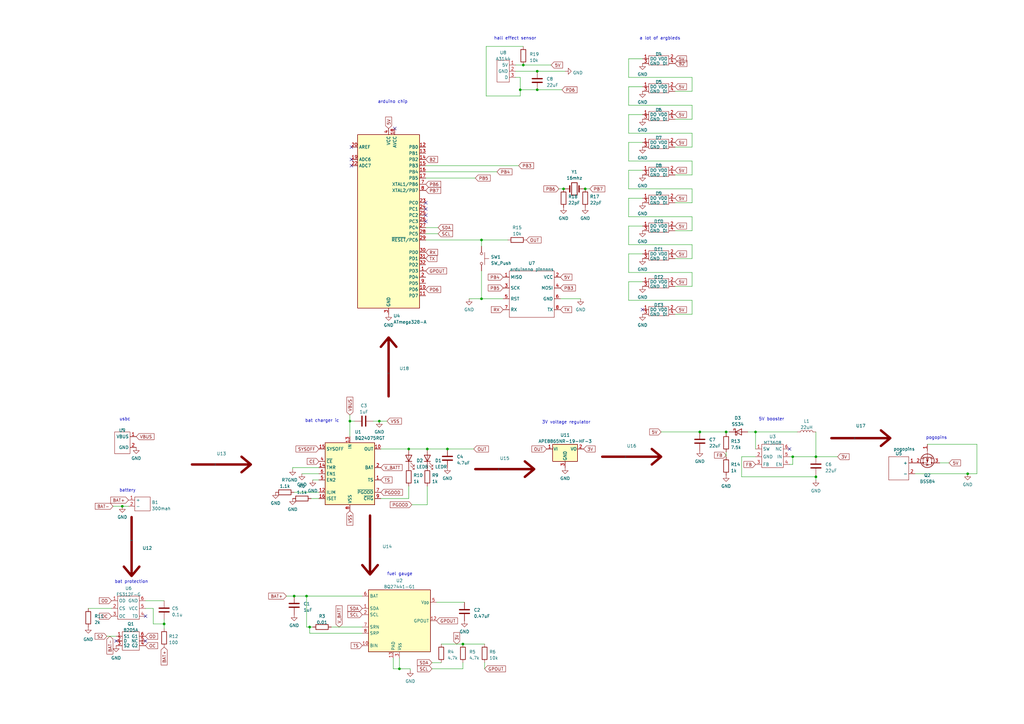
<source format=kicad_sch>
(kicad_sch (version 20230121) (generator eeschema)

  (uuid 9269bf22-9bb2-4395-9cd5-78c193785f8f)

  (paper "A3")

  (lib_symbols
    (symbol "Battery_Management:BQ24075RGT" (in_bom yes) (on_board yes)
      (property "Reference" "U" (at -8.89 13.97 0)
        (effects (font (size 1.27 1.27)) (justify right))
      )
      (property "Value" "BQ24075RGT" (at 16.51 13.97 0)
        (effects (font (size 1.27 1.27)) (justify right))
      )
      (property "Footprint" "Package_DFN_QFN:VQFN-16-1EP_3x3mm_P0.5mm_EP1.6x1.6mm" (at 7.62 -13.97 0)
        (effects (font (size 1.27 1.27)) (justify left) hide)
      )
      (property "Datasheet" "http://www.ti.com/lit/ds/symlink/bq24075.pdf" (at 7.62 5.08 0)
        (effects (font (size 1.27 1.27)) hide)
      )
      (property "ki_keywords" "USB Charger" (at 0 0 0)
        (effects (font (size 1.27 1.27)) hide)
      )
      (property "ki_description" "USB-Friendly Li-Ion Battery Charger and Power-Path Management, VQFN-16" (at 0 0 0)
        (effects (font (size 1.27 1.27)) hide)
      )
      (property "ki_fp_filters" "VQFN*1EP*3x3mm*P0.5mm*" (at 0 0 0)
        (effects (font (size 1.27 1.27)) hide)
      )
      (symbol "BQ24075RGT_0_1"
        (rectangle (start -10.16 12.7) (end 10.16 -12.7)
          (stroke (width 0.254) (type default))
          (fill (type background))
        )
      )
      (symbol "BQ24075RGT_1_1"
        (pin passive line (at 12.7 -2.54 180) (length 2.54)
          (name "TS" (effects (font (size 1.27 1.27))))
          (number "1" (effects (font (size 1.27 1.27))))
        )
        (pin power_out line (at 12.7 10.16 180) (length 2.54)
          (name "OUT" (effects (font (size 1.27 1.27))))
          (number "10" (effects (font (size 1.27 1.27))))
        )
        (pin passive line (at 12.7 10.16 180) (length 2.54) hide
          (name "OUT" (effects (font (size 1.27 1.27))))
          (number "11" (effects (font (size 1.27 1.27))))
        )
        (pin passive line (at -12.7 -7.62 0) (length 2.54)
          (name "ILIM" (effects (font (size 1.27 1.27))))
          (number "12" (effects (font (size 1.27 1.27))))
        )
        (pin power_in line (at 0 15.24 270) (length 2.54)
          (name "IN" (effects (font (size 1.27 1.27))))
          (number "13" (effects (font (size 1.27 1.27))))
        )
        (pin input line (at -12.7 2.54 0) (length 2.54)
          (name "TMR" (effects (font (size 1.27 1.27))))
          (number "14" (effects (font (size 1.27 1.27))))
        )
        (pin input line (at -12.7 10.16 0) (length 2.54)
          (name "SYSOFF" (effects (font (size 1.27 1.27))))
          (number "15" (effects (font (size 1.27 1.27))))
        )
        (pin passive line (at -12.7 -10.16 0) (length 2.54)
          (name "ISET" (effects (font (size 1.27 1.27))))
          (number "16" (effects (font (size 1.27 1.27))))
        )
        (pin passive line (at 0 -15.24 90) (length 2.54) hide
          (name "VSS" (effects (font (size 1.27 1.27))))
          (number "17" (effects (font (size 1.27 1.27))))
        )
        (pin power_out line (at 12.7 2.54 180) (length 2.54)
          (name "BAT" (effects (font (size 1.27 1.27))))
          (number "2" (effects (font (size 1.27 1.27))))
        )
        (pin passive line (at 12.7 2.54 180) (length 2.54) hide
          (name "BAT" (effects (font (size 1.27 1.27))))
          (number "3" (effects (font (size 1.27 1.27))))
        )
        (pin input line (at -12.7 5.08 0) (length 2.54)
          (name "~{CE}" (effects (font (size 1.27 1.27))))
          (number "4" (effects (font (size 1.27 1.27))))
        )
        (pin input line (at -12.7 -2.54 0) (length 2.54)
          (name "EN2" (effects (font (size 1.27 1.27))))
          (number "5" (effects (font (size 1.27 1.27))))
        )
        (pin input line (at -12.7 0 0) (length 2.54)
          (name "EN1" (effects (font (size 1.27 1.27))))
          (number "6" (effects (font (size 1.27 1.27))))
        )
        (pin open_collector line (at 12.7 -7.62 180) (length 2.54)
          (name "~{PGOOD}" (effects (font (size 1.27 1.27))))
          (number "7" (effects (font (size 1.27 1.27))))
        )
        (pin power_in line (at 0 -15.24 90) (length 2.54)
          (name "VSS" (effects (font (size 1.27 1.27))))
          (number "8" (effects (font (size 1.27 1.27))))
        )
        (pin open_collector line (at 12.7 -10.16 180) (length 2.54)
          (name "~{CHG}" (effects (font (size 1.27 1.27))))
          (number "9" (effects (font (size 1.27 1.27))))
        )
      )
    )
    (symbol "Battery_Management:BQ27441-G1" (in_bom yes) (on_board yes)
      (property "Reference" "U" (at -5.08 15.875 0)
        (effects (font (size 1.27 1.27)) (justify right))
      )
      (property "Value" "BQ27441-G1" (at -5.08 13.97 0)
        (effects (font (size 1.27 1.27)) (justify right))
      )
      (property "Footprint" "Package_SON:Texas_S-PDSO-N12" (at 6.35 -13.97 0)
        (effects (font (size 1.27 1.27)) (justify left) hide)
      )
      (property "Datasheet" "http://www.ti.com/lit/ds/symlink/bq27441-g1.pdf" (at 5.08 5.08 0)
        (effects (font (size 1.27 1.27)) hide)
      )
      (property "ki_keywords" "Fuel Gauge" (at 0 0 0)
        (effects (font (size 1.27 1.27)) hide)
      )
      (property "ki_description" "System Side Li Ion/Polymer Fuel Gauge, PDSON-12" (at 0 0 0)
        (effects (font (size 1.27 1.27)) hide)
      )
      (property "ki_fp_filters" "*PDSO*N12*" (at 0 0 0)
        (effects (font (size 1.27 1.27)) hide)
      )
      (symbol "BQ27441-G1_0_1"
        (rectangle (start -12.7 12.7) (end 12.7 -12.7)
          (stroke (width 0.254) (type default))
          (fill (type background))
        )
      )
      (symbol "BQ27441-G1_1_1"
        (pin bidirectional line (at -15.24 5.08 0) (length 2.54)
          (name "SDA" (effects (font (size 1.27 1.27))))
          (number "1" (effects (font (size 1.27 1.27))))
        )
        (pin input line (at -15.24 -10.16 0) (length 2.54)
          (name "BIN" (effects (font (size 1.27 1.27))))
          (number "10" (effects (font (size 1.27 1.27))))
        )
        (pin no_connect line (at 10.16 -2.54 180) (length 2.54) hide
          (name "NC" (effects (font (size 1.27 1.27))))
          (number "11" (effects (font (size 1.27 1.27))))
        )
        (pin output line (at 15.24 0 180) (length 2.54)
          (name "GPOUT" (effects (font (size 1.27 1.27))))
          (number "12" (effects (font (size 1.27 1.27))))
        )
        (pin power_in line (at -2.54 -15.24 90) (length 2.54)
          (name "PAD" (effects (font (size 1.27 1.27))))
          (number "13" (effects (font (size 1.27 1.27))))
        )
        (pin input line (at -15.24 2.54 0) (length 2.54)
          (name "SCL" (effects (font (size 1.27 1.27))))
          (number "2" (effects (font (size 1.27 1.27))))
        )
        (pin power_in line (at 0 -15.24 90) (length 2.54)
          (name "V_{SS}" (effects (font (size 1.27 1.27))))
          (number "3" (effects (font (size 1.27 1.27))))
        )
        (pin no_connect line (at 10.16 -7.62 180) (length 2.54) hide
          (name "NC" (effects (font (size 1.27 1.27))))
          (number "4" (effects (font (size 1.27 1.27))))
        )
        (pin power_out line (at 15.24 7.62 180) (length 2.54)
          (name "V_{DD}" (effects (font (size 1.27 1.27))))
          (number "5" (effects (font (size 1.27 1.27))))
        )
        (pin power_in line (at -15.24 10.16 0) (length 2.54)
          (name "BAT" (effects (font (size 1.27 1.27))))
          (number "6" (effects (font (size 1.27 1.27))))
        )
        (pin input line (at -15.24 -2.54 0) (length 2.54)
          (name "SRN" (effects (font (size 1.27 1.27))))
          (number "7" (effects (font (size 1.27 1.27))))
        )
        (pin input line (at -15.24 -5.08 0) (length 2.54)
          (name "SRP" (effects (font (size 1.27 1.27))))
          (number "8" (effects (font (size 1.27 1.27))))
        )
        (pin no_connect line (at 10.16 -5.08 180) (length 2.54) hide
          (name "NC" (effects (font (size 1.27 1.27))))
          (number "9" (effects (font (size 1.27 1.27))))
        )
      )
    )
    (symbol "Device:C" (pin_numbers hide) (pin_names (offset 0.254)) (in_bom yes) (on_board yes)
      (property "Reference" "C" (at 0.635 2.54 0)
        (effects (font (size 1.27 1.27)) (justify left))
      )
      (property "Value" "C" (at 0.635 -2.54 0)
        (effects (font (size 1.27 1.27)) (justify left))
      )
      (property "Footprint" "" (at 0.9652 -3.81 0)
        (effects (font (size 1.27 1.27)) hide)
      )
      (property "Datasheet" "~" (at 0 0 0)
        (effects (font (size 1.27 1.27)) hide)
      )
      (property "ki_keywords" "cap capacitor" (at 0 0 0)
        (effects (font (size 1.27 1.27)) hide)
      )
      (property "ki_description" "Unpolarized capacitor" (at 0 0 0)
        (effects (font (size 1.27 1.27)) hide)
      )
      (property "ki_fp_filters" "C_*" (at 0 0 0)
        (effects (font (size 1.27 1.27)) hide)
      )
      (symbol "C_0_1"
        (polyline
          (pts
            (xy -2.032 -0.762)
            (xy 2.032 -0.762)
          )
          (stroke (width 0.508) (type default))
          (fill (type none))
        )
        (polyline
          (pts
            (xy -2.032 0.762)
            (xy 2.032 0.762)
          )
          (stroke (width 0.508) (type default))
          (fill (type none))
        )
      )
      (symbol "C_1_1"
        (pin passive line (at 0 3.81 270) (length 2.794)
          (name "~" (effects (font (size 1.27 1.27))))
          (number "1" (effects (font (size 1.27 1.27))))
        )
        (pin passive line (at 0 -3.81 90) (length 2.794)
          (name "~" (effects (font (size 1.27 1.27))))
          (number "2" (effects (font (size 1.27 1.27))))
        )
      )
    )
    (symbol "Device:Crystal" (pin_numbers hide) (pin_names (offset 1.016) hide) (in_bom yes) (on_board yes)
      (property "Reference" "Y" (at 0 3.81 0)
        (effects (font (size 1.27 1.27)))
      )
      (property "Value" "Crystal" (at 0 -3.81 0)
        (effects (font (size 1.27 1.27)))
      )
      (property "Footprint" "" (at 0 0 0)
        (effects (font (size 1.27 1.27)) hide)
      )
      (property "Datasheet" "~" (at 0 0 0)
        (effects (font (size 1.27 1.27)) hide)
      )
      (property "ki_keywords" "quartz ceramic resonator oscillator" (at 0 0 0)
        (effects (font (size 1.27 1.27)) hide)
      )
      (property "ki_description" "Two pin crystal" (at 0 0 0)
        (effects (font (size 1.27 1.27)) hide)
      )
      (property "ki_fp_filters" "Crystal*" (at 0 0 0)
        (effects (font (size 1.27 1.27)) hide)
      )
      (symbol "Crystal_0_1"
        (rectangle (start -1.143 2.54) (end 1.143 -2.54)
          (stroke (width 0.3048) (type default))
          (fill (type none))
        )
        (polyline
          (pts
            (xy -2.54 0)
            (xy -1.905 0)
          )
          (stroke (width 0) (type default))
          (fill (type none))
        )
        (polyline
          (pts
            (xy -1.905 -1.27)
            (xy -1.905 1.27)
          )
          (stroke (width 0.508) (type default))
          (fill (type none))
        )
        (polyline
          (pts
            (xy 1.905 -1.27)
            (xy 1.905 1.27)
          )
          (stroke (width 0.508) (type default))
          (fill (type none))
        )
        (polyline
          (pts
            (xy 2.54 0)
            (xy 1.905 0)
          )
          (stroke (width 0) (type default))
          (fill (type none))
        )
      )
      (symbol "Crystal_1_1"
        (pin passive line (at -3.81 0 0) (length 1.27)
          (name "1" (effects (font (size 1.27 1.27))))
          (number "1" (effects (font (size 1.27 1.27))))
        )
        (pin passive line (at 3.81 0 180) (length 1.27)
          (name "2" (effects (font (size 1.27 1.27))))
          (number "2" (effects (font (size 1.27 1.27))))
        )
      )
    )
    (symbol "Device:D_Schottky" (pin_numbers hide) (pin_names (offset 1.016) hide) (in_bom yes) (on_board yes)
      (property "Reference" "D" (at 0 2.54 0)
        (effects (font (size 1.27 1.27)))
      )
      (property "Value" "D_Schottky" (at 0 -2.54 0)
        (effects (font (size 1.27 1.27)))
      )
      (property "Footprint" "" (at 0 0 0)
        (effects (font (size 1.27 1.27)) hide)
      )
      (property "Datasheet" "~" (at 0 0 0)
        (effects (font (size 1.27 1.27)) hide)
      )
      (property "ki_keywords" "diode Schottky" (at 0 0 0)
        (effects (font (size 1.27 1.27)) hide)
      )
      (property "ki_description" "Schottky diode" (at 0 0 0)
        (effects (font (size 1.27 1.27)) hide)
      )
      (property "ki_fp_filters" "TO-???* *_Diode_* *SingleDiode* D_*" (at 0 0 0)
        (effects (font (size 1.27 1.27)) hide)
      )
      (symbol "D_Schottky_0_1"
        (polyline
          (pts
            (xy 1.27 0)
            (xy -1.27 0)
          )
          (stroke (width 0) (type default))
          (fill (type none))
        )
        (polyline
          (pts
            (xy 1.27 1.27)
            (xy 1.27 -1.27)
            (xy -1.27 0)
            (xy 1.27 1.27)
          )
          (stroke (width 0.254) (type default))
          (fill (type none))
        )
        (polyline
          (pts
            (xy -1.905 0.635)
            (xy -1.905 1.27)
            (xy -1.27 1.27)
            (xy -1.27 -1.27)
            (xy -0.635 -1.27)
            (xy -0.635 -0.635)
          )
          (stroke (width 0.254) (type default))
          (fill (type none))
        )
      )
      (symbol "D_Schottky_1_1"
        (pin passive line (at -3.81 0 0) (length 2.54)
          (name "K" (effects (font (size 1.27 1.27))))
          (number "1" (effects (font (size 1.27 1.27))))
        )
        (pin passive line (at 3.81 0 180) (length 2.54)
          (name "A" (effects (font (size 1.27 1.27))))
          (number "2" (effects (font (size 1.27 1.27))))
        )
      )
    )
    (symbol "Device:L" (pin_numbers hide) (pin_names (offset 1.016) hide) (in_bom yes) (on_board yes)
      (property "Reference" "L" (at -1.27 0 90)
        (effects (font (size 1.27 1.27)))
      )
      (property "Value" "L" (at 1.905 0 90)
        (effects (font (size 1.27 1.27)))
      )
      (property "Footprint" "" (at 0 0 0)
        (effects (font (size 1.27 1.27)) hide)
      )
      (property "Datasheet" "~" (at 0 0 0)
        (effects (font (size 1.27 1.27)) hide)
      )
      (property "ki_keywords" "inductor choke coil reactor magnetic" (at 0 0 0)
        (effects (font (size 1.27 1.27)) hide)
      )
      (property "ki_description" "Inductor" (at 0 0 0)
        (effects (font (size 1.27 1.27)) hide)
      )
      (property "ki_fp_filters" "Choke_* *Coil* Inductor_* L_*" (at 0 0 0)
        (effects (font (size 1.27 1.27)) hide)
      )
      (symbol "L_0_1"
        (arc (start 0 -2.54) (mid 0.6323 -1.905) (end 0 -1.27)
          (stroke (width 0) (type default))
          (fill (type none))
        )
        (arc (start 0 -1.27) (mid 0.6323 -0.635) (end 0 0)
          (stroke (width 0) (type default))
          (fill (type none))
        )
        (arc (start 0 0) (mid 0.6323 0.635) (end 0 1.27)
          (stroke (width 0) (type default))
          (fill (type none))
        )
        (arc (start 0 1.27) (mid 0.6323 1.905) (end 0 2.54)
          (stroke (width 0) (type default))
          (fill (type none))
        )
      )
      (symbol "L_1_1"
        (pin passive line (at 0 3.81 270) (length 1.27)
          (name "1" (effects (font (size 1.27 1.27))))
          (number "1" (effects (font (size 1.27 1.27))))
        )
        (pin passive line (at 0 -3.81 90) (length 1.27)
          (name "2" (effects (font (size 1.27 1.27))))
          (number "2" (effects (font (size 1.27 1.27))))
        )
      )
    )
    (symbol "Device:LED" (pin_numbers hide) (pin_names (offset 1.016) hide) (in_bom yes) (on_board yes)
      (property "Reference" "D" (at 0 2.54 0)
        (effects (font (size 1.27 1.27)))
      )
      (property "Value" "LED" (at 0 -2.54 0)
        (effects (font (size 1.27 1.27)))
      )
      (property "Footprint" "" (at 0 0 0)
        (effects (font (size 1.27 1.27)) hide)
      )
      (property "Datasheet" "~" (at 0 0 0)
        (effects (font (size 1.27 1.27)) hide)
      )
      (property "ki_keywords" "LED diode" (at 0 0 0)
        (effects (font (size 1.27 1.27)) hide)
      )
      (property "ki_description" "Light emitting diode" (at 0 0 0)
        (effects (font (size 1.27 1.27)) hide)
      )
      (property "ki_fp_filters" "LED* LED_SMD:* LED_THT:*" (at 0 0 0)
        (effects (font (size 1.27 1.27)) hide)
      )
      (symbol "LED_0_1"
        (polyline
          (pts
            (xy -1.27 -1.27)
            (xy -1.27 1.27)
          )
          (stroke (width 0.254) (type default))
          (fill (type none))
        )
        (polyline
          (pts
            (xy -1.27 0)
            (xy 1.27 0)
          )
          (stroke (width 0) (type default))
          (fill (type none))
        )
        (polyline
          (pts
            (xy 1.27 -1.27)
            (xy 1.27 1.27)
            (xy -1.27 0)
            (xy 1.27 -1.27)
          )
          (stroke (width 0.254) (type default))
          (fill (type none))
        )
        (polyline
          (pts
            (xy -3.048 -0.762)
            (xy -4.572 -2.286)
            (xy -3.81 -2.286)
            (xy -4.572 -2.286)
            (xy -4.572 -1.524)
          )
          (stroke (width 0) (type default))
          (fill (type none))
        )
        (polyline
          (pts
            (xy -1.778 -0.762)
            (xy -3.302 -2.286)
            (xy -2.54 -2.286)
            (xy -3.302 -2.286)
            (xy -3.302 -1.524)
          )
          (stroke (width 0) (type default))
          (fill (type none))
        )
      )
      (symbol "LED_1_1"
        (pin passive line (at -3.81 0 0) (length 2.54)
          (name "K" (effects (font (size 1.27 1.27))))
          (number "1" (effects (font (size 1.27 1.27))))
        )
        (pin passive line (at 3.81 0 180) (length 2.54)
          (name "A" (effects (font (size 1.27 1.27))))
          (number "2" (effects (font (size 1.27 1.27))))
        )
      )
    )
    (symbol "Device:R" (pin_numbers hide) (pin_names (offset 0)) (in_bom yes) (on_board yes)
      (property "Reference" "R" (at 2.032 0 90)
        (effects (font (size 1.27 1.27)))
      )
      (property "Value" "R" (at 0 0 90)
        (effects (font (size 1.27 1.27)))
      )
      (property "Footprint" "" (at -1.778 0 90)
        (effects (font (size 1.27 1.27)) hide)
      )
      (property "Datasheet" "~" (at 0 0 0)
        (effects (font (size 1.27 1.27)) hide)
      )
      (property "ki_keywords" "R res resistor" (at 0 0 0)
        (effects (font (size 1.27 1.27)) hide)
      )
      (property "ki_description" "Resistor" (at 0 0 0)
        (effects (font (size 1.27 1.27)) hide)
      )
      (property "ki_fp_filters" "R_*" (at 0 0 0)
        (effects (font (size 1.27 1.27)) hide)
      )
      (symbol "R_0_1"
        (rectangle (start -1.016 -2.54) (end 1.016 2.54)
          (stroke (width 0.254) (type default))
          (fill (type none))
        )
      )
      (symbol "R_1_1"
        (pin passive line (at 0 3.81 270) (length 1.27)
          (name "~" (effects (font (size 1.27 1.27))))
          (number "1" (effects (font (size 1.27 1.27))))
        )
        (pin passive line (at 0 -3.81 90) (length 1.27)
          (name "~" (effects (font (size 1.27 1.27))))
          (number "2" (effects (font (size 1.27 1.27))))
        )
      )
    )
    (symbol "Library(1):8205A" (in_bom yes) (on_board yes)
      (property "Reference" "Q" (at 3.175 2.54 0)
        (effects (font (size 1.27 1.27)))
      )
      (property "Value" "8205A" (at 3.175 0.635 0)
        (effects (font (size 1.27 1.27)))
      )
      (property "Footprint" "Library:SOT-23-6-Small" (at 0 0 0)
        (effects (font (size 1.27 1.27)) hide)
      )
      (property "Datasheet" "" (at 0 0 0)
        (effects (font (size 1.27 1.27)) hide)
      )
      (symbol "8205A_0_1"
        (rectangle (start 0 0) (end 6.985 -7.62)
          (stroke (width 0) (type default))
          (fill (type none))
        )
      )
      (symbol "8205A_1_1"
        (pin bidirectional line (at -2.54 -1.905 0) (length 2.54)
          (name "S1" (effects (font (size 1.27 1.27))))
          (number "1" (effects (font (size 1.27 1.27))))
        )
        (pin bidirectional line (at -2.54 -3.81 0) (length 2.54)
          (name "D" (effects (font (size 1.27 1.27))))
          (number "2" (effects (font (size 1.27 1.27))))
        )
        (pin bidirectional line (at -2.54 -5.715 0) (length 2.54)
          (name "S2" (effects (font (size 1.27 1.27))))
          (number "3" (effects (font (size 1.27 1.27))))
        )
        (pin bidirectional line (at 9.525 -5.715 180) (length 2.54)
          (name "G2" (effects (font (size 1.27 1.27))))
          (number "4" (effects (font (size 1.27 1.27))))
        )
        (pin bidirectional line (at 9.525 -3.81 180) (length 2.54)
          (name "NC" (effects (font (size 1.27 1.27))))
          (number "5" (effects (font (size 1.27 1.27))))
        )
        (pin bidirectional line (at 9.525 -1.905 180) (length 2.54)
          (name "G1" (effects (font (size 1.27 1.27))))
          (number "6" (effects (font (size 1.27 1.27))))
        )
      )
    )
    (symbol "MCU_Microchip_ATmega:ATmega328-A" (in_bom yes) (on_board yes)
      (property "Reference" "U" (at -12.7 36.83 0)
        (effects (font (size 1.27 1.27)) (justify left bottom))
      )
      (property "Value" "ATmega328-A" (at 2.54 -36.83 0)
        (effects (font (size 1.27 1.27)) (justify left top))
      )
      (property "Footprint" "Package_QFP:TQFP-32_7x7mm_P0.8mm" (at 0 0 0)
        (effects (font (size 1.27 1.27) italic) hide)
      )
      (property "Datasheet" "http://ww1.microchip.com/downloads/en/DeviceDoc/ATmega328_P%20AVR%20MCU%20with%20picoPower%20Technology%20Data%20Sheet%2040001984A.pdf" (at 0 0 0)
        (effects (font (size 1.27 1.27)) hide)
      )
      (property "ki_keywords" "AVR 8bit Microcontroller MegaAVR" (at 0 0 0)
        (effects (font (size 1.27 1.27)) hide)
      )
      (property "ki_description" "20MHz, 32kB Flash, 2kB SRAM, 1kB EEPROM, TQFP-32" (at 0 0 0)
        (effects (font (size 1.27 1.27)) hide)
      )
      (property "ki_fp_filters" "TQFP*7x7mm*P0.8mm*" (at 0 0 0)
        (effects (font (size 1.27 1.27)) hide)
      )
      (symbol "ATmega328-A_0_1"
        (rectangle (start -12.7 -35.56) (end 12.7 35.56)
          (stroke (width 0.254) (type default))
          (fill (type background))
        )
      )
      (symbol "ATmega328-A_1_1"
        (pin bidirectional line (at 15.24 -20.32 180) (length 2.54)
          (name "PD3" (effects (font (size 1.27 1.27))))
          (number "1" (effects (font (size 1.27 1.27))))
        )
        (pin bidirectional line (at 15.24 -27.94 180) (length 2.54)
          (name "PD6" (effects (font (size 1.27 1.27))))
          (number "10" (effects (font (size 1.27 1.27))))
        )
        (pin bidirectional line (at 15.24 -30.48 180) (length 2.54)
          (name "PD7" (effects (font (size 1.27 1.27))))
          (number "11" (effects (font (size 1.27 1.27))))
        )
        (pin bidirectional line (at 15.24 30.48 180) (length 2.54)
          (name "PB0" (effects (font (size 1.27 1.27))))
          (number "12" (effects (font (size 1.27 1.27))))
        )
        (pin bidirectional line (at 15.24 27.94 180) (length 2.54)
          (name "PB1" (effects (font (size 1.27 1.27))))
          (number "13" (effects (font (size 1.27 1.27))))
        )
        (pin bidirectional line (at 15.24 25.4 180) (length 2.54)
          (name "PB2" (effects (font (size 1.27 1.27))))
          (number "14" (effects (font (size 1.27 1.27))))
        )
        (pin bidirectional line (at 15.24 22.86 180) (length 2.54)
          (name "PB3" (effects (font (size 1.27 1.27))))
          (number "15" (effects (font (size 1.27 1.27))))
        )
        (pin bidirectional line (at 15.24 20.32 180) (length 2.54)
          (name "PB4" (effects (font (size 1.27 1.27))))
          (number "16" (effects (font (size 1.27 1.27))))
        )
        (pin bidirectional line (at 15.24 17.78 180) (length 2.54)
          (name "PB5" (effects (font (size 1.27 1.27))))
          (number "17" (effects (font (size 1.27 1.27))))
        )
        (pin power_in line (at 2.54 38.1 270) (length 2.54)
          (name "AVCC" (effects (font (size 1.27 1.27))))
          (number "18" (effects (font (size 1.27 1.27))))
        )
        (pin input line (at -15.24 25.4 0) (length 2.54)
          (name "ADC6" (effects (font (size 1.27 1.27))))
          (number "19" (effects (font (size 1.27 1.27))))
        )
        (pin bidirectional line (at 15.24 -22.86 180) (length 2.54)
          (name "PD4" (effects (font (size 1.27 1.27))))
          (number "2" (effects (font (size 1.27 1.27))))
        )
        (pin passive line (at -15.24 30.48 0) (length 2.54)
          (name "AREF" (effects (font (size 1.27 1.27))))
          (number "20" (effects (font (size 1.27 1.27))))
        )
        (pin passive line (at 0 -38.1 90) (length 2.54) hide
          (name "GND" (effects (font (size 1.27 1.27))))
          (number "21" (effects (font (size 1.27 1.27))))
        )
        (pin input line (at -15.24 22.86 0) (length 2.54)
          (name "ADC7" (effects (font (size 1.27 1.27))))
          (number "22" (effects (font (size 1.27 1.27))))
        )
        (pin bidirectional line (at 15.24 7.62 180) (length 2.54)
          (name "PC0" (effects (font (size 1.27 1.27))))
          (number "23" (effects (font (size 1.27 1.27))))
        )
        (pin bidirectional line (at 15.24 5.08 180) (length 2.54)
          (name "PC1" (effects (font (size 1.27 1.27))))
          (number "24" (effects (font (size 1.27 1.27))))
        )
        (pin bidirectional line (at 15.24 2.54 180) (length 2.54)
          (name "PC2" (effects (font (size 1.27 1.27))))
          (number "25" (effects (font (size 1.27 1.27))))
        )
        (pin bidirectional line (at 15.24 0 180) (length 2.54)
          (name "PC3" (effects (font (size 1.27 1.27))))
          (number "26" (effects (font (size 1.27 1.27))))
        )
        (pin bidirectional line (at 15.24 -2.54 180) (length 2.54)
          (name "PC4" (effects (font (size 1.27 1.27))))
          (number "27" (effects (font (size 1.27 1.27))))
        )
        (pin bidirectional line (at 15.24 -5.08 180) (length 2.54)
          (name "PC5" (effects (font (size 1.27 1.27))))
          (number "28" (effects (font (size 1.27 1.27))))
        )
        (pin bidirectional line (at 15.24 -7.62 180) (length 2.54)
          (name "~{RESET}/PC6" (effects (font (size 1.27 1.27))))
          (number "29" (effects (font (size 1.27 1.27))))
        )
        (pin power_in line (at 0 -38.1 90) (length 2.54)
          (name "GND" (effects (font (size 1.27 1.27))))
          (number "3" (effects (font (size 1.27 1.27))))
        )
        (pin bidirectional line (at 15.24 -12.7 180) (length 2.54)
          (name "PD0" (effects (font (size 1.27 1.27))))
          (number "30" (effects (font (size 1.27 1.27))))
        )
        (pin bidirectional line (at 15.24 -15.24 180) (length 2.54)
          (name "PD1" (effects (font (size 1.27 1.27))))
          (number "31" (effects (font (size 1.27 1.27))))
        )
        (pin bidirectional line (at 15.24 -17.78 180) (length 2.54)
          (name "PD2" (effects (font (size 1.27 1.27))))
          (number "32" (effects (font (size 1.27 1.27))))
        )
        (pin power_in line (at 0 38.1 270) (length 2.54)
          (name "VCC" (effects (font (size 1.27 1.27))))
          (number "4" (effects (font (size 1.27 1.27))))
        )
        (pin passive line (at 0 -38.1 90) (length 2.54) hide
          (name "GND" (effects (font (size 1.27 1.27))))
          (number "5" (effects (font (size 1.27 1.27))))
        )
        (pin passive line (at 0 38.1 270) (length 2.54) hide
          (name "VCC" (effects (font (size 1.27 1.27))))
          (number "6" (effects (font (size 1.27 1.27))))
        )
        (pin bidirectional line (at 15.24 15.24 180) (length 2.54)
          (name "XTAL1/PB6" (effects (font (size 1.27 1.27))))
          (number "7" (effects (font (size 1.27 1.27))))
        )
        (pin bidirectional line (at 15.24 12.7 180) (length 2.54)
          (name "XTAL2/PB7" (effects (font (size 1.27 1.27))))
          (number "8" (effects (font (size 1.27 1.27))))
        )
        (pin bidirectional line (at 15.24 -25.4 180) (length 2.54)
          (name "PD5" (effects (font (size 1.27 1.27))))
          (number "9" (effects (font (size 1.27 1.27))))
        )
      )
    )
    (symbol "Regulator_Linear:APE8865NR-19-HF-3" (pin_names (offset 0.254)) (in_bom yes) (on_board yes)
      (property "Reference" "U" (at -3.81 3.175 0)
        (effects (font (size 1.27 1.27)))
      )
      (property "Value" "APE8865NR-19-HF-3" (at 0 3.175 0)
        (effects (font (size 1.27 1.27)) (justify left))
      )
      (property "Footprint" "Package_TO_SOT_SMD:SOT-23" (at 0 5.715 0)
        (effects (font (size 1.27 1.27) italic) hide)
      )
      (property "Datasheet" "http://www.tme.eu/fr/Document/ced3461ed31ea70a3c416fb648e0cde7/APE8865-3.pdf" (at 0 -1.27 0)
        (effects (font (size 1.27 1.27)) hide)
      )
      (property "ki_keywords" "300mA LDO Regulator Fixed Positive" (at 0 0 0)
        (effects (font (size 1.27 1.27)) hide)
      )
      (property "ki_description" "300mA Low Dropout Voltage Regulator, Fixed Output 1.9V, SOT-23" (at 0 0 0)
        (effects (font (size 1.27 1.27)) hide)
      )
      (property "ki_fp_filters" "SOT?23*" (at 0 0 0)
        (effects (font (size 1.27 1.27)) hide)
      )
      (symbol "APE8865NR-19-HF-3_0_1"
        (rectangle (start -5.08 1.905) (end 5.08 -5.08)
          (stroke (width 0.254) (type default))
          (fill (type background))
        )
      )
      (symbol "APE8865NR-19-HF-3_1_1"
        (pin power_in line (at -7.62 0 0) (length 2.54)
          (name "VI" (effects (font (size 1.27 1.27))))
          (number "1" (effects (font (size 1.27 1.27))))
        )
        (pin power_out line (at 7.62 0 180) (length 2.54)
          (name "VO" (effects (font (size 1.27 1.27))))
          (number "2" (effects (font (size 1.27 1.27))))
        )
        (pin power_in line (at 0 -7.62 90) (length 2.54)
          (name "GND" (effects (font (size 1.27 1.27))))
          (number "3" (effects (font (size 1.27 1.27))))
        )
      )
    )
    (symbol "Switch:SW_Push" (pin_numbers hide) (pin_names (offset 1.016) hide) (in_bom yes) (on_board yes)
      (property "Reference" "SW" (at 1.27 2.54 0)
        (effects (font (size 1.27 1.27)) (justify left))
      )
      (property "Value" "SW_Push" (at 0 -1.524 0)
        (effects (font (size 1.27 1.27)))
      )
      (property "Footprint" "" (at 0 5.08 0)
        (effects (font (size 1.27 1.27)) hide)
      )
      (property "Datasheet" "~" (at 0 5.08 0)
        (effects (font (size 1.27 1.27)) hide)
      )
      (property "ki_keywords" "switch normally-open pushbutton push-button" (at 0 0 0)
        (effects (font (size 1.27 1.27)) hide)
      )
      (property "ki_description" "Push button switch, generic, two pins" (at 0 0 0)
        (effects (font (size 1.27 1.27)) hide)
      )
      (symbol "SW_Push_0_1"
        (circle (center -2.032 0) (radius 0.508)
          (stroke (width 0) (type default))
          (fill (type none))
        )
        (polyline
          (pts
            (xy 0 1.27)
            (xy 0 3.048)
          )
          (stroke (width 0) (type default))
          (fill (type none))
        )
        (polyline
          (pts
            (xy 2.54 1.27)
            (xy -2.54 1.27)
          )
          (stroke (width 0) (type default))
          (fill (type none))
        )
        (circle (center 2.032 0) (radius 0.508)
          (stroke (width 0) (type default))
          (fill (type none))
        )
        (pin passive line (at -5.08 0 0) (length 2.54)
          (name "1" (effects (font (size 1.27 1.27))))
          (number "1" (effects (font (size 1.27 1.27))))
        )
        (pin passive line (at 5.08 0 180) (length 2.54)
          (name "2" (effects (font (size 1.27 1.27))))
          (number "2" (effects (font (size 1.27 1.27))))
        )
      )
    )
    (symbol "Transistor_FET:BSS84" (pin_names hide) (in_bom yes) (on_board yes)
      (property "Reference" "Q" (at 5.08 1.905 0)
        (effects (font (size 1.27 1.27)) (justify left))
      )
      (property "Value" "BSS84" (at 5.08 0 0)
        (effects (font (size 1.27 1.27)) (justify left))
      )
      (property "Footprint" "Package_TO_SOT_SMD:SOT-23" (at 5.08 -1.905 0)
        (effects (font (size 1.27 1.27) italic) (justify left) hide)
      )
      (property "Datasheet" "http://assets.nexperia.com/documents/data-sheet/BSS84.pdf" (at 0 0 0)
        (effects (font (size 1.27 1.27)) (justify left) hide)
      )
      (property "ki_keywords" "P-Channel MOSFET" (at 0 0 0)
        (effects (font (size 1.27 1.27)) hide)
      )
      (property "ki_description" "-0.13A Id, -50V Vds, P-Channel MOSFET, SOT-23" (at 0 0 0)
        (effects (font (size 1.27 1.27)) hide)
      )
      (property "ki_fp_filters" "SOT?23*" (at 0 0 0)
        (effects (font (size 1.27 1.27)) hide)
      )
      (symbol "BSS84_0_1"
        (polyline
          (pts
            (xy 0.254 0)
            (xy -2.54 0)
          )
          (stroke (width 0) (type default))
          (fill (type none))
        )
        (polyline
          (pts
            (xy 0.254 1.905)
            (xy 0.254 -1.905)
          )
          (stroke (width 0.254) (type default))
          (fill (type none))
        )
        (polyline
          (pts
            (xy 0.762 -1.27)
            (xy 0.762 -2.286)
          )
          (stroke (width 0.254) (type default))
          (fill (type none))
        )
        (polyline
          (pts
            (xy 0.762 0.508)
            (xy 0.762 -0.508)
          )
          (stroke (width 0.254) (type default))
          (fill (type none))
        )
        (polyline
          (pts
            (xy 0.762 2.286)
            (xy 0.762 1.27)
          )
          (stroke (width 0.254) (type default))
          (fill (type none))
        )
        (polyline
          (pts
            (xy 2.54 2.54)
            (xy 2.54 1.778)
          )
          (stroke (width 0) (type default))
          (fill (type none))
        )
        (polyline
          (pts
            (xy 2.54 -2.54)
            (xy 2.54 0)
            (xy 0.762 0)
          )
          (stroke (width 0) (type default))
          (fill (type none))
        )
        (polyline
          (pts
            (xy 0.762 1.778)
            (xy 3.302 1.778)
            (xy 3.302 -1.778)
            (xy 0.762 -1.778)
          )
          (stroke (width 0) (type default))
          (fill (type none))
        )
        (polyline
          (pts
            (xy 2.286 0)
            (xy 1.27 0.381)
            (xy 1.27 -0.381)
            (xy 2.286 0)
          )
          (stroke (width 0) (type default))
          (fill (type outline))
        )
        (polyline
          (pts
            (xy 2.794 -0.508)
            (xy 2.921 -0.381)
            (xy 3.683 -0.381)
            (xy 3.81 -0.254)
          )
          (stroke (width 0) (type default))
          (fill (type none))
        )
        (polyline
          (pts
            (xy 3.302 -0.381)
            (xy 2.921 0.254)
            (xy 3.683 0.254)
            (xy 3.302 -0.381)
          )
          (stroke (width 0) (type default))
          (fill (type none))
        )
        (circle (center 1.651 0) (radius 2.794)
          (stroke (width 0.254) (type default))
          (fill (type none))
        )
        (circle (center 2.54 -1.778) (radius 0.254)
          (stroke (width 0) (type default))
          (fill (type outline))
        )
        (circle (center 2.54 1.778) (radius 0.254)
          (stroke (width 0) (type default))
          (fill (type outline))
        )
      )
      (symbol "BSS84_1_1"
        (pin input line (at -5.08 0 0) (length 2.54)
          (name "G" (effects (font (size 1.27 1.27))))
          (number "1" (effects (font (size 1.27 1.27))))
        )
        (pin passive line (at 2.54 -5.08 90) (length 2.54)
          (name "S" (effects (font (size 1.27 1.27))))
          (number "2" (effects (font (size 1.27 1.27))))
        )
        (pin passive line (at 2.54 5.08 270) (length 2.54)
          (name "D" (effects (font (size 1.27 1.27))))
          (number "3" (effects (font (size 1.27 1.27))))
        )
      )
    )
    (symbol "library:A3144" (in_bom yes) (on_board yes)
      (property "Reference" "U" (at 0 0 0)
        (effects (font (size 1.27 1.27)))
      )
      (property "Value" "" (at 0 0 0)
        (effects (font (size 1.27 1.27)))
      )
      (property "Footprint" "" (at 0 0 0)
        (effects (font (size 1.27 1.27)) hide)
      )
      (property "Datasheet" "" (at 0 0 0)
        (effects (font (size 1.27 1.27)) hide)
      )
      (symbol "A3144_0_1"
        (rectangle (start -5.08 -1.905) (end 0 -10.795)
          (stroke (width 0) (type default))
          (fill (type none))
        )
      )
      (symbol "A3144_1_1"
        (pin input line (at 2.54 -3.81 180) (length 2.54)
          (name "5V" (effects (font (size 1.27 1.27))))
          (number "1" (effects (font (size 1.27 1.27))))
        )
        (pin input line (at 2.54 -6.35 180) (length 2.54)
          (name "GND" (effects (font (size 1.27 1.27))))
          (number "2" (effects (font (size 1.27 1.27))))
        )
        (pin input line (at 2.54 -8.89 180) (length 2.54)
          (name "D" (effects (font (size 1.27 1.27))))
          (number "3" (effects (font (size 1.27 1.27))))
        )
      )
    )
    (symbol "library:FS312F-G" (in_bom yes) (on_board yes)
      (property "Reference" "U5" (at 0 1.905 0)
        (effects (font (size 1.27 1.27)))
      )
      (property "Value" "FS312F-G" (at 0 -0.635 0)
        (effects (font (size 1.27 1.27)))
      )
      (property "Footprint" "" (at 0 0 0)
        (effects (font (size 1.27 1.27)) hide)
      )
      (property "Datasheet" "" (at 0 0 0)
        (effects (font (size 1.27 1.27)) hide)
      )
      (symbol "FS312F-G_0_1"
        (rectangle (start -4.445 -1.27) (end 4.445 -10.795)
          (stroke (width 0) (type default))
          (fill (type none))
        )
      )
      (symbol "FS312F-G_1_1"
        (pin input line (at -6.985 -3.175 0) (length 2.54)
          (name "OD" (effects (font (size 1.27 1.27))))
          (number "1" (effects (font (size 1.27 1.27))))
        )
        (pin input line (at -6.985 -6.35 0) (length 2.54)
          (name "CS" (effects (font (size 1.27 1.27))))
          (number "2" (effects (font (size 1.27 1.27))))
        )
        (pin input line (at -6.985 -9.525 0) (length 2.54)
          (name "OC" (effects (font (size 1.27 1.27))))
          (number "3" (effects (font (size 1.27 1.27))))
        )
        (pin input line (at 6.985 -9.525 180) (length 2.54)
          (name "TD" (effects (font (size 1.27 1.27))))
          (number "4" (effects (font (size 1.27 1.27))))
        )
        (pin input line (at 6.985 -6.35 180) (length 2.54)
          (name "VCC" (effects (font (size 1.27 1.27))))
          (number "5" (effects (font (size 1.27 1.27))))
        )
        (pin input line (at 6.985 -3.175 180) (length 2.54)
          (name "GND" (effects (font (size 1.27 1.27))))
          (number "6" (effects (font (size 1.27 1.27))))
        )
      )
    )
    (symbol "library:MT3608" (in_bom yes) (on_board yes)
      (property "Reference" "U" (at 0 0 0)
        (effects (font (size 1.27 1.27)))
      )
      (property "Value" "" (at 0 0 0)
        (effects (font (size 1.27 1.27)))
      )
      (property "Footprint" "" (at 0 0 0)
        (effects (font (size 1.27 1.27)) hide)
      )
      (property "Datasheet" "" (at 0 0 0)
        (effects (font (size 1.27 1.27)) hide)
      )
      (symbol "MT3608_0_1"
        (rectangle (start -4.445 -1.905) (end 4.445 -11.43)
          (stroke (width 0) (type default))
          (fill (type none))
        )
      )
      (symbol "MT3608_1_1"
        (pin input line (at -6.985 -3.81 0) (length 2.54)
          (name "SW" (effects (font (size 1.27 1.27))))
          (number "1" (effects (font (size 1.27 1.27))))
        )
        (pin input line (at -6.985 -6.985 0) (length 2.54)
          (name "GND" (effects (font (size 1.27 1.27))))
          (number "2" (effects (font (size 1.27 1.27))))
        )
        (pin input line (at -6.985 -10.16 0) (length 2.54)
          (name "FB" (effects (font (size 1.27 1.27))))
          (number "3" (effects (font (size 1.27 1.27))))
        )
        (pin input line (at 6.985 -10.16 180) (length 2.54)
          (name "EN" (effects (font (size 1.27 1.27))))
          (number "4" (effects (font (size 1.27 1.27))))
        )
        (pin input line (at 6.985 -6.985 180) (length 2.54)
          (name "IN" (effects (font (size 1.27 1.27))))
          (number "5" (effects (font (size 1.27 1.27))))
        )
        (pin input line (at 6.985 -3.81 180) (length 2.54)
          (name "NC" (effects (font (size 1.27 1.27))))
          (number "6" (effects (font (size 1.27 1.27))))
        )
      )
    )
    (symbol "library:arduinnno pinnnns" (in_bom yes) (on_board yes)
      (property "Reference" "U" (at 0 0 0)
        (effects (font (size 1.27 1.27)))
      )
      (property "Value" "arduinnno pinnnns" (at 0 0 0)
        (effects (font (size 1.27 1.27)))
      )
      (property "Footprint" "" (at 0 0 0)
        (effects (font (size 1.27 1.27)) hide)
      )
      (property "Datasheet" "" (at 0 0 0)
        (effects (font (size 1.27 1.27)) hide)
      )
      (symbol "arduinnno pinnnns_0_1"
        (rectangle (start -8.89 -1.27) (end 9.525 -20.32)
          (stroke (width 0) (type default))
          (fill (type none))
        )
      )
      (symbol "arduinnno pinnnns_1_1"
        (pin input line (at -11.43 -3.81 0) (length 2.54)
          (name "MISO" (effects (font (size 1.27 1.27))))
          (number "1" (effects (font (size 1.27 1.27))))
        )
        (pin input line (at 12.065 -3.81 180) (length 2.54)
          (name "VCC" (effects (font (size 1.27 1.27))))
          (number "2" (effects (font (size 1.27 1.27))))
        )
        (pin input line (at -11.43 -8.255 0) (length 2.54)
          (name "SCK" (effects (font (size 1.27 1.27))))
          (number "3" (effects (font (size 1.27 1.27))))
        )
        (pin input line (at 12.065 -8.255 180) (length 2.54)
          (name "MOSI" (effects (font (size 1.27 1.27))))
          (number "4" (effects (font (size 1.27 1.27))))
        )
        (pin input line (at -11.43 -12.7 0) (length 2.54)
          (name "RST" (effects (font (size 1.27 1.27))))
          (number "5" (effects (font (size 1.27 1.27))))
        )
        (pin input line (at 12.065 -12.7 180) (length 2.54)
          (name "GND" (effects (font (size 1.27 1.27))))
          (number "6" (effects (font (size 1.27 1.27))))
        )
        (pin input line (at -11.43 -17.145 0) (length 2.54)
          (name "RX" (effects (font (size 1.27 1.27))))
          (number "7" (effects (font (size 1.27 1.27))))
        )
        (pin input line (at 12.065 -17.145 180) (length 2.54)
          (name "TX" (effects (font (size 1.27 1.27))))
          (number "8" (effects (font (size 1.27 1.27))))
        )
      )
    )
    (symbol "library:argbled" (in_bom yes) (on_board yes)
      (property "Reference" "D" (at 0 0 0)
        (effects (font (size 1.27 1.27)))
      )
      (property "Value" "" (at 0 0 0)
        (effects (font (size 1.27 1.27)))
      )
      (property "Footprint" "" (at 0 0 0)
        (effects (font (size 1.27 1.27)) hide)
      )
      (property "Datasheet" "" (at 0 0 0)
        (effects (font (size 1.27 1.27)) hide)
      )
      (symbol "argbled_0_1"
        (rectangle (start -4.445 -1.27) (end 3.81 -5.08)
          (stroke (width 0) (type default))
          (fill (type none))
        )
      )
      (symbol "argbled_1_1"
        (pin output line (at -6.985 -2.54 0) (length 2.54)
          (name "DO" (effects (font (size 1.27 1.27))))
          (number "1" (effects (font (size 1.27 1.27))))
        )
        (pin input line (at 6.35 -2.54 180) (length 2.54)
          (name "VDD" (effects (font (size 1.27 1.27))))
          (number "2" (effects (font (size 1.27 1.27))))
        )
        (pin input line (at -6.985 -4.445 0) (length 2.54)
          (name "GND" (effects (font (size 1.27 1.27))))
          (number "3" (effects (font (size 1.27 1.27))))
        )
        (pin input line (at 6.35 -4.445 180) (length 2.54)
          (name "DI" (effects (font (size 1.27 1.27))))
          (number "4" (effects (font (size 1.27 1.27))))
        )
      )
    )
    (symbol "library:arrow" (in_bom yes) (on_board yes)
      (property "Reference" "U" (at 0 0 0)
        (effects (font (size 1.27 1.27)))
      )
      (property "Value" "" (at 0 0 0)
        (effects (font (size 1.27 1.27)))
      )
      (property "Footprint" "" (at 0 0 0)
        (effects (font (size 1.27 1.27)) hide)
      )
      (property "Datasheet" "" (at 0 0 0)
        (effects (font (size 1.27 1.27)) hide)
      )
      (symbol "arrow_0_1"
        (polyline
          (pts
            (xy 0 9.525)
            (xy 0 -14.605)
            (xy 3.175 -10.795)
            (xy 0 -14.605)
            (xy -3.175 -10.795)
          )
          (stroke (width 1) (type default))
          (fill (type none))
        )
      )
    )
    (symbol "library:battery" (in_bom yes) (on_board yes)
      (property "Reference" "B" (at 0 0 0)
        (effects (font (size 1.27 1.27)))
      )
      (property "Value" "" (at 0 0 0)
        (effects (font (size 1.27 1.27)))
      )
      (property "Footprint" "" (at 0 0 0)
        (effects (font (size 1.27 1.27)) hide)
      )
      (property "Datasheet" "" (at 0 0 0)
        (effects (font (size 1.27 1.27)) hide)
      )
      (symbol "battery_0_1"
        (rectangle (start -3.175 -3.175) (end 3.175 -8.89)
          (stroke (width 0) (type default))
          (fill (type none))
        )
      )
      (symbol "battery_1_1"
        (pin input line (at -5.715 -4.445 0) (length 2.54)
          (name "+" (effects (font (size 1.27 1.27))))
          (number "1" (effects (font (size 1.27 1.27))))
        )
        (pin input line (at -5.715 -6.985 0) (length 2.54)
          (name "-" (effects (font (size 1.27 1.27))))
          (number "2" (effects (font (size 1.27 1.27))))
        )
      )
    )
    (symbol "library:pogo_pins" (in_bom yes) (on_board yes)
      (property "Reference" "U" (at 0 0 0)
        (effects (font (size 1.27 1.27)))
      )
      (property "Value" "" (at 0 0 0)
        (effects (font (size 1.27 1.27)))
      )
      (property "Footprint" "" (at 0 0 0)
        (effects (font (size 1.27 1.27)) hide)
      )
      (property "Datasheet" "" (at 0 0 0)
        (effects (font (size 1.27 1.27)) hide)
      )
      (symbol "pogo_pins_0_1"
        (rectangle (start -6.35 -3.175) (end 1.905 -12.7)
          (stroke (width 0) (type default))
          (fill (type none))
        )
      )
      (symbol "pogo_pins_1_1"
        (pin input line (at 4.445 -5.715 180) (length 2.54)
          (name "+" (effects (font (size 1.27 1.27))))
          (number "1" (effects (font (size 1.27 1.27))))
        )
        (pin input line (at 4.445 -10.16 180) (length 2.54)
          (name "-" (effects (font (size 1.27 1.27))))
          (number "2" (effects (font (size 1.27 1.27))))
        )
      )
    )
    (symbol "library:usbcpads" (in_bom yes) (on_board yes)
      (property "Reference" "U" (at 0 0 0)
        (effects (font (size 1.27 1.27)))
      )
      (property "Value" "" (at 0 0 0)
        (effects (font (size 1.27 1.27)))
      )
      (property "Footprint" "" (at 0 0 0)
        (effects (font (size 1.27 1.27)) hide)
      )
      (property "Datasheet" "" (at 0 0 0)
        (effects (font (size 1.27 1.27)) hide)
      )
      (symbol "usbcpads_0_1"
        (rectangle (start -3.175 -1.27) (end 3.175 -10.16)
          (stroke (width 0) (type default))
          (fill (type none))
        )
      )
      (symbol "usbcpads_1_1"
        (pin input line (at 5.715 -3.175 180) (length 2.54)
          (name "VBUS" (effects (font (size 1.27 1.27))))
          (number "1" (effects (font (size 1.27 1.27))))
        )
        (pin input line (at 5.715 -7.62 180) (length 2.54)
          (name "GND" (effects (font (size 1.27 1.27))))
          (number "2" (effects (font (size 1.27 1.27))))
        )
      )
    )
    (symbol "power:GND" (power) (pin_names (offset 0)) (in_bom yes) (on_board yes)
      (property "Reference" "#PWR" (at 0 -6.35 0)
        (effects (font (size 1.27 1.27)) hide)
      )
      (property "Value" "GND" (at 0 -3.81 0)
        (effects (font (size 1.27 1.27)))
      )
      (property "Footprint" "" (at 0 0 0)
        (effects (font (size 1.27 1.27)) hide)
      )
      (property "Datasheet" "" (at 0 0 0)
        (effects (font (size 1.27 1.27)) hide)
      )
      (property "ki_keywords" "global power" (at 0 0 0)
        (effects (font (size 1.27 1.27)) hide)
      )
      (property "ki_description" "Power symbol creates a global label with name \"GND\" , ground" (at 0 0 0)
        (effects (font (size 1.27 1.27)) hide)
      )
      (symbol "GND_0_1"
        (polyline
          (pts
            (xy 0 0)
            (xy 0 -1.27)
            (xy 1.27 -1.27)
            (xy 0 -2.54)
            (xy -1.27 -1.27)
            (xy 0 -1.27)
          )
          (stroke (width 0) (type default))
          (fill (type none))
        )
      )
      (symbol "GND_1_1"
        (pin power_in line (at 0 0 270) (length 0) hide
          (name "GND" (effects (font (size 1.27 1.27))))
          (number "1" (effects (font (size 1.27 1.27))))
        )
      )
    )
  )

  (junction (at 213.36 36.83) (diameter 0) (color 0 0 0 0)
    (uuid 07811248-74f5-4635-a671-544f28c86fd8)
  )
  (junction (at 396.875 194.31) (diameter 0) (color 0 0 0 0)
    (uuid 1384b2da-6e60-4251-9a4f-d8926cd48136)
  )
  (junction (at 127 257.175) (diameter 0) (color 0 0 0 0)
    (uuid 2574437e-92ac-4ed0-acbf-192d0a73cb47)
  )
  (junction (at 325.12 187.325) (diameter 0) (color 0 0 0 0)
    (uuid 3ae0a099-9974-4ff5-bf8b-0259656d17cd)
  )
  (junction (at 50.165 207.645) (diameter 0) (color 0 0 0 0)
    (uuid 3c0c4de1-6807-43b3-9cff-fcacb850cb30)
  )
  (junction (at 240.03 77.47) (diameter 0) (color 0 0 0 0)
    (uuid 41b00d10-05d4-491d-b830-5b653a1286d1)
  )
  (junction (at 155.575 172.72) (diameter 0) (color 0 0 0 0)
    (uuid 428daf1f-f702-44f8-b6cf-0238bec80088)
  )
  (junction (at 220.345 29.21) (diameter 0) (color 0 0 0 0)
    (uuid 49b02583-c153-4f8f-b6c7-9fe30efae5f3)
  )
  (junction (at 287.02 177.165) (diameter 0) (color 0 0 0 0)
    (uuid 53cce28c-285f-4ea8-a323-fb38e2aa59ab)
  )
  (junction (at 125.73 244.475) (diameter 0) (color 0 0 0 0)
    (uuid 5990b544-e28d-42cc-af8f-9a1ffce7ecd2)
  )
  (junction (at 231.14 77.47) (diameter 0) (color 0 0 0 0)
    (uuid 759c3ecd-35f6-4565-95b1-b183fd73adc1)
  )
  (junction (at 214.63 26.67) (diameter 0) (color 0 0 0 0)
    (uuid 777acdf6-8414-4945-8820-9591d1494712)
  )
  (junction (at 309.88 177.165) (diameter 0) (color 0 0 0 0)
    (uuid 79f84e89-8dd9-4ecc-832a-519c8c3fbb86)
  )
  (junction (at 197.485 122.555) (diameter 0) (color 0 0 0 0)
    (uuid 7af4736f-99de-4909-9451-a223a519bb18)
  )
  (junction (at 297.815 177.165) (diameter 0) (color 0 0 0 0)
    (uuid 7be18206-1b7a-4a6a-8a67-453e397128b8)
  )
  (junction (at 220.345 36.83) (diameter 0) (color 0 0 0 0)
    (uuid 7fa001f8-7ef3-4cb6-a669-fbe6bb6f420b)
  )
  (junction (at 67.31 255.905) (diameter 0) (color 0 0 0 0)
    (uuid 805fdd62-1a0a-4f01-bb95-8daed614e638)
  )
  (junction (at 334.645 195.58) (diameter 0) (color 0 0 0 0)
    (uuid 80b7baf1-d96e-4111-a328-dcfdeac2e00d)
  )
  (junction (at 334.645 187.325) (diameter 0) (color 0 0 0 0)
    (uuid 90c1d2c8-c2d6-436f-a4f1-c5430c4e83f9)
  )
  (junction (at 120.65 244.475) (diameter 0) (color 0 0 0 0)
    (uuid 92bd6ff5-b8fe-4f4d-bfea-53ac71674c8c)
  )
  (junction (at 197.485 98.425) (diameter 0) (color 0 0 0 0)
    (uuid a5d4696e-1556-44a3-a4f2-cc87692cbdde)
  )
  (junction (at 143.51 172.72) (diameter 0) (color 0 0 0 0)
    (uuid a64d4c03-1477-4165-b517-3d475a38e866)
  )
  (junction (at 183.515 184.15) (diameter 0) (color 0 0 0 0)
    (uuid be15bcc4-a15d-4d7e-ae77-b71dafc84453)
  )
  (junction (at 163.83 274.32) (diameter 0) (color 0 0 0 0)
    (uuid c4c530a7-5c81-4ee3-a5af-cecae56de1b8)
  )
  (junction (at 167.64 184.15) (diameter 0) (color 0 0 0 0)
    (uuid d859ee6c-3462-401d-9d2a-b1d161f75205)
  )
  (junction (at 189.865 264.16) (diameter 0) (color 0 0 0 0)
    (uuid e7e947c9-ec9e-423f-b289-e8f7e6587b97)
  )
  (junction (at 175.26 184.15) (diameter 0) (color 0 0 0 0)
    (uuid ebbe8e3f-bd0a-44ce-82bf-1448e5e57788)
  )

  (no_connect (at 174.625 88.265) (uuid 0c799b69-bfd2-457f-ab56-a3a72b797e70))
  (no_connect (at 323.85 184.15) (uuid 12094046-06f1-4e17-b2ad-4c76f7238546))
  (no_connect (at 144.145 65.405) (uuid 245c8097-f16f-4c9b-ae0e-b0e4f8a3afe3))
  (no_connect (at 174.625 90.805) (uuid 4178337a-589a-4aad-87de-0e203ca320c1))
  (no_connect (at 144.145 60.325) (uuid 534aed73-3035-4459-a13d-3d596f29f0d8))
  (no_connect (at 59.69 252.73) (uuid 569f8425-ce2c-41a9-8b0f-6ff8292ea9fc))
  (no_connect (at 174.625 85.725) (uuid 751fc18a-3fb7-4baf-8464-b9bba179353e))
  (no_connect (at 174.625 83.185) (uuid 7926a85d-06ac-4656-a393-6825101fe46f))
  (no_connect (at 144.145 67.945) (uuid 85109195-123e-48c2-bbca-9e6642d72e59))
  (no_connect (at 263.525 127) (uuid 85ca181b-64b7-4637-8dc4-90c6d38e3136))
  (no_connect (at 59.69 262.89) (uuid a2694871-60ff-497e-a685-392e093d53e1))
  (no_connect (at 161.925 52.705) (uuid c5170bf3-fa8b-4b8d-bb63-c6c6f5da98a5))
  (no_connect (at 47.625 262.89) (uuid d1b5b84f-ab4e-408f-aea7-db98fc970283))

  (wire (pts (xy 257.81 100.33) (xy 283.845 100.33))
    (stroke (width 0) (type default))
    (uuid 025f100d-8092-41c3-99a9-4a78d1a26be7)
  )
  (wire (pts (xy 263.525 81.28) (xy 257.81 81.28))
    (stroke (width 0) (type default))
    (uuid 06766aaa-f06c-4ae0-a43b-50c9ff898925)
  )
  (wire (pts (xy 168.275 274.955) (xy 168.275 274.32))
    (stroke (width 0) (type default))
    (uuid 07fd7624-4bbe-41c4-9f70-88f7d038d425)
  )
  (wire (pts (xy 199.39 19.05) (xy 199.39 39.37))
    (stroke (width 0) (type default))
    (uuid 081b1057-ac47-4a71-9a18-35cfc8675abb)
  )
  (wire (pts (xy 263.525 58.42) (xy 257.81 58.42))
    (stroke (width 0) (type default))
    (uuid 090f5b31-861e-41e8-98b3-08e68e6c2369)
  )
  (wire (pts (xy 283.845 100.33) (xy 283.845 106.045))
    (stroke (width 0) (type default))
    (uuid 09596630-a53c-427e-a65f-5a491bede4b6)
  )
  (wire (pts (xy 389.255 189.865) (xy 385.445 189.865))
    (stroke (width 0) (type default))
    (uuid 0a5d8a98-8fff-4cb9-bc2d-1d9477b70698)
  )
  (wire (pts (xy 283.845 71.755) (xy 276.86 71.755))
    (stroke (width 0) (type default))
    (uuid 0d1f59f1-eee7-4b9f-aa49-c9c855e8a3af)
  )
  (wire (pts (xy 263.525 104.14) (xy 257.81 104.14))
    (stroke (width 0) (type default))
    (uuid 0d65b51a-34a7-445a-a5a1-9f8de20fdc11)
  )
  (wire (pts (xy 334.645 177.165) (xy 334.645 187.325))
    (stroke (width 0) (type default))
    (uuid 0e1b034a-4a6c-4a13-98be-fe5401589411)
  )
  (wire (pts (xy 283.845 43.18) (xy 283.845 48.895))
    (stroke (width 0) (type default))
    (uuid 0e6fef2a-aca2-4764-9d7c-6c184f02cb34)
  )
  (wire (pts (xy 127 259.715) (xy 148.59 259.715))
    (stroke (width 0) (type default))
    (uuid 1185d495-81aa-480f-aee1-a96534b234d0)
  )
  (wire (pts (xy 163.83 269.875) (xy 163.83 274.32))
    (stroke (width 0) (type default))
    (uuid 126c0ccb-38d7-4fbe-ae64-563778ae9c25)
  )
  (wire (pts (xy 306.705 177.165) (xy 309.88 177.165))
    (stroke (width 0) (type default))
    (uuid 12fb520c-3ce7-4d3b-9796-dc169fe2eec6)
  )
  (wire (pts (xy 130.81 191.77) (xy 120.015 191.77))
    (stroke (width 0) (type default))
    (uuid 13714858-380b-4ab5-9bd0-3982b65e2801)
  )
  (wire (pts (xy 167.64 204.47) (xy 156.21 204.47))
    (stroke (width 0) (type default))
    (uuid 1690d27c-a839-45a3-a34a-91d515b59d75)
  )
  (wire (pts (xy 323.85 190.5) (xy 325.12 190.5))
    (stroke (width 0) (type default))
    (uuid 1818a383-5654-4066-82e0-77c5081f141b)
  )
  (wire (pts (xy 194.31 184.15) (xy 183.515 184.15))
    (stroke (width 0) (type default))
    (uuid 1a4065f9-b76d-4b18-b8b9-55785f8e65c9)
  )
  (wire (pts (xy 174.625 67.945) (xy 212.725 67.945))
    (stroke (width 0) (type default))
    (uuid 1ee1af4f-c8ce-49d4-b158-9d75156e586a)
  )
  (wire (pts (xy 334.645 195.58) (xy 334.645 194.945))
    (stroke (width 0) (type default))
    (uuid 220f56f5-76cf-4c93-ac7d-e6d6251413ef)
  )
  (wire (pts (xy 220.345 36.83) (xy 213.36 36.83))
    (stroke (width 0) (type default))
    (uuid 24b08faf-f7e4-44ae-97d8-789005e95948)
  )
  (wire (pts (xy 153.035 172.72) (xy 155.575 172.72))
    (stroke (width 0) (type default))
    (uuid 273704fe-991c-4b8c-a55c-41980438905f)
  )
  (wire (pts (xy 283.845 94.615) (xy 276.86 94.615))
    (stroke (width 0) (type default))
    (uuid 286f19a3-52f8-4497-85e4-099fa6efb67f)
  )
  (wire (pts (xy 220.345 29.21) (xy 211.455 29.21))
    (stroke (width 0) (type default))
    (uuid 2d418e83-08f9-4164-adf8-1b7cdec4cf96)
  )
  (wire (pts (xy 283.845 117.475) (xy 276.86 117.475))
    (stroke (width 0) (type default))
    (uuid 2f29b33c-d4fb-4a60-bba0-96e1af23289c)
  )
  (wire (pts (xy 62.865 255.905) (xy 67.31 255.905))
    (stroke (width 0) (type default))
    (uuid 33522736-a975-42d1-ba38-89487e22d535)
  )
  (wire (pts (xy 229.235 77.47) (xy 231.14 77.47))
    (stroke (width 0) (type default))
    (uuid 343c7709-2f51-4ee0-8e36-6a5335061f77)
  )
  (wire (pts (xy 161.29 274.32) (xy 161.29 269.875))
    (stroke (width 0) (type default))
    (uuid 38067ad5-acce-4a1e-a159-4b1b07fd3248)
  )
  (wire (pts (xy 167.64 199.39) (xy 167.64 204.47))
    (stroke (width 0) (type default))
    (uuid 39ed73e1-e124-4651-9582-05fc4f9b6be3)
  )
  (wire (pts (xy 257.81 123.19) (xy 283.845 123.19))
    (stroke (width 0) (type default))
    (uuid 3ab9e6ef-dbff-432b-bc79-d8eb1949ed85)
  )
  (wire (pts (xy 257.81 81.28) (xy 257.81 88.9))
    (stroke (width 0) (type default))
    (uuid 3adc61f7-7fb3-48f7-895a-a6752c2ed6b9)
  )
  (wire (pts (xy 135.89 257.175) (xy 148.59 257.175))
    (stroke (width 0) (type default))
    (uuid 3e75d527-c6e7-4029-8574-8ad576caea15)
  )
  (wire (pts (xy 123.825 194.31) (xy 130.81 194.31))
    (stroke (width 0) (type default))
    (uuid 4140b761-5a93-4b11-99a3-fa41c75315f4)
  )
  (wire (pts (xy 143.51 170.18) (xy 143.51 172.72))
    (stroke (width 0) (type default))
    (uuid 422194c4-ef0d-489c-b99e-b886d7e5715f)
  )
  (wire (pts (xy 257.81 77.47) (xy 283.845 77.47))
    (stroke (width 0) (type default))
    (uuid 44822344-2951-42fa-93e3-cbf897e1c8f7)
  )
  (wire (pts (xy 67.31 257.81) (xy 67.31 255.905))
    (stroke (width 0) (type default))
    (uuid 464ed455-58d8-4b78-ba91-2cb1e46eaa5e)
  )
  (wire (pts (xy 226.06 26.67) (xy 214.63 26.67))
    (stroke (width 0) (type default))
    (uuid 466e9ad3-59fa-4459-a951-a4abad98563f)
  )
  (wire (pts (xy 179.705 95.885) (xy 174.625 95.885))
    (stroke (width 0) (type default))
    (uuid 47bdb3f4-f720-4378-a184-a295d29a0681)
  )
  (wire (pts (xy 283.845 106.045) (xy 276.86 106.045))
    (stroke (width 0) (type default))
    (uuid 49ab493b-f931-4d4e-bb61-c3f8377875b9)
  )
  (wire (pts (xy 271.145 177.165) (xy 287.02 177.165))
    (stroke (width 0) (type default))
    (uuid 49f60c02-7838-4670-9f97-41746406b9bb)
  )
  (wire (pts (xy 283.845 48.895) (xy 276.86 48.895))
    (stroke (width 0) (type default))
    (uuid 4c8fa68a-daf4-4d2f-8d98-8dd1efb736f4)
  )
  (wire (pts (xy 343.535 187.325) (xy 334.645 187.325))
    (stroke (width 0) (type default))
    (uuid 4cba9975-a399-441b-8d74-bd0803c80f2c)
  )
  (wire (pts (xy 283.845 54.61) (xy 283.845 60.325))
    (stroke (width 0) (type default))
    (uuid 4f0d95ed-434c-4ed3-9dc2-75dbfb93dbd2)
  )
  (wire (pts (xy 213.36 39.37) (xy 213.36 36.83))
    (stroke (width 0) (type default))
    (uuid 50379209-f1ad-40e3-9d04-1723001d85af)
  )
  (wire (pts (xy 257.81 88.9) (xy 283.845 88.9))
    (stroke (width 0) (type default))
    (uuid 519471b6-5372-4413-bdde-a317597e89f3)
  )
  (wire (pts (xy 283.845 60.325) (xy 276.86 60.325))
    (stroke (width 0) (type default))
    (uuid 54d5f0a6-62d7-4b32-b067-88d5d34a8454)
  )
  (wire (pts (xy 263.525 115.57) (xy 257.81 115.57))
    (stroke (width 0) (type default))
    (uuid 57c3344a-9d0e-4a64-9cde-c289c8ad9253)
  )
  (wire (pts (xy 238.125 122.555) (xy 229.87 122.555))
    (stroke (width 0) (type default))
    (uuid 5a0fcebc-813f-4b56-8469-cb3a1fba254b)
  )
  (wire (pts (xy 167.64 184.15) (xy 156.21 184.15))
    (stroke (width 0) (type default))
    (uuid 5b71de44-afd8-489e-af2a-d2cde6cd8bae)
  )
  (wire (pts (xy 120.015 191.77) (xy 120.015 192.405))
    (stroke (width 0) (type default))
    (uuid 5d836dc0-cd53-4b3c-bf3e-49e3b0877262)
  )
  (wire (pts (xy 241.935 77.47) (xy 240.03 77.47))
    (stroke (width 0) (type default))
    (uuid 5e5cffe7-c9cb-4778-9ae2-95fc8b6e9fa9)
  )
  (wire (pts (xy 125.73 257.175) (xy 125.73 244.475))
    (stroke (width 0) (type default))
    (uuid 5e9042be-a6d7-4664-bc1f-27264de52db9)
  )
  (wire (pts (xy 231.775 29.21) (xy 220.345 29.21))
    (stroke (width 0) (type default))
    (uuid 5f2cd35d-7fd4-4e91-8ec5-98d198546d2c)
  )
  (wire (pts (xy 297.815 187.325) (xy 297.815 185.42))
    (stroke (width 0) (type default))
    (uuid 5fb21b2a-bd18-4c2d-89fb-7c9d5f736db6)
  )
  (wire (pts (xy 263.525 69.85) (xy 257.81 69.85))
    (stroke (width 0) (type default))
    (uuid 620b6fcd-6539-4ae9-9440-449e0dfc9022)
  )
  (wire (pts (xy 309.88 177.165) (xy 309.88 184.15))
    (stroke (width 0) (type default))
    (uuid 6252e2ab-d296-402e-a1e6-68ca35bf070f)
  )
  (wire (pts (xy 263.525 92.71) (xy 257.81 92.71))
    (stroke (width 0) (type default))
    (uuid 64bf8d37-bbce-4dcd-ae49-f986f29e2d19)
  )
  (wire (pts (xy 214.63 19.05) (xy 199.39 19.05))
    (stroke (width 0) (type default))
    (uuid 64ddde91-f0bd-41ee-ba95-38be27acf177)
  )
  (wire (pts (xy 179.705 93.345) (xy 174.625 93.345))
    (stroke (width 0) (type default))
    (uuid 6951650a-e3ef-47d6-adcd-d23605645bcb)
  )
  (wire (pts (xy 127.635 204.47) (xy 130.81 204.47))
    (stroke (width 0) (type default))
    (uuid 6c9b86f7-52dc-4f4a-8fa7-5f6cedb4374d)
  )
  (wire (pts (xy 283.845 111.76) (xy 283.845 117.475))
    (stroke (width 0) (type default))
    (uuid 6fdfb7d5-0ba9-4c03-b0c5-c2332049f793)
  )
  (wire (pts (xy 46.355 207.645) (xy 50.165 207.645))
    (stroke (width 0) (type default))
    (uuid 730da37f-5235-4e9e-8e6a-d69cbf6dea98)
  )
  (wire (pts (xy 59.69 246.38) (xy 67.31 246.38))
    (stroke (width 0) (type default))
    (uuid 735aae29-098d-48f2-a95f-028da44540b8)
  )
  (wire (pts (xy 231.14 77.47) (xy 231.775 77.47))
    (stroke (width 0) (type default))
    (uuid 74bdec46-b1b5-4e5f-963f-cb103dc2c1e8)
  )
  (wire (pts (xy 127 257.175) (xy 125.73 257.175))
    (stroke (width 0) (type default))
    (uuid 754bc336-0d28-402d-b3b2-cdc318406c70)
  )
  (wire (pts (xy 62.865 249.555) (xy 62.865 255.905))
    (stroke (width 0) (type default))
    (uuid 7962037a-f171-4173-9919-0d8264793adf)
  )
  (wire (pts (xy 230.505 36.83) (xy 220.345 36.83))
    (stroke (width 0) (type default))
    (uuid 79cb2c22-000e-494f-b856-6bea84c4bb8c)
  )
  (wire (pts (xy 168.275 274.32) (xy 163.83 274.32))
    (stroke (width 0) (type default))
    (uuid 7a27947e-e43e-4e3d-b479-9a090948572a)
  )
  (wire (pts (xy 213.36 31.75) (xy 211.455 31.75))
    (stroke (width 0) (type default))
    (uuid 7d26fe1b-0c2c-4e9f-8138-5a846223e69c)
  )
  (wire (pts (xy 177.165 271.78) (xy 180.975 271.78))
    (stroke (width 0) (type default))
    (uuid 7e8fd76d-25f1-4810-9571-684b1a015061)
  )
  (wire (pts (xy 128.27 257.175) (xy 127 257.175))
    (stroke (width 0) (type default))
    (uuid 7fc0f102-b964-4110-8c28-51729af70d3f)
  )
  (wire (pts (xy 125.73 244.475) (xy 148.59 244.475))
    (stroke (width 0) (type default))
    (uuid 84e8f854-accd-42a2-95be-8a4b1a970653)
  )
  (wire (pts (xy 297.815 177.165) (xy 297.815 177.8))
    (stroke (width 0) (type default))
    (uuid 85e8f5aa-05ec-440f-9e9a-ebaf7ddf0acb)
  )
  (wire (pts (xy 197.485 98.425) (xy 197.485 100.965))
    (stroke (width 0) (type default))
    (uuid 864f3c33-9af4-43f5-8e3e-ff32e4a04dad)
  )
  (wire (pts (xy 263.525 24.13) (xy 257.81 24.13))
    (stroke (width 0) (type default))
    (uuid 87ff25cc-7fe9-46fb-8fea-9a7a6506ba3f)
  )
  (wire (pts (xy 175.26 207.01) (xy 168.91 207.01))
    (stroke (width 0) (type default))
    (uuid 8a3a73ce-ac72-49a3-8b38-9f5ba9afdfc6)
  )
  (wire (pts (xy 287.02 177.165) (xy 297.815 177.165))
    (stroke (width 0) (type default))
    (uuid 8aa5a497-368f-45a8-aba6-6866972a9d00)
  )
  (wire (pts (xy 257.81 31.75) (xy 283.845 31.75))
    (stroke (width 0) (type default))
    (uuid 8bcc723b-2cd4-4724-9bdd-c61e9b837e7b)
  )
  (wire (pts (xy 36.195 249.555) (xy 45.72 249.555))
    (stroke (width 0) (type default))
    (uuid 8e40c5a8-3d63-4e5f-9ad4-44a02d3a1424)
  )
  (wire (pts (xy 380.365 182.245) (xy 400.685 182.245))
    (stroke (width 0) (type default))
    (uuid 8e732026-d2db-4593-8c2a-776f22b28765)
  )
  (wire (pts (xy 43.815 260.985) (xy 47.625 260.985))
    (stroke (width 0) (type default))
    (uuid 8e85f319-cdcd-4a81-ad9c-3eaae9e54a2a)
  )
  (wire (pts (xy 145.415 172.72) (xy 143.51 172.72))
    (stroke (width 0) (type default))
    (uuid 8f025c72-dfff-4d2a-a2c8-bf39e54a28bd)
  )
  (wire (pts (xy 189.865 274.32) (xy 177.165 274.32))
    (stroke (width 0) (type default))
    (uuid 91a78c30-ea5a-4796-94ca-1fb814b73c74)
  )
  (wire (pts (xy 213.36 31.75) (xy 213.36 36.83))
    (stroke (width 0) (type default))
    (uuid 923f39b9-b119-4ca8-90fa-fd19cb06da3b)
  )
  (wire (pts (xy 309.88 177.165) (xy 327.025 177.165))
    (stroke (width 0) (type default))
    (uuid 9324ddf9-c5d4-4d5a-b4e2-f4a2aa4cf0a9)
  )
  (wire (pts (xy 400.685 182.245) (xy 400.685 194.31))
    (stroke (width 0) (type default))
    (uuid 94987474-bc9c-47aa-a83d-62a5573ccec4)
  )
  (wire (pts (xy 257.81 43.18) (xy 283.845 43.18))
    (stroke (width 0) (type default))
    (uuid 96114a17-4e0f-49f7-aac8-6b7ca5270069)
  )
  (wire (pts (xy 174.625 73.025) (xy 194.945 73.025))
    (stroke (width 0) (type default))
    (uuid 96bf6e8b-ee09-46b5-93e1-f68e6f0efc28)
  )
  (wire (pts (xy 175.26 199.39) (xy 175.26 207.01))
    (stroke (width 0) (type default))
    (uuid 9928dc5c-9401-43a4-81e8-15001f2c2948)
  )
  (wire (pts (xy 257.81 66.04) (xy 283.845 66.04))
    (stroke (width 0) (type default))
    (uuid 9c64dbc8-45f0-4d04-a7cf-31ce4dd6f09d)
  )
  (wire (pts (xy 309.88 187.325) (xy 304.165 187.325))
    (stroke (width 0) (type default))
    (uuid 9c823f96-6b9a-47ed-a08a-f39056368135)
  )
  (wire (pts (xy 214.63 26.67) (xy 211.455 26.67))
    (stroke (width 0) (type default))
    (uuid 9cc4de07-d95c-40c3-90bb-8926e0d55601)
  )
  (wire (pts (xy 304.165 187.325) (xy 304.165 195.58))
    (stroke (width 0) (type default))
    (uuid 9edd2da9-bdf2-46ae-9c0f-02a19077e841)
  )
  (wire (pts (xy 263.525 35.56) (xy 257.81 35.56))
    (stroke (width 0) (type default))
    (uuid a010366f-3f11-4ff9-a2ce-ee7992d4fd9e)
  )
  (wire (pts (xy 197.485 122.555) (xy 206.375 122.555))
    (stroke (width 0) (type default))
    (uuid a060efe6-d275-49ce-9648-b3056b58e163)
  )
  (wire (pts (xy 334.645 196.85) (xy 334.645 195.58))
    (stroke (width 0) (type default))
    (uuid a2c37dea-812a-48ab-a573-634675a47b4a)
  )
  (wire (pts (xy 257.81 115.57) (xy 257.81 123.19))
    (stroke (width 0) (type default))
    (uuid a3bed151-f98b-4c04-b360-b40d64214307)
  )
  (wire (pts (xy 257.81 54.61) (xy 283.845 54.61))
    (stroke (width 0) (type default))
    (uuid a46b51b7-8571-4f14-ac4a-da4cee8ab6c7)
  )
  (wire (pts (xy 334.645 187.325) (xy 325.12 187.325))
    (stroke (width 0) (type default))
    (uuid a63ea6b0-96e1-4e67-a119-4b9252c8a5ab)
  )
  (wire (pts (xy 299.085 177.165) (xy 297.815 177.165))
    (stroke (width 0) (type default))
    (uuid a6895112-b05a-4dd7-bf75-68ba4eda0d67)
  )
  (wire (pts (xy 325.12 187.325) (xy 323.85 187.325))
    (stroke (width 0) (type default))
    (uuid a8ad84e2-7238-4444-af0a-cdc15d0f1835)
  )
  (wire (pts (xy 197.485 111.125) (xy 197.485 122.555))
    (stroke (width 0) (type default))
    (uuid a9297caa-c558-4a37-a328-4aa047bad8b1)
  )
  (wire (pts (xy 283.845 31.75) (xy 283.845 37.465))
    (stroke (width 0) (type default))
    (uuid aa0d0c98-c96f-4615-a4c5-c49ba80638e2)
  )
  (wire (pts (xy 117.475 244.475) (xy 120.65 244.475))
    (stroke (width 0) (type default))
    (uuid ab216923-1cf7-4b10-a2c7-9acffbca303f)
  )
  (wire (pts (xy 283.845 123.19) (xy 283.845 128.905))
    (stroke (width 0) (type default))
    (uuid ab572da6-54a8-4a52-a63b-886f396b6c70)
  )
  (wire (pts (xy 189.865 264.16) (xy 198.755 264.16))
    (stroke (width 0) (type default))
    (uuid ac64d6c6-dd79-45d3-9063-c70af7d71822)
  )
  (wire (pts (xy 197.485 98.425) (xy 208.28 98.425))
    (stroke (width 0) (type default))
    (uuid acf18e2e-d98c-4987-889b-6b16372843e7)
  )
  (wire (pts (xy 325.12 190.5) (xy 325.12 187.325))
    (stroke (width 0) (type default))
    (uuid ad3075ca-e22a-43f0-9dd3-95d80ed87f9b)
  )
  (wire (pts (xy 257.81 111.76) (xy 283.845 111.76))
    (stroke (width 0) (type default))
    (uuid aeac83d2-8d25-4c1e-9515-1b9de89dc2fc)
  )
  (wire (pts (xy 120.65 201.93) (xy 130.81 201.93))
    (stroke (width 0) (type default))
    (uuid b042ccad-774b-4359-844c-61872d94b13d)
  )
  (wire (pts (xy 67.31 255.905) (xy 67.31 254))
    (stroke (width 0) (type default))
    (uuid b6d2de97-9636-4bc7-9334-c2ef914262cf)
  )
  (wire (pts (xy 375.285 194.31) (xy 396.875 194.31))
    (stroke (width 0) (type default))
    (uuid b7f0dfcb-f779-4c0c-9495-7b9bfc3d06fc)
  )
  (wire (pts (xy 240.03 77.47) (xy 239.395 77.47))
    (stroke (width 0) (type default))
    (uuid b85c0e2a-7d36-4615-9069-2f9e34a26cbd)
  )
  (wire (pts (xy 283.845 88.9) (xy 283.845 94.615))
    (stroke (width 0) (type default))
    (uuid b9d38354-d46c-4a1e-8fd7-a37efda0cb4b)
  )
  (wire (pts (xy 155.575 172.72) (xy 158.75 172.72))
    (stroke (width 0) (type default))
    (uuid bc27f576-6f9e-48d2-9aee-057d01668fad)
  )
  (wire (pts (xy 180.975 264.16) (xy 189.865 264.16))
    (stroke (width 0) (type default))
    (uuid c020a0a1-3a40-437b-a7c1-c51f4d1ad41f)
  )
  (wire (pts (xy 175.26 184.15) (xy 167.64 184.15))
    (stroke (width 0) (type default))
    (uuid c05fc7e1-7278-498e-833f-143b6a8edf1b)
  )
  (wire (pts (xy 127 259.715) (xy 127 257.175))
    (stroke (width 0) (type default))
    (uuid c08b72d1-a2ea-4e09-8bdb-318da2d84d81)
  )
  (wire (pts (xy 257.81 24.13) (xy 257.81 31.75))
    (stroke (width 0) (type default))
    (uuid c3111afb-d806-4088-87cf-bdd9390706ce)
  )
  (wire (pts (xy 257.81 58.42) (xy 257.81 66.04))
    (stroke (width 0) (type default))
    (uuid c4c919d0-1e19-4d6a-a805-45dbd6f15a79)
  )
  (wire (pts (xy 400.685 194.31) (xy 396.875 194.31))
    (stroke (width 0) (type default))
    (uuid c7207839-8067-4327-8ceb-66a7b57656bb)
  )
  (wire (pts (xy 199.39 39.37) (xy 213.36 39.37))
    (stroke (width 0) (type default))
    (uuid cb801b7e-6736-4cda-b986-63e725c4e8cb)
  )
  (wire (pts (xy 257.81 104.14) (xy 257.81 111.76))
    (stroke (width 0) (type default))
    (uuid cf6cd07a-8c19-43b6-92f9-7e302941a727)
  )
  (wire (pts (xy 189.865 271.78) (xy 189.865 274.32))
    (stroke (width 0) (type default))
    (uuid cff04a69-f93a-471f-83e6-be8fcb47527b)
  )
  (wire (pts (xy 283.845 37.465) (xy 276.86 37.465))
    (stroke (width 0) (type default))
    (uuid d7236195-ebb0-4045-9966-5a459c389dce)
  )
  (wire (pts (xy 198.755 274.32) (xy 198.755 271.78))
    (stroke (width 0) (type default))
    (uuid d829b436-207d-4f6f-aa37-8cd675703fe6)
  )
  (wire (pts (xy 283.845 77.47) (xy 283.845 83.185))
    (stroke (width 0) (type default))
    (uuid d8ae6e51-7536-4537-b506-7555aa1b1b0b)
  )
  (wire (pts (xy 120.65 244.475) (xy 125.73 244.475))
    (stroke (width 0) (type default))
    (uuid de31308c-6a7b-451e-8aa7-f5dbcd4a72f1)
  )
  (wire (pts (xy 174.625 98.425) (xy 197.485 98.425))
    (stroke (width 0) (type default))
    (uuid dfe65115-0cac-4efe-a001-44d6c9dc74d1)
  )
  (wire (pts (xy 183.515 184.15) (xy 175.26 184.15))
    (stroke (width 0) (type default))
    (uuid e0b08d31-c077-48a8-be6e-9d1323116494)
  )
  (wire (pts (xy 163.83 274.32) (xy 161.29 274.32))
    (stroke (width 0) (type default))
    (uuid e1a92e67-4632-4367-8b04-5dd852e903fc)
  )
  (wire (pts (xy 257.81 46.99) (xy 257.81 54.61))
    (stroke (width 0) (type default))
    (uuid e3675daa-812d-40ef-a340-55b482ccf85a)
  )
  (wire (pts (xy 50.165 207.645) (xy 52.705 207.645))
    (stroke (width 0) (type default))
    (uuid e3676a75-9baf-412a-a33b-5fdee69f3633)
  )
  (wire (pts (xy 283.845 66.04) (xy 283.845 71.755))
    (stroke (width 0) (type default))
    (uuid e3a551e2-831e-48e2-ba03-297588f5f2e9)
  )
  (wire (pts (xy 263.525 46.99) (xy 257.81 46.99))
    (stroke (width 0) (type default))
    (uuid ebb71dbc-b211-4572-a3df-ec76866e9657)
  )
  (wire (pts (xy 192.405 122.555) (xy 197.485 122.555))
    (stroke (width 0) (type default))
    (uuid ee845165-44fc-4c97-a4e2-e459f3d3e9c4)
  )
  (wire (pts (xy 304.165 195.58) (xy 334.645 195.58))
    (stroke (width 0) (type default))
    (uuid eed4ea9f-6fa8-4b25-bda6-c7107c962e5a)
  )
  (wire (pts (xy 283.845 83.185) (xy 276.86 83.185))
    (stroke (width 0) (type default))
    (uuid efec470b-43f6-4aa6-9a39-c395e012ed62)
  )
  (wire (pts (xy 174.625 70.485) (xy 203.835 70.485))
    (stroke (width 0) (type default))
    (uuid f1731a6c-9864-4d08-b4eb-fffa7dfcab1d)
  )
  (wire (pts (xy 128.27 196.85) (xy 130.81 196.85))
    (stroke (width 0) (type default))
    (uuid f1763469-daf8-452a-b988-e2647c4588c5)
  )
  (wire (pts (xy 257.81 92.71) (xy 257.81 100.33))
    (stroke (width 0) (type default))
    (uuid f1cbccfa-1fd8-4465-837a-59b19cd03dfc)
  )
  (wire (pts (xy 257.81 35.56) (xy 257.81 43.18))
    (stroke (width 0) (type default))
    (uuid f47e7cb7-9d12-49af-8bc5-5a35326cf70c)
  )
  (wire (pts (xy 143.51 172.72) (xy 143.51 179.07))
    (stroke (width 0) (type default))
    (uuid f4c89526-1814-4e3f-9af3-bc6c8b27cea8)
  )
  (wire (pts (xy 59.69 249.555) (xy 62.865 249.555))
    (stroke (width 0) (type default))
    (uuid f4f661b2-5823-4b8e-98cd-a721c92df04d)
  )
  (wire (pts (xy 190.5 247.015) (xy 179.07 247.015))
    (stroke (width 0) (type default))
    (uuid f8a459db-68e7-47f9-b6f1-c4bdcea8d17f)
  )
  (wire (pts (xy 283.845 128.905) (xy 276.86 128.905))
    (stroke (width 0) (type default))
    (uuid fb741a11-9766-466a-9b27-8a8c1d270de4)
  )
  (wire (pts (xy 257.81 69.85) (xy 257.81 77.47))
    (stroke (width 0) (type default))
    (uuid fc5bcda1-44ca-4985-9f49-cae2a6367ef7)
  )

  (text "3V voltage regulator" (at 222.25 173.99 0)
    (effects (font (size 1.27 1.27)) (justify left bottom))
    (uuid 0fdb4f39-d256-416b-b87e-43ee0a3b9e56)
  )
  (text "bat charger ic" (at 125.095 173.355 0)
    (effects (font (size 1.27 1.27)) (justify left bottom))
    (uuid 217011e2-552f-4b7e-8bcc-591a5ffbe67d)
  )
  (text "bat protection" (at 46.99 239.395 0)
    (effects (font (size 1.27 1.27)) (justify left bottom))
    (uuid 53c32fbe-2db9-417e-9fbd-677f8578011a)
  )
  (text "fuel gauge" (at 158.75 236.22 0)
    (effects (font (size 1.27 1.27)) (justify left bottom))
    (uuid 6a1bb548-2a66-45d7-a962-29ef1fb96522)
  )
  (text "usbc" (at 48.895 172.72 0)
    (effects (font (size 1.27 1.27)) (justify left bottom))
    (uuid 6fa63ff0-1b56-4da4-9bce-de903eef6101)
  )
  (text "a lot of argbleds" (at 262.255 16.51 0)
    (effects (font (size 1.27 1.27)) (justify left bottom))
    (uuid 769486f4-e9ef-4ab7-93e1-6b72ad9b837f)
  )
  (text "battery" (at 48.895 201.93 0)
    (effects (font (size 1.27 1.27)) (justify left bottom))
    (uuid ab1663ce-7f52-494c-88d6-3be5d215d376)
  )
  (text "pogopins" (at 379.73 180.34 0)
    (effects (font (size 1.27 1.27)) (justify left bottom))
    (uuid acbd2582-0642-4e0d-a086-d4d12258cd6c)
  )
  (text "5V booster" (at 311.15 172.72 0)
    (effects (font (size 1.27 1.27)) (justify left bottom))
    (uuid b72a497a-e128-4a0e-be1f-422446b33890)
  )
  (text "arduino chip" (at 154.94 42.545 0)
    (effects (font (size 1.27 1.27)) (justify left bottom))
    (uuid d3917bc3-0fb2-4cb4-9c1c-8e7247b1b9b9)
  )
  (text "hall effect sensor" (at 202.565 16.51 0)
    (effects (font (size 1.27 1.27)) (justify left bottom))
    (uuid fa69a7b2-ef0e-439d-8c7b-535e4e0096ce)
  )

  (global_label "PD6" (shape input) (at 174.625 118.745 0) (fields_autoplaced)
    (effects (font (size 1.27 1.27)) (justify left))
    (uuid 050f0490-a4cf-43d6-b42f-a17b280b5c5c)
    (property "Intersheetrefs" "${INTERSHEET_REFS}" (at 181.2803 118.745 0)
      (effects (font (size 1.27 1.27)) (justify left) hide)
    )
  )
  (global_label "FB" (shape input) (at 297.815 186.69 180) (fields_autoplaced)
    (effects (font (size 1.27 1.27)) (justify right))
    (uuid 0528cda0-9f58-4d0b-b66c-ead93a681a51)
    (property "Intersheetrefs" "${INTERSHEET_REFS}" (at 292.5506 186.69 0)
      (effects (font (size 1.27 1.27)) (justify right) hide)
    )
  )
  (global_label "BAT+" (shape input) (at 117.475 244.475 180) (fields_autoplaced)
    (effects (font (size 1.27 1.27)) (justify right))
    (uuid 0edf7f5c-56ad-400f-a340-9c2021c282fc)
    (property "Intersheetrefs" "${INTERSHEET_REFS}" (at 109.6706 244.475 0)
      (effects (font (size 1.27 1.27)) (justify right) hide)
    )
  )
  (global_label "PB6" (shape input) (at 174.625 75.565 0) (fields_autoplaced)
    (effects (font (size 1.27 1.27)) (justify left))
    (uuid 191c4a49-4f60-410e-9df4-dabf5ec5932f)
    (property "Intersheetrefs" "${INTERSHEET_REFS}" (at 181.2803 75.565 0)
      (effects (font (size 1.27 1.27)) (justify left) hide)
    )
  )
  (global_label "BAT+" (shape input) (at 67.31 265.43 270) (fields_autoplaced)
    (effects (font (size 1.27 1.27)) (justify right))
    (uuid 1a0ec6bc-02d2-4cb9-95ef-982454b78aa7)
    (property "Intersheetrefs" "${INTERSHEET_REFS}" (at 67.31 273.2344 90)
      (effects (font (size 1.27 1.27)) (justify right) hide)
    )
  )
  (global_label "PB5" (shape input) (at 194.945 73.025 0) (fields_autoplaced)
    (effects (font (size 1.27 1.27)) (justify left))
    (uuid 1d1face9-da21-4a06-b11b-a1389b261a3e)
    (property "Intersheetrefs" "${INTERSHEET_REFS}" (at 201.6003 73.025 0)
      (effects (font (size 1.27 1.27)) (justify left) hide)
    )
  )
  (global_label "PB4" (shape input) (at 206.375 113.665 180) (fields_autoplaced)
    (effects (font (size 1.27 1.27)) (justify right))
    (uuid 1d5f5a12-cd30-4e91-9252-4245b09b1db6)
    (property "Intersheetrefs" "${INTERSHEET_REFS}" (at 199.7197 113.665 0)
      (effects (font (size 1.27 1.27)) (justify right) hide)
    )
  )
  (global_label "5V" (shape input) (at 276.86 46.99 0) (fields_autoplaced)
    (effects (font (size 1.27 1.27)) (justify left))
    (uuid 1fa0ba94-7a3b-4e88-9136-2891a64607d8)
    (property "Intersheetrefs" "${INTERSHEET_REFS}" (at 282.0639 46.99 0)
      (effects (font (size 1.27 1.27)) (justify left) hide)
    )
  )
  (global_label "BAT-" (shape input) (at 45.085 260.985 270) (fields_autoplaced)
    (effects (font (size 1.27 1.27)) (justify right))
    (uuid 22868b7a-6088-4c34-b030-e2ac45fe98c0)
    (property "Intersheetrefs" "${INTERSHEET_REFS}" (at 45.085 268.7894 90)
      (effects (font (size 1.27 1.27)) (justify right) hide)
    )
  )
  (global_label "SCL" (shape input) (at 148.59 252.095 180) (fields_autoplaced)
    (effects (font (size 1.27 1.27)) (justify right))
    (uuid 23775e63-92f1-4e5a-8cf0-272f45da1669)
    (property "Intersheetrefs" "${INTERSHEET_REFS}" (at 142.1766 252.095 0)
      (effects (font (size 1.27 1.27)) (justify right) hide)
    )
  )
  (global_label "OD" (shape input) (at 45.72 246.38 180) (fields_autoplaced)
    (effects (font (size 1.27 1.27)) (justify right))
    (uuid 287026f5-8eb8-4554-9395-3995631e3e6e)
    (property "Intersheetrefs" "${INTERSHEET_REFS}" (at 40.2137 246.38 0)
      (effects (font (size 1.27 1.27)) (justify right) hide)
    )
  )
  (global_label "PGOOD" (shape input) (at 168.91 207.01 180) (fields_autoplaced)
    (effects (font (size 1.27 1.27)) (justify right))
    (uuid 2dfdbcc0-c2df-4210-a8fc-5cc376efbd12)
    (property "Intersheetrefs" "${INTERSHEET_REFS}" (at 159.5332 207.01 0)
      (effects (font (size 1.27 1.27)) (justify right) hide)
    )
  )
  (global_label "OC" (shape input) (at 45.72 252.73 180) (fields_autoplaced)
    (effects (font (size 1.27 1.27)) (justify right))
    (uuid 2e9ec586-6a2a-45b9-acff-90eff09e036a)
    (property "Intersheetrefs" "${INTERSHEET_REFS}" (at 40.2137 252.73 0)
      (effects (font (size 1.27 1.27)) (justify right) hide)
    )
  )
  (global_label "SDA" (shape input) (at 179.705 93.345 0) (fields_autoplaced)
    (effects (font (size 1.27 1.27)) (justify left))
    (uuid 32d2e9e6-3e23-48cf-b990-12cbc83ab843)
    (property "Intersheetrefs" "${INTERSHEET_REFS}" (at 186.1789 93.345 0)
      (effects (font (size 1.27 1.27)) (justify left) hide)
    )
  )
  (global_label "VSS" (shape input) (at 158.75 172.72 0) (fields_autoplaced)
    (effects (font (size 1.27 1.27)) (justify left))
    (uuid 38774f08-cf51-4d3b-979f-957b4fedd5e6)
    (property "Intersheetrefs" "${INTERSHEET_REFS}" (at 165.1634 172.72 0)
      (effects (font (size 1.27 1.27)) (justify left) hide)
    )
  )
  (global_label "BAT+" (shape input) (at 52.705 205.105 180) (fields_autoplaced)
    (effects (font (size 1.27 1.27)) (justify right))
    (uuid 3c2b4397-9399-49eb-af5d-1c51161ffd20)
    (property "Intersheetrefs" "${INTERSHEET_REFS}" (at 44.9006 205.105 0)
      (effects (font (size 1.27 1.27)) (justify right) hide)
    )
  )
  (global_label "RX" (shape input) (at 206.375 127 180) (fields_autoplaced)
    (effects (font (size 1.27 1.27)) (justify right))
    (uuid 3fc50470-93ca-4f0d-8338-94c86cbc6419)
    (property "Intersheetrefs" "${INTERSHEET_REFS}" (at 200.9897 127 0)
      (effects (font (size 1.27 1.27)) (justify right) hide)
    )
  )
  (global_label "B2" (shape input) (at 276.86 26.035 0) (fields_autoplaced)
    (effects (font (size 1.27 1.27)) (justify left))
    (uuid 44bd6a53-597d-4049-8888-f4a2cafb4516)
    (property "Intersheetrefs" "${INTERSHEET_REFS}" (at 282.2453 26.035 0)
      (effects (font (size 1.27 1.27)) (justify left) hide)
    )
  )
  (global_label "RX" (shape input) (at 174.625 103.505 0) (fields_autoplaced)
    (effects (font (size 1.27 1.27)) (justify left))
    (uuid 454a466b-c50b-436b-9cff-a7cafebb288a)
    (property "Intersheetrefs" "${INTERSHEET_REFS}" (at 180.0103 103.505 0)
      (effects (font (size 1.27 1.27)) (justify left) hide)
    )
  )
  (global_label "VSS" (shape input) (at 143.51 209.55 270) (fields_autoplaced)
    (effects (font (size 1.27 1.27)) (justify right))
    (uuid 4798f188-7ed7-4245-b420-580d17b926f3)
    (property "Intersheetrefs" "${INTERSHEET_REFS}" (at 143.51 215.9634 90)
      (effects (font (size 1.27 1.27)) (justify right) hide)
    )
  )
  (global_label "PGOOD" (shape input) (at 156.21 201.93 0) (fields_autoplaced)
    (effects (font (size 1.27 1.27)) (justify left))
    (uuid 48a9ab1e-6641-40e8-a020-3668f4ac0b3d)
    (property "Intersheetrefs" "${INTERSHEET_REFS}" (at 165.5868 201.93 0)
      (effects (font (size 1.27 1.27)) (justify left) hide)
    )
  )
  (global_label "OUT" (shape input) (at 215.9 98.425 0) (fields_autoplaced)
    (effects (font (size 1.27 1.27)) (justify left))
    (uuid 4ed7e1b2-e791-49e3-8759-56b2852174a9)
    (property "Intersheetrefs" "${INTERSHEET_REFS}" (at 222.4344 98.425 0)
      (effects (font (size 1.27 1.27)) (justify left) hide)
    )
  )
  (global_label "V_BATT" (shape input) (at 139.065 257.175 90) (fields_autoplaced)
    (effects (font (size 1.27 1.27)) (justify left))
    (uuid 50f2a589-05dc-46aa-8487-c68bd8676436)
    (property "Intersheetrefs" "${INTERSHEET_REFS}" (at 139.065 247.9192 90)
      (effects (font (size 1.27 1.27)) (justify left) hide)
    )
  )
  (global_label "5V" (shape input) (at 276.86 58.42 0) (fields_autoplaced)
    (effects (font (size 1.27 1.27)) (justify left))
    (uuid 579fbf22-30c0-4b08-bf94-88442c7e3491)
    (property "Intersheetrefs" "${INTERSHEET_REFS}" (at 282.0639 58.42 0)
      (effects (font (size 1.27 1.27)) (justify left) hide)
    )
  )
  (global_label "GPOUT" (shape input) (at 179.07 254.635 0) (fields_autoplaced)
    (effects (font (size 1.27 1.27)) (justify left))
    (uuid 5a049a26-a699-4816-8b62-4befa718c1a9)
    (property "Intersheetrefs" "${INTERSHEET_REFS}" (at 188.1444 254.635 0)
      (effects (font (size 1.27 1.27)) (justify left) hide)
    )
  )
  (global_label "5V" (shape input) (at 276.86 24.13 0) (fields_autoplaced)
    (effects (font (size 1.27 1.27)) (justify left))
    (uuid 5d9fd6ec-eadd-4bc7-ad9e-b1c2f56f8efe)
    (property "Intersheetrefs" "${INTERSHEET_REFS}" (at 282.0639 24.13 0)
      (effects (font (size 1.27 1.27)) (justify left) hide)
    )
  )
  (global_label "5V" (shape input) (at 276.86 115.57 0) (fields_autoplaced)
    (effects (font (size 1.27 1.27)) (justify left))
    (uuid 5e477328-0322-4db4-b3ad-9677bc4ee188)
    (property "Intersheetrefs" "${INTERSHEET_REFS}" (at 282.0639 115.57 0)
      (effects (font (size 1.27 1.27)) (justify left) hide)
    )
  )
  (global_label "PB3" (shape input) (at 212.725 67.945 0) (fields_autoplaced)
    (effects (font (size 1.27 1.27)) (justify left))
    (uuid 60f53b04-d10d-4359-818e-7a1681e89369)
    (property "Intersheetrefs" "${INTERSHEET_REFS}" (at 219.3803 67.945 0)
      (effects (font (size 1.27 1.27)) (justify left) hide)
    )
  )
  (global_label "TS" (shape input) (at 148.59 264.795 180) (fields_autoplaced)
    (effects (font (size 1.27 1.27)) (justify right))
    (uuid 617f8f35-f118-441f-a7a8-567ac9cc4eaa)
    (property "Intersheetrefs" "${INTERSHEET_REFS}" (at 143.5071 264.795 0)
      (effects (font (size 1.27 1.27)) (justify right) hide)
    )
  )
  (global_label "3V" (shape input) (at 343.535 187.325 0) (fields_autoplaced)
    (effects (font (size 1.27 1.27)) (justify left))
    (uuid 63ab67e8-10f4-4bb2-9b9f-6732a9022462)
    (property "Intersheetrefs" "${INTERSHEET_REFS}" (at 348.7389 187.325 0)
      (effects (font (size 1.27 1.27)) (justify left) hide)
    )
  )
  (global_label "FB" (shape input) (at 309.88 190.5 180) (fields_autoplaced)
    (effects (font (size 1.27 1.27)) (justify right))
    (uuid 63d09b15-8a3d-499e-a42c-3cb1faae0edc)
    (property "Intersheetrefs" "${INTERSHEET_REFS}" (at 304.6156 190.5 0)
      (effects (font (size 1.27 1.27)) (justify right) hide)
    )
  )
  (global_label "SCL" (shape input) (at 179.705 95.885 0) (fields_autoplaced)
    (effects (font (size 1.27 1.27)) (justify left))
    (uuid 66f83ea0-5118-453c-8b97-8d4f0114bdfc)
    (property "Intersheetrefs" "${INTERSHEET_REFS}" (at 186.1184 95.885 0)
      (effects (font (size 1.27 1.27)) (justify left) hide)
    )
  )
  (global_label "TX" (shape input) (at 229.87 127 0) (fields_autoplaced)
    (effects (font (size 1.27 1.27)) (justify left))
    (uuid 6876e103-ee56-4fa3-b2ac-08d241c319e6)
    (property "Intersheetrefs" "${INTERSHEET_REFS}" (at 234.9529 127 0)
      (effects (font (size 1.27 1.27)) (justify left) hide)
    )
  )
  (global_label "5V" (shape input) (at 276.86 81.28 0) (fields_autoplaced)
    (effects (font (size 1.27 1.27)) (justify left))
    (uuid 6dbbcf87-fc09-4262-8505-c5074e49f590)
    (property "Intersheetrefs" "${INTERSHEET_REFS}" (at 282.0639 81.28 0)
      (effects (font (size 1.27 1.27)) (justify left) hide)
    )
  )
  (global_label "5V" (shape input) (at 276.86 69.85 0) (fields_autoplaced)
    (effects (font (size 1.27 1.27)) (justify left))
    (uuid 6fb53324-ec17-4e34-bcef-c06891679237)
    (property "Intersheetrefs" "${INTERSHEET_REFS}" (at 282.0639 69.85 0)
      (effects (font (size 1.27 1.27)) (justify left) hide)
    )
  )
  (global_label "B2" (shape input) (at 174.625 65.405 0) (fields_autoplaced)
    (effects (font (size 1.27 1.27)) (justify left))
    (uuid 7408fd78-a037-4b18-8483-528cedaf4890)
    (property "Intersheetrefs" "${INTERSHEET_REFS}" (at 180.0103 65.405 0)
      (effects (font (size 1.27 1.27)) (justify left) hide)
    )
  )
  (global_label "PB7" (shape input) (at 241.935 77.47 0) (fields_autoplaced)
    (effects (font (size 1.27 1.27)) (justify left))
    (uuid 79b2fdd1-faa9-465c-9c34-402e5801bad6)
    (property "Intersheetrefs" "${INTERSHEET_REFS}" (at 248.5903 77.47 0)
      (effects (font (size 1.27 1.27)) (justify left) hide)
    )
  )
  (global_label "S2" (shape input) (at 43.815 260.985 180) (fields_autoplaced)
    (effects (font (size 1.27 1.27)) (justify right))
    (uuid 7c83def8-6e5a-4e93-9303-0bbca72bfe54)
    (property "Intersheetrefs" "${INTERSHEET_REFS}" (at 38.4902 260.985 0)
      (effects (font (size 1.27 1.27)) (justify right) hide)
    )
  )
  (global_label "SDA" (shape input) (at 148.59 249.555 180) (fields_autoplaced)
    (effects (font (size 1.27 1.27)) (justify right))
    (uuid 7e852e03-b5e7-4833-9df4-f80e95cbf95e)
    (property "Intersheetrefs" "${INTERSHEET_REFS}" (at 142.1161 249.555 0)
      (effects (font (size 1.27 1.27)) (justify right) hide)
    )
  )
  (global_label "PB5" (shape input) (at 206.375 118.11 180) (fields_autoplaced)
    (effects (font (size 1.27 1.27)) (justify right))
    (uuid 7ec73c30-c92e-43f8-bfb7-95889e5669eb)
    (property "Intersheetrefs" "${INTERSHEET_REFS}" (at 199.7197 118.11 0)
      (effects (font (size 1.27 1.27)) (justify right) hide)
    )
  )
  (global_label "PD6" (shape input) (at 230.505 36.83 0) (fields_autoplaced)
    (effects (font (size 1.27 1.27)) (justify left))
    (uuid 867cdb1b-ec63-4de0-a600-92aa8c8cde97)
    (property "Intersheetrefs" "${INTERSHEET_REFS}" (at 237.1603 36.83 0)
      (effects (font (size 1.27 1.27)) (justify left) hide)
    )
  )
  (global_label "PB7" (shape input) (at 174.625 78.105 0) (fields_autoplaced)
    (effects (font (size 1.27 1.27)) (justify left))
    (uuid 8fc110d3-804a-42e8-b5f4-fc415b7f4866)
    (property "Intersheetrefs" "${INTERSHEET_REFS}" (at 181.2803 78.105 0)
      (effects (font (size 1.27 1.27)) (justify left) hide)
    )
  )
  (global_label "CE" (shape input) (at 130.81 189.23 180) (fields_autoplaced)
    (effects (font (size 1.27 1.27)) (justify right))
    (uuid 973a94e2-6604-4b73-83f4-566c134f95aa)
    (property "Intersheetrefs" "${INTERSHEET_REFS}" (at 125.4852 189.23 0)
      (effects (font (size 1.27 1.27)) (justify right) hide)
    )
  )
  (global_label "5V" (shape input) (at 226.06 26.67 0) (fields_autoplaced)
    (effects (font (size 1.27 1.27)) (justify left))
    (uuid 99ab1d6f-502f-4f00-b4b5-167453e38b04)
    (property "Intersheetrefs" "${INTERSHEET_REFS}" (at 231.2639 26.67 0)
      (effects (font (size 1.27 1.27)) (justify left) hide)
    )
  )
  (global_label "OD" (shape input) (at 59.69 260.985 0) (fields_autoplaced)
    (effects (font (size 1.27 1.27)) (justify left))
    (uuid 9b66cb84-7cb9-49e3-a5a3-d2f7f57a05f5)
    (property "Intersheetrefs" "${INTERSHEET_REFS}" (at 65.1963 260.985 0)
      (effects (font (size 1.27 1.27)) (justify left) hide)
    )
  )
  (global_label "PB3" (shape input) (at 229.87 118.11 0) (fields_autoplaced)
    (effects (font (size 1.27 1.27)) (justify left))
    (uuid 9b9287b1-4718-4104-b7f6-fb893ef486d1)
    (property "Intersheetrefs" "${INTERSHEET_REFS}" (at 236.5253 118.11 0)
      (effects (font (size 1.27 1.27)) (justify left) hide)
    )
  )
  (global_label "5V" (shape input) (at 271.145 177.165 180) (fields_autoplaced)
    (effects (font (size 1.27 1.27)) (justify right))
    (uuid 9b9e07b9-97e2-41a8-8418-6f919c6e07bd)
    (property "Intersheetrefs" "${INTERSHEET_REFS}" (at 265.9411 177.165 0)
      (effects (font (size 1.27 1.27)) (justify right) hide)
    )
  )
  (global_label "TX" (shape input) (at 174.625 106.045 0) (fields_autoplaced)
    (effects (font (size 1.27 1.27)) (justify left))
    (uuid 9e794a74-4dd9-4fb8-b250-1f03acd8c1e7)
    (property "Intersheetrefs" "${INTERSHEET_REFS}" (at 179.7079 106.045 0)
      (effects (font (size 1.27 1.27)) (justify left) hide)
    )
  )
  (global_label "OC" (shape input) (at 59.69 264.795 0) (fields_autoplaced)
    (effects (font (size 1.27 1.27)) (justify left))
    (uuid a006b9ea-47b0-4690-b244-82bcd1f1ae8b)
    (property "Intersheetrefs" "${INTERSHEET_REFS}" (at 65.1963 264.795 0)
      (effects (font (size 1.27 1.27)) (justify left) hide)
    )
  )
  (global_label "OUT" (shape input) (at 194.31 184.15 0) (fields_autoplaced)
    (effects (font (size 1.27 1.27)) (justify left))
    (uuid a0c2e25f-5477-43ba-9b57-a35c7417b010)
    (property "Intersheetrefs" "${INTERSHEET_REFS}" (at 200.8444 184.15 0)
      (effects (font (size 1.27 1.27)) (justify left) hide)
    )
  )
  (global_label "PB6" (shape input) (at 229.235 77.47 180) (fields_autoplaced)
    (effects (font (size 1.27 1.27)) (justify right))
    (uuid ad65224d-d5cd-44f3-956c-637e6830e3da)
    (property "Intersheetrefs" "${INTERSHEET_REFS}" (at 222.5797 77.47 0)
      (effects (font (size 1.27 1.27)) (justify right) hide)
    )
  )
  (global_label "TS" (shape input) (at 156.21 196.85 0) (fields_autoplaced)
    (effects (font (size 1.27 1.27)) (justify left))
    (uuid b3359748-46c4-433d-b4e5-638d09f17713)
    (property "Intersheetrefs" "${INTERSHEET_REFS}" (at 161.2929 196.85 0)
      (effects (font (size 1.27 1.27)) (justify left) hide)
    )
  )
  (global_label "GPOUT" (shape input) (at 198.755 274.32 0) (fields_autoplaced)
    (effects (font (size 1.27 1.27)) (justify left))
    (uuid bb5d517d-0c11-4ae0-8056-231c8f87749b)
    (property "Intersheetrefs" "${INTERSHEET_REFS}" (at 207.8294 274.32 0)
      (effects (font (size 1.27 1.27)) (justify left) hide)
    )
  )
  (global_label "5V" (shape input) (at 389.255 189.865 0) (fields_autoplaced)
    (effects (font (size 1.27 1.27)) (justify left))
    (uuid bd767e7a-64e5-40a9-a443-9fda5e1dda86)
    (property "Intersheetrefs" "${INTERSHEET_REFS}" (at 394.4589 189.865 0)
      (effects (font (size 1.27 1.27)) (justify left) hide)
    )
  )
  (global_label "5V" (shape input) (at 276.86 92.71 0) (fields_autoplaced)
    (effects (font (size 1.27 1.27)) (justify left))
    (uuid c1c70aa1-8162-4bdf-a8dc-da5e2564bd15)
    (property "Intersheetrefs" "${INTERSHEET_REFS}" (at 282.0639 92.71 0)
      (effects (font (size 1.27 1.27)) (justify left) hide)
    )
  )
  (global_label "5V" (shape input) (at 276.86 127 0) (fields_autoplaced)
    (effects (font (size 1.27 1.27)) (justify left))
    (uuid c5455c6b-002b-4b58-88cf-45781d90f992)
    (property "Intersheetrefs" "${INTERSHEET_REFS}" (at 282.0639 127 0)
      (effects (font (size 1.27 1.27)) (justify left) hide)
    )
  )
  (global_label "3V" (shape input) (at 239.395 184.15 0) (fields_autoplaced)
    (effects (font (size 1.27 1.27)) (justify left))
    (uuid c6d860bf-a4d7-4714-be86-a94c7b2851c1)
    (property "Intersheetrefs" "${INTERSHEET_REFS}" (at 244.5989 184.15 0)
      (effects (font (size 1.27 1.27)) (justify left) hide)
    )
  )
  (global_label "VBUS" (shape input) (at 55.88 179.07 0) (fields_autoplaced)
    (effects (font (size 1.27 1.27)) (justify left))
    (uuid c81abab4-5c89-4f2c-9673-f3b45c080c13)
    (property "Intersheetrefs" "${INTERSHEET_REFS}" (at 63.6844 179.07 0)
      (effects (font (size 1.27 1.27)) (justify left) hide)
    )
  )
  (global_label "PB4" (shape input) (at 203.835 70.485 0) (fields_autoplaced)
    (effects (font (size 1.27 1.27)) (justify left))
    (uuid cd60a4cc-8f2a-4892-bb6f-6c48dbad0e39)
    (property "Intersheetrefs" "${INTERSHEET_REFS}" (at 210.4903 70.485 0)
      (effects (font (size 1.27 1.27)) (justify left) hide)
    )
  )
  (global_label "SCL" (shape input) (at 177.165 274.32 180) (fields_autoplaced)
    (effects (font (size 1.27 1.27)) (justify right))
    (uuid cdf14fb2-d0c0-4489-a235-b7695f8d820a)
    (property "Intersheetrefs" "${INTERSHEET_REFS}" (at 170.7516 274.32 0)
      (effects (font (size 1.27 1.27)) (justify right) hide)
    )
  )
  (global_label "SDA" (shape input) (at 177.165 271.78 180) (fields_autoplaced)
    (effects (font (size 1.27 1.27)) (justify right))
    (uuid d1acc545-928c-4c11-bf62-61b85834d1c8)
    (property "Intersheetrefs" "${INTERSHEET_REFS}" (at 170.6911 271.78 0)
      (effects (font (size 1.27 1.27)) (justify right) hide)
    )
  )
  (global_label "V_BATT" (shape input) (at 156.21 191.77 0) (fields_autoplaced)
    (effects (font (size 1.27 1.27)) (justify left))
    (uuid db44a14a-c4f8-4081-9538-5e83ed4a0bd5)
    (property "Intersheetrefs" "${INTERSHEET_REFS}" (at 165.4658 191.77 0)
      (effects (font (size 1.27 1.27)) (justify left) hide)
    )
  )
  (global_label "BAT-" (shape input) (at 46.355 207.645 180) (fields_autoplaced)
    (effects (font (size 1.27 1.27)) (justify right))
    (uuid e0c718fe-7642-458a-8344-11d060beda55)
    (property "Intersheetrefs" "${INTERSHEET_REFS}" (at 38.5506 207.645 0)
      (effects (font (size 1.27 1.27)) (justify right) hide)
    )
  )
  (global_label "5V" (shape input) (at 276.86 104.14 0) (fields_autoplaced)
    (effects (font (size 1.27 1.27)) (justify left))
    (uuid e579edb3-314f-4bc0-ab0f-504e702af9f7)
    (property "Intersheetrefs" "${INTERSHEET_REFS}" (at 282.0639 104.14 0)
      (effects (font (size 1.27 1.27)) (justify left) hide)
    )
  )
  (global_label "VBUS" (shape input) (at 143.51 170.18 90) (fields_autoplaced)
    (effects (font (size 1.27 1.27)) (justify left))
    (uuid e968926e-f74f-4b41-9d0d-b099ea76a719)
    (property "Intersheetrefs" "${INTERSHEET_REFS}" (at 143.51 162.3756 90)
      (effects (font (size 1.27 1.27)) (justify left) hide)
    )
  )
  (global_label "GPOUT" (shape input) (at 174.625 111.125 0) (fields_autoplaced)
    (effects (font (size 1.27 1.27)) (justify left))
    (uuid f2e07e86-9361-4992-a901-e5636483eeb7)
    (property "Intersheetrefs" "${INTERSHEET_REFS}" (at 183.6994 111.125 0)
      (effects (font (size 1.27 1.27)) (justify left) hide)
    )
  )
  (global_label "3V" (shape input) (at 187.325 264.16 90) (fields_autoplaced)
    (effects (font (size 1.27 1.27)) (justify left))
    (uuid f337bd77-7196-452d-9d23-b0d3f802d4e8)
    (property "Intersheetrefs" "${INTERSHEET_REFS}" (at 187.325 258.9561 90)
      (effects (font (size 1.27 1.27)) (justify left) hide)
    )
  )
  (global_label "OUT" (shape input) (at 224.155 184.15 180) (fields_autoplaced)
    (effects (font (size 1.27 1.27)) (justify right))
    (uuid f4989783-49a5-43f4-9f8a-90d6f4a35e59)
    (property "Intersheetrefs" "${INTERSHEET_REFS}" (at 217.6206 184.15 0)
      (effects (font (size 1.27 1.27)) (justify right) hide)
    )
  )
  (global_label "5V" (shape input) (at 276.86 35.56 0) (fields_autoplaced)
    (effects (font (size 1.27 1.27)) (justify left))
    (uuid f6685be2-b91d-4b99-b315-d115721327f6)
    (property "Intersheetrefs" "${INTERSHEET_REFS}" (at 282.0639 35.56 0)
      (effects (font (size 1.27 1.27)) (justify left) hide)
    )
  )
  (global_label "5V" (shape input) (at 229.87 113.665 0) (fields_autoplaced)
    (effects (font (size 1.27 1.27)) (justify left))
    (uuid f692a0a9-0de4-40a4-84b2-a0cc69115045)
    (property "Intersheetrefs" "${INTERSHEET_REFS}" (at 235.0739 113.665 0)
      (effects (font (size 1.27 1.27)) (justify left) hide)
    )
  )
  (global_label "5V" (shape input) (at 159.385 52.705 90) (fields_autoplaced)
    (effects (font (size 1.27 1.27)) (justify left))
    (uuid f694071c-4d06-4f2a-9610-67ce12b63d8e)
    (property "Intersheetrefs" "${INTERSHEET_REFS}" (at 159.385 47.5011 90)
      (effects (font (size 1.27 1.27)) (justify left) hide)
    )
  )
  (global_label "SYSOFF" (shape input) (at 130.81 184.15 180) (fields_autoplaced)
    (effects (font (size 1.27 1.27)) (justify right))
    (uuid fb0460e0-3559-4bdd-8564-03377186fa14)
    (property "Intersheetrefs" "${INTERSHEET_REFS}" (at 120.8889 184.15 0)
      (effects (font (size 1.27 1.27)) (justify right) hide)
    )
  )

  (symbol (lib_id "power:GND") (at 113.03 201.93 0) (unit 1)
    (in_bom yes) (on_board yes) (dnp no)
    (uuid 00cc6867-5d49-43ab-b23c-5b58538a275b)
    (property "Reference" "#PWR014" (at 113.03 208.28 0)
      (effects (font (size 1.27 1.27)) hide)
    )
    (property "Value" "GND" (at 113.03 206.375 0)
      (effects (font (size 1.27 1.27)))
    )
    (property "Footprint" "" (at 113.03 201.93 0)
      (effects (font (size 1.27 1.27)) hide)
    )
    (property "Datasheet" "" (at 113.03 201.93 0)
      (effects (font (size 1.27 1.27)) hide)
    )
    (pin "1" (uuid 39120aa8-d84e-4dca-8278-766c51298781))
    (instances
      (project "revopod1"
        (path "/9269bf22-9bb2-4395-9cd5-78c193785f8f"
          (reference "#PWR014") (unit 1)
        )
      )
    )
  )

  (symbol (lib_id "Device:C") (at 120.65 248.285 0) (unit 1)
    (in_bom yes) (on_board yes) (dnp no) (fields_autoplaced)
    (uuid 041f482b-3d85-4ed8-8e76-9fd38bdc2cf4)
    (property "Reference" "C1" (at 124.46 247.65 0)
      (effects (font (size 1.27 1.27)) (justify left))
    )
    (property "Value" "1uF" (at 124.46 250.19 0)
      (effects (font (size 1.27 1.27)) (justify left))
    )
    (property "Footprint" "Capacitor_SMD:C_0402_1005Metric_Pad0.74x0.62mm_HandSolder" (at 121.6152 252.095 0)
      (effects (font (size 1.27 1.27)) hide)
    )
    (property "Datasheet" "~" (at 120.65 248.285 0)
      (effects (font (size 1.27 1.27)) hide)
    )
    (pin "1" (uuid 9c6b0504-46b2-4849-8c3d-05cc0ec3f30e))
    (pin "2" (uuid 3563c63e-df89-44cb-bdcf-e0c07ac189f7))
    (instances
      (project "revopod1"
        (path "/9269bf22-9bb2-4395-9cd5-78c193785f8f"
          (reference "C1") (unit 1)
        )
      )
    )
  )

  (symbol (lib_id "power:GND") (at 240.03 85.09 0) (unit 1)
    (in_bom yes) (on_board yes) (dnp no) (fields_autoplaced)
    (uuid 0465466b-e2a0-4624-a426-bb76137d8673)
    (property "Reference" "#PWR026" (at 240.03 91.44 0)
      (effects (font (size 1.27 1.27)) hide)
    )
    (property "Value" "GND" (at 240.03 89.535 0)
      (effects (font (size 1.27 1.27)))
    )
    (property "Footprint" "" (at 240.03 85.09 0)
      (effects (font (size 1.27 1.27)) hide)
    )
    (property "Datasheet" "" (at 240.03 85.09 0)
      (effects (font (size 1.27 1.27)) hide)
    )
    (pin "1" (uuid 92ba3102-2ca1-436e-b042-6e728a2eb9ea))
    (instances
      (project "revopod1"
        (path "/9269bf22-9bb2-4395-9cd5-78c193785f8f"
          (reference "#PWR026") (unit 1)
        )
      )
    )
  )

  (symbol (lib_id "library:battery") (at 58.42 200.66 0) (unit 1)
    (in_bom yes) (on_board yes) (dnp no) (fields_autoplaced)
    (uuid 06ee2b65-2719-4614-8bcf-a88fb96033a4)
    (property "Reference" "B1" (at 62.23 206.0575 0)
      (effects (font (size 1.27 1.27)) (justify left))
    )
    (property "Value" "300mah" (at 62.23 208.5975 0)
      (effects (font (size 1.27 1.27)) (justify left))
    )
    (property "Footprint" "Librarys:battery" (at 58.42 200.66 0)
      (effects (font (size 1.27 1.27)) hide)
    )
    (property "Datasheet" "" (at 58.42 200.66 0)
      (effects (font (size 1.27 1.27)) hide)
    )
    (pin "1" (uuid a28cfe77-8169-48db-8c1f-d0e16f275507))
    (pin "2" (uuid 1f842521-9d1a-4d65-8767-bdbd75f89789))
    (instances
      (project "revopod1"
        (path "/9269bf22-9bb2-4395-9cd5-78c193785f8f"
          (reference "B1") (unit 1)
        )
      )
    )
  )

  (symbol (lib_id "library:FS312F-G") (at 52.705 243.205 0) (unit 1)
    (in_bom yes) (on_board yes) (dnp no) (fields_autoplaced)
    (uuid 0f936071-7b9b-49cd-8429-f5c22e95e4c7)
    (property "Reference" "U6" (at 52.705 241.3 0)
      (effects (font (size 1.27 1.27)))
    )
    (property "Value" "FS312F-G" (at 52.705 243.84 0)
      (effects (font (size 1.27 1.27)))
    )
    (property "Footprint" "Librarys:FS312F-G" (at 52.705 243.205 0)
      (effects (font (size 1.27 1.27)) hide)
    )
    (property "Datasheet" "" (at 52.705 243.205 0)
      (effects (font (size 1.27 1.27)) hide)
    )
    (pin "1" (uuid 085b2823-3879-423b-accc-412837ebd9ea))
    (pin "2" (uuid 37121bb5-cfaf-4644-87fd-4e4d9ee8e1e5))
    (pin "3" (uuid 941e20b9-f2d6-47a0-ae77-3d9cf7a4fe61))
    (pin "4" (uuid 93688e78-c605-4a17-b934-631b0e944ee9))
    (pin "5" (uuid e2ef841d-906d-4e1e-bf91-0c0c2ffc72ca))
    (pin "6" (uuid 1f182585-b183-4ab3-9af1-8f68efa98603))
    (instances
      (project "revopod1"
        (path "/9269bf22-9bb2-4395-9cd5-78c193785f8f"
          (reference "U6") (unit 1)
        )
      )
    )
  )

  (symbol (lib_id "Device:C") (at 220.345 33.02 0) (unit 1)
    (in_bom yes) (on_board yes) (dnp no) (fields_autoplaced)
    (uuid 121bbfbb-ceb8-4e0b-aaad-b7f45d9db12d)
    (property "Reference" "C8" (at 224.155 32.385 0)
      (effects (font (size 1.27 1.27)) (justify left))
    )
    (property "Value" "22uF" (at 224.155 34.925 0)
      (effects (font (size 1.27 1.27)) (justify left))
    )
    (property "Footprint" "Capacitor_SMD:C_0402_1005Metric_Pad0.74x0.62mm_HandSolder" (at 221.3102 36.83 0)
      (effects (font (size 1.27 1.27)) hide)
    )
    (property "Datasheet" "~" (at 220.345 33.02 0)
      (effects (font (size 1.27 1.27)) hide)
    )
    (pin "1" (uuid c292cae7-c028-4859-8b0c-ad6fa400b7f4))
    (pin "2" (uuid 9e78ad15-990a-4988-afcc-b02506441982))
    (instances
      (project "revopod1"
        (path "/9269bf22-9bb2-4395-9cd5-78c193785f8f"
          (reference "C8") (unit 1)
        )
      )
    )
  )

  (symbol (lib_id "power:GND") (at 263.525 71.755 0) (unit 1)
    (in_bom yes) (on_board yes) (dnp no) (fields_autoplaced)
    (uuid 17e103f0-2883-4487-8323-c59ee5fe7939)
    (property "Reference" "#PWR030" (at 263.525 78.105 0)
      (effects (font (size 1.27 1.27)) hide)
    )
    (property "Value" "GND" (at 263.525 76.2 0)
      (effects (font (size 1.27 1.27)))
    )
    (property "Footprint" "" (at 263.525 71.755 0)
      (effects (font (size 1.27 1.27)) hide)
    )
    (property "Datasheet" "" (at 263.525 71.755 0)
      (effects (font (size 1.27 1.27)) hide)
    )
    (pin "1" (uuid 79a7fc4a-b701-4436-a4d0-2bb34036795c))
    (instances
      (project "revopod1"
        (path "/9269bf22-9bb2-4395-9cd5-78c193785f8f"
          (reference "#PWR030") (unit 1)
        )
      )
    )
  )

  (symbol (lib_id "power:GND") (at 159.385 128.905 0) (unit 1)
    (in_bom yes) (on_board yes) (dnp no) (fields_autoplaced)
    (uuid 18aa8a2b-afb0-4b88-bc2e-dd77eea73695)
    (property "Reference" "#PWR021" (at 159.385 135.255 0)
      (effects (font (size 1.27 1.27)) hide)
    )
    (property "Value" "GND" (at 159.385 133.35 0)
      (effects (font (size 1.27 1.27)))
    )
    (property "Footprint" "" (at 159.385 128.905 0)
      (effects (font (size 1.27 1.27)) hide)
    )
    (property "Datasheet" "" (at 159.385 128.905 0)
      (effects (font (size 1.27 1.27)) hide)
    )
    (pin "1" (uuid abdb2aad-6d96-45af-8247-1a3c313cf07c))
    (instances
      (project "revopod1"
        (path "/9269bf22-9bb2-4395-9cd5-78c193785f8f"
          (reference "#PWR021") (unit 1)
        )
      )
    )
  )

  (symbol (lib_id "power:GND") (at 231.775 29.21 90) (unit 1)
    (in_bom yes) (on_board yes) (dnp no) (fields_autoplaced)
    (uuid 1cba7d90-4c00-40fa-af38-b300b2bad672)
    (property "Reference" "#PWR033" (at 238.125 29.21 0)
      (effects (font (size 1.27 1.27)) hide)
    )
    (property "Value" "GND" (at 234.95 29.845 90)
      (effects (font (size 1.27 1.27)) (justify right))
    )
    (property "Footprint" "" (at 231.775 29.21 0)
      (effects (font (size 1.27 1.27)) hide)
    )
    (property "Datasheet" "" (at 231.775 29.21 0)
      (effects (font (size 1.27 1.27)) hide)
    )
    (pin "1" (uuid d66b966e-12e8-4116-b869-455b0b51af19))
    (instances
      (project "revopod1"
        (path "/9269bf22-9bb2-4395-9cd5-78c193785f8f"
          (reference "#PWR033") (unit 1)
        )
      )
    )
  )

  (symbol (lib_id "library:arrow") (at 151.765 220.98 0) (unit 1)
    (in_bom yes) (on_board yes) (dnp no) (fields_autoplaced)
    (uuid 1d7834f9-1355-4c09-878e-c71417fcb643)
    (property "Reference" "U14" (at 156.845 224.155 0)
      (effects (font (size 1.27 1.27)) (justify left))
    )
    (property "Value" "~" (at 151.765 220.98 0)
      (effects (font (size 1.27 1.27)))
    )
    (property "Footprint" "" (at 151.765 220.98 0)
      (effects (font (size 1.27 1.27)) hide)
    )
    (property "Datasheet" "" (at 151.765 220.98 0)
      (effects (font (size 1.27 1.27)) hide)
    )
    (instances
      (project "revopod1"
        (path "/9269bf22-9bb2-4395-9cd5-78c193785f8f"
          (reference "U14") (unit 1)
        )
      )
    )
  )

  (symbol (lib_id "Library(1):8205A") (at 50.165 259.08 0) (unit 1)
    (in_bom yes) (on_board yes) (dnp no) (fields_autoplaced)
    (uuid 1ddcb8e8-bb01-4773-a133-07b6e38d9c08)
    (property "Reference" "Q1" (at 53.6575 255.905 0)
      (effects (font (size 1.27 1.27)))
    )
    (property "Value" "8205A" (at 53.6575 258.445 0)
      (effects (font (size 1.27 1.27)))
    )
    (property "Footprint" "Librarys:8205A" (at 50.165 259.08 0)
      (effects (font (size 1.27 1.27)) hide)
    )
    (property "Datasheet" "" (at 50.165 259.08 0)
      (effects (font (size 1.27 1.27)) hide)
    )
    (pin "1" (uuid ceda2c3c-a975-4a4a-8f71-717f1828b582))
    (pin "2" (uuid e5f4104d-1d27-46e1-afc3-9d779354475e))
    (pin "3" (uuid 65759f3c-fae5-4d53-bf89-9940950ce380))
    (pin "4" (uuid 136c6473-1cf4-41bb-9990-fa72522887d3))
    (pin "5" (uuid e27ea8d3-2579-48b7-a97a-ab6cafe99d7a))
    (pin "6" (uuid 26709ec7-49f4-4c91-b35b-b0f68f1a8184))
    (instances
      (project "revopod1"
        (path "/9269bf22-9bb2-4395-9cd5-78c193785f8f"
          (reference "Q1") (unit 1)
        )
      )
    )
  )

  (symbol (lib_id "library:usbcpads") (at 50.165 175.895 0) (unit 1)
    (in_bom yes) (on_board yes) (dnp no) (fields_autoplaced)
    (uuid 1dee9992-c625-41fd-be62-a963814992f3)
    (property "Reference" "U9" (at 50.165 176.53 0)
      (effects (font (size 1.27 1.27)))
    )
    (property "Value" "~" (at 50.165 175.895 0)
      (effects (font (size 1.27 1.27)))
    )
    (property "Footprint" "Librarys:usbcpads" (at 50.165 175.895 0)
      (effects (font (size 1.27 1.27)) hide)
    )
    (property "Datasheet" "" (at 50.165 175.895 0)
      (effects (font (size 1.27 1.27)) hide)
    )
    (pin "1" (uuid 73cb1fad-6227-4794-8dca-69d6d0adca85))
    (pin "2" (uuid 6f4d8dbc-ee4a-49da-9124-4665fb5cadf3))
    (instances
      (project "revopod1"
        (path "/9269bf22-9bb2-4395-9cd5-78c193785f8f"
          (reference "U9") (unit 1)
        )
      )
    )
  )

  (symbol (lib_id "power:GND") (at 263.525 117.475 0) (unit 1)
    (in_bom yes) (on_board yes) (dnp no) (fields_autoplaced)
    (uuid 1f5643f5-dda3-45a2-aea7-1c8ff12cef5d)
    (property "Reference" "#PWR035" (at 263.525 123.825 0)
      (effects (font (size 1.27 1.27)) hide)
    )
    (property "Value" "GND" (at 263.525 121.92 0)
      (effects (font (size 1.27 1.27)))
    )
    (property "Footprint" "" (at 263.525 117.475 0)
      (effects (font (size 1.27 1.27)) hide)
    )
    (property "Datasheet" "" (at 263.525 117.475 0)
      (effects (font (size 1.27 1.27)) hide)
    )
    (pin "1" (uuid 4b8071dd-f575-49ae-992e-93196c34d95b))
    (instances
      (project "revopod1"
        (path "/9269bf22-9bb2-4395-9cd5-78c193785f8f"
          (reference "#PWR035") (unit 1)
        )
      )
    )
  )

  (symbol (lib_id "power:GND") (at 47.625 264.795 0) (unit 1)
    (in_bom yes) (on_board yes) (dnp no) (fields_autoplaced)
    (uuid 26eba4f5-c6bb-4a29-b966-bab031c9ac9f)
    (property "Reference" "#PWR016" (at 47.625 271.145 0)
      (effects (font (size 1.27 1.27)) hide)
    )
    (property "Value" "GND" (at 47.625 269.875 0)
      (effects (font (size 1.27 1.27)))
    )
    (property "Footprint" "" (at 47.625 264.795 0)
      (effects (font (size 1.27 1.27)) hide)
    )
    (property "Datasheet" "" (at 47.625 264.795 0)
      (effects (font (size 1.27 1.27)) hide)
    )
    (pin "1" (uuid dd0b6b47-1cd7-4f0b-ab0f-6035af1406ae))
    (instances
      (project "revopod1"
        (path "/9269bf22-9bb2-4395-9cd5-78c193785f8f"
          (reference "#PWR016") (unit 1)
        )
      )
    )
  )

  (symbol (lib_id "library:arrow") (at 88.265 190.5 90) (unit 1)
    (in_bom yes) (on_board yes) (dnp no) (fields_autoplaced)
    (uuid 29a32234-0c06-4df1-821b-8eae514afa2f)
    (property "Reference" "U13" (at 90.805 186.055 90)
      (effects (font (size 1.27 1.27)))
    )
    (property "Value" "~" (at 88.265 190.5 0)
      (effects (font (size 1.27 1.27)))
    )
    (property "Footprint" "" (at 88.265 190.5 0)
      (effects (font (size 1.27 1.27)) hide)
    )
    (property "Datasheet" "" (at 88.265 190.5 0)
      (effects (font (size 1.27 1.27)) hide)
    )
    (instances
      (project "revopod1"
        (path "/9269bf22-9bb2-4395-9cd5-78c193785f8f"
          (reference "U13") (unit 1)
        )
      )
    )
  )

  (symbol (lib_id "library:arrow") (at 350.52 179.705 90) (unit 1)
    (in_bom yes) (on_board yes) (dnp no) (fields_autoplaced)
    (uuid 35f992bd-298d-4d05-81a3-9420d61c706d)
    (property "Reference" "U17" (at 353.06 174.625 90)
      (effects (font (size 1.27 1.27)))
    )
    (property "Value" "~" (at 350.52 179.705 0)
      (effects (font (size 1.27 1.27)))
    )
    (property "Footprint" "" (at 350.52 179.705 0)
      (effects (font (size 1.27 1.27)) hide)
    )
    (property "Datasheet" "" (at 350.52 179.705 0)
      (effects (font (size 1.27 1.27)) hide)
    )
    (instances
      (project "revopod1"
        (path "/9269bf22-9bb2-4395-9cd5-78c193785f8f"
          (reference "U17") (unit 1)
        )
      )
    )
  )

  (symbol (lib_id "Device:C") (at 334.645 191.135 0) (unit 1)
    (in_bom yes) (on_board yes) (dnp no) (fields_autoplaced)
    (uuid 37ec6f00-0915-48ca-86d7-8dcd233ad887)
    (property "Reference" "C6" (at 338.455 190.5 0)
      (effects (font (size 1.27 1.27)) (justify left))
    )
    (property "Value" "22uF" (at 338.455 193.04 0)
      (effects (font (size 1.27 1.27)) (justify left))
    )
    (property "Footprint" "Capacitor_SMD:C_0402_1005Metric_Pad0.74x0.62mm_HandSolder" (at 335.6102 194.945 0)
      (effects (font (size 1.27 1.27)) hide)
    )
    (property "Datasheet" "~" (at 334.645 191.135 0)
      (effects (font (size 1.27 1.27)) hide)
    )
    (pin "1" (uuid 9be7d512-870a-4a52-84b9-a42c8ad0fe0f))
    (pin "2" (uuid 30e118be-34e8-45ce-a94b-e0d766166e3b))
    (instances
      (project "revopod1"
        (path "/9269bf22-9bb2-4395-9cd5-78c193785f8f"
          (reference "C6") (unit 1)
        )
      )
    )
  )

  (symbol (lib_id "power:GND") (at 120.65 252.095 0) (unit 1)
    (in_bom yes) (on_board yes) (dnp no) (fields_autoplaced)
    (uuid 3bc35c18-0fb7-4f8d-8b36-e6ba8c240b92)
    (property "Reference" "#PWR06" (at 120.65 258.445 0)
      (effects (font (size 1.27 1.27)) hide)
    )
    (property "Value" "GND" (at 120.65 256.54 0)
      (effects (font (size 1.27 1.27)))
    )
    (property "Footprint" "" (at 120.65 252.095 0)
      (effects (font (size 1.27 1.27)) hide)
    )
    (property "Datasheet" "" (at 120.65 252.095 0)
      (effects (font (size 1.27 1.27)) hide)
    )
    (pin "1" (uuid efe15ca4-fbb0-4230-9353-517a188f4a49))
    (instances
      (project "revopod1"
        (path "/9269bf22-9bb2-4395-9cd5-78c193785f8f"
          (reference "#PWR06") (unit 1)
        )
      )
    )
  )

  (symbol (lib_id "power:GND") (at 36.195 257.175 0) (unit 1)
    (in_bom yes) (on_board yes) (dnp no) (fields_autoplaced)
    (uuid 3e822347-f9e1-4c1e-8679-984034145693)
    (property "Reference" "#PWR017" (at 36.195 263.525 0)
      (effects (font (size 1.27 1.27)) hide)
    )
    (property "Value" "GND" (at 36.195 262.255 0)
      (effects (font (size 1.27 1.27)))
    )
    (property "Footprint" "" (at 36.195 257.175 0)
      (effects (font (size 1.27 1.27)) hide)
    )
    (property "Datasheet" "" (at 36.195 257.175 0)
      (effects (font (size 1.27 1.27)) hide)
    )
    (pin "1" (uuid ac3a7fef-163b-4a73-92a8-d80e0774bd34))
    (instances
      (project "revopod1"
        (path "/9269bf22-9bb2-4395-9cd5-78c193785f8f"
          (reference "#PWR017") (unit 1)
        )
      )
    )
  )

  (symbol (lib_id "Device:R") (at 175.26 195.58 180) (unit 1)
    (in_bom yes) (on_board yes) (dnp no) (fields_autoplaced)
    (uuid 3f9fb846-0c87-4698-9e33-a6006ca06451)
    (property "Reference" "R9" (at 177.165 194.945 0)
      (effects (font (size 1.27 1.27)) (justify right))
    )
    (property "Value" "1k" (at 177.165 197.485 0)
      (effects (font (size 1.27 1.27)) (justify right))
    )
    (property "Footprint" "Resistor_SMD:R_0402_1005Metric_Pad0.72x0.64mm_HandSolder" (at 177.038 195.58 90)
      (effects (font (size 1.27 1.27)) hide)
    )
    (property "Datasheet" "~" (at 175.26 195.58 0)
      (effects (font (size 1.27 1.27)) hide)
    )
    (pin "1" (uuid 380b7f8b-1809-435a-8ded-77b3c8f88885))
    (pin "2" (uuid ef29170f-8d6f-456d-bd1c-8a51c6e207c2))
    (instances
      (project "revopod1"
        (path "/9269bf22-9bb2-4395-9cd5-78c193785f8f"
          (reference "R9") (unit 1)
        )
      )
    )
  )

  (symbol (lib_id "power:GND") (at 183.515 191.77 0) (unit 1)
    (in_bom yes) (on_board yes) (dnp no) (fields_autoplaced)
    (uuid 44742628-a279-4944-abd7-0dd94cb88edb)
    (property "Reference" "#PWR015" (at 183.515 198.12 0)
      (effects (font (size 1.27 1.27)) hide)
    )
    (property "Value" "GND" (at 183.515 196.215 0)
      (effects (font (size 1.27 1.27)))
    )
    (property "Footprint" "" (at 183.515 191.77 0)
      (effects (font (size 1.27 1.27)) hide)
    )
    (property "Datasheet" "" (at 183.515 191.77 0)
      (effects (font (size 1.27 1.27)) hide)
    )
    (pin "1" (uuid 61bd91aa-55aa-46ea-b187-d3199d7875ec))
    (instances
      (project "revopod1"
        (path "/9269bf22-9bb2-4395-9cd5-78c193785f8f"
          (reference "#PWR015") (unit 1)
        )
      )
    )
  )

  (symbol (lib_id "Device:C") (at 287.02 180.975 0) (unit 1)
    (in_bom yes) (on_board yes) (dnp no) (fields_autoplaced)
    (uuid 48ac6843-14df-4ed6-be49-c993900be6d5)
    (property "Reference" "C7" (at 290.83 180.34 0)
      (effects (font (size 1.27 1.27)) (justify left))
    )
    (property "Value" "22uF" (at 290.83 182.88 0)
      (effects (font (size 1.27 1.27)) (justify left))
    )
    (property "Footprint" "Capacitor_SMD:C_0402_1005Metric_Pad0.74x0.62mm_HandSolder" (at 287.9852 184.785 0)
      (effects (font (size 1.27 1.27)) hide)
    )
    (property "Datasheet" "~" (at 287.02 180.975 0)
      (effects (font (size 1.27 1.27)) hide)
    )
    (pin "1" (uuid be6ca8a3-ed00-4653-9a2f-18d29df7e2ca))
    (pin "2" (uuid 37622fd8-263a-439d-81e3-d6e27cf50d7b))
    (instances
      (project "revopod1"
        (path "/9269bf22-9bb2-4395-9cd5-78c193785f8f"
          (reference "C7") (unit 1)
        )
      )
    )
  )

  (symbol (lib_id "power:GND") (at 263.525 94.615 0) (unit 1)
    (in_bom yes) (on_board yes) (dnp no) (fields_autoplaced)
    (uuid 4ad1ee00-b5dc-4e25-bfe0-b13ffd3d67dd)
    (property "Reference" "#PWR032" (at 263.525 100.965 0)
      (effects (font (size 1.27 1.27)) hide)
    )
    (property "Value" "GND" (at 263.525 99.06 0)
      (effects (font (size 1.27 1.27)))
    )
    (property "Footprint" "" (at 263.525 94.615 0)
      (effects (font (size 1.27 1.27)) hide)
    )
    (property "Datasheet" "" (at 263.525 94.615 0)
      (effects (font (size 1.27 1.27)) hide)
    )
    (pin "1" (uuid 7aa58c14-34b5-42e3-80be-85c733deedb7))
    (instances
      (project "revopod1"
        (path "/9269bf22-9bb2-4395-9cd5-78c193785f8f"
          (reference "#PWR032") (unit 1)
        )
      )
    )
  )

  (symbol (lib_id "library:argbled") (at 270.51 124.46 0) (unit 1)
    (in_bom yes) (on_board yes) (dnp no) (fields_autoplaced)
    (uuid 4dd40cb5-e99f-45c7-b1c2-954982fbbda2)
    (property "Reference" "D13" (at 270.1925 125.095 0)
      (effects (font (size 1.27 1.27)))
    )
    (property "Value" "~" (at 270.51 124.46 0)
      (effects (font (size 1.27 1.27)))
    )
    (property "Footprint" "LibraryD:Led-ARGB" (at 270.51 124.46 0)
      (effects (font (size 1.27 1.27)) hide)
    )
    (property "Datasheet" "" (at 270.51 124.46 0)
      (effects (font (size 1.27 1.27)) hide)
    )
    (pin "1" (uuid 9de12ec0-1116-4b17-a499-37ee494037f0))
    (pin "2" (uuid 9e6c0c7f-bf2c-4c3c-88e5-d245f7d82dd6))
    (pin "3" (uuid 4d031470-cc47-49a0-bfc1-2f82d1a67cea))
    (pin "4" (uuid 19c3e18b-d57a-4045-be95-96a3784eed17))
    (instances
      (project "revopod1"
        (path "/9269bf22-9bb2-4395-9cd5-78c193785f8f"
          (reference "D13") (unit 1)
        )
      )
    )
  )

  (symbol (lib_id "power:GND") (at 263.525 37.465 0) (unit 1)
    (in_bom yes) (on_board yes) (dnp no) (fields_autoplaced)
    (uuid 4e3d4c07-c76c-49b0-8441-bd004e4c8851)
    (property "Reference" "#PWR023" (at 263.525 43.815 0)
      (effects (font (size 1.27 1.27)) hide)
    )
    (property "Value" "GND" (at 263.525 41.91 0)
      (effects (font (size 1.27 1.27)))
    )
    (property "Footprint" "" (at 263.525 37.465 0)
      (effects (font (size 1.27 1.27)) hide)
    )
    (property "Datasheet" "" (at 263.525 37.465 0)
      (effects (font (size 1.27 1.27)) hide)
    )
    (pin "1" (uuid b7c7e51d-cab1-4d65-badd-5d8bb1f8bd5c))
    (instances
      (project "revopod1"
        (path "/9269bf22-9bb2-4395-9cd5-78c193785f8f"
          (reference "#PWR023") (unit 1)
        )
      )
    )
  )

  (symbol (lib_id "Device:R") (at 36.195 253.365 0) (unit 1)
    (in_bom yes) (on_board yes) (dnp no) (fields_autoplaced)
    (uuid 4e6afb47-7c78-4d00-ba6f-f2cbd13f90ca)
    (property "Reference" "R11" (at 38.735 252.73 0)
      (effects (font (size 1.27 1.27)) (justify left))
    )
    (property "Value" "2k" (at 38.735 255.27 0)
      (effects (font (size 1.27 1.27)) (justify left))
    )
    (property "Footprint" "Resistor_SMD:R_0402_1005Metric_Pad0.72x0.64mm_HandSolder" (at 34.417 253.365 90)
      (effects (font (size 1.27 1.27)) hide)
    )
    (property "Datasheet" "~" (at 36.195 253.365 0)
      (effects (font (size 1.27 1.27)) hide)
    )
    (pin "1" (uuid afef6d9b-2580-4a3c-b877-c5a27612e8d5))
    (pin "2" (uuid 9fde8921-070e-4276-b08c-6db81b7d7368))
    (instances
      (project "revopod1"
        (path "/9269bf22-9bb2-4395-9cd5-78c193785f8f"
          (reference "R11") (unit 1)
        )
      )
    )
  )

  (symbol (lib_id "power:GND") (at 190.5 254.635 0) (unit 1)
    (in_bom yes) (on_board yes) (dnp no) (fields_autoplaced)
    (uuid 529fad38-4a45-4caf-be6a-ad0b4d109a26)
    (property "Reference" "#PWR07" (at 190.5 260.985 0)
      (effects (font (size 1.27 1.27)) hide)
    )
    (property "Value" "GND" (at 190.5 259.08 0)
      (effects (font (size 1.27 1.27)))
    )
    (property "Footprint" "" (at 190.5 254.635 0)
      (effects (font (size 1.27 1.27)) hide)
    )
    (property "Datasheet" "" (at 190.5 254.635 0)
      (effects (font (size 1.27 1.27)) hide)
    )
    (pin "1" (uuid 83e1ac11-1094-4938-8aa2-e1fbeb7f3d64))
    (instances
      (project "revopod1"
        (path "/9269bf22-9bb2-4395-9cd5-78c193785f8f"
          (reference "#PWR07") (unit 1)
        )
      )
    )
  )

  (symbol (lib_id "power:GND") (at 263.525 48.895 0) (unit 1)
    (in_bom yes) (on_board yes) (dnp no) (fields_autoplaced)
    (uuid 555bae2f-3a85-4f4a-8c7a-85b3842117d1)
    (property "Reference" "#PWR024" (at 263.525 55.245 0)
      (effects (font (size 1.27 1.27)) hide)
    )
    (property "Value" "GND" (at 263.525 53.34 0)
      (effects (font (size 1.27 1.27)))
    )
    (property "Footprint" "" (at 263.525 48.895 0)
      (effects (font (size 1.27 1.27)) hide)
    )
    (property "Datasheet" "" (at 263.525 48.895 0)
      (effects (font (size 1.27 1.27)) hide)
    )
    (pin "1" (uuid a3810aaf-662d-4486-a9b6-1ed123370a64))
    (instances
      (project "revopod1"
        (path "/9269bf22-9bb2-4395-9cd5-78c193785f8f"
          (reference "#PWR024") (unit 1)
        )
      )
    )
  )

  (symbol (lib_id "library:arrow") (at 204.47 192.405 90) (unit 1)
    (in_bom yes) (on_board yes) (dnp no) (fields_autoplaced)
    (uuid 5ade27bf-c7ce-416b-8e97-75bd7543a713)
    (property "Reference" "U15" (at 207.01 187.96 90)
      (effects (font (size 1.27 1.27)))
    )
    (property "Value" "~" (at 204.47 192.405 0)
      (effects (font (size 1.27 1.27)))
    )
    (property "Footprint" "" (at 204.47 192.405 0)
      (effects (font (size 1.27 1.27)) hide)
    )
    (property "Datasheet" "" (at 204.47 192.405 0)
      (effects (font (size 1.27 1.27)) hide)
    )
    (instances
      (project "revopod1"
        (path "/9269bf22-9bb2-4395-9cd5-78c193785f8f"
          (reference "U15") (unit 1)
        )
      )
    )
  )

  (symbol (lib_id "Device:R") (at 240.03 81.28 180) (unit 1)
    (in_bom yes) (on_board yes) (dnp no) (fields_autoplaced)
    (uuid 5c058a1a-7e59-4890-831d-4d5f07838329)
    (property "Reference" "R17" (at 241.935 80.645 0)
      (effects (font (size 1.27 1.27)) (justify right))
    )
    (property "Value" "22pF" (at 241.935 83.185 0)
      (effects (font (size 1.27 1.27)) (justify right))
    )
    (property "Footprint" "Resistor_SMD:R_0402_1005Metric_Pad0.72x0.64mm_HandSolder" (at 241.808 81.28 90)
      (effects (font (size 1.27 1.27)) hide)
    )
    (property "Datasheet" "~" (at 240.03 81.28 0)
      (effects (font (size 1.27 1.27)) hide)
    )
    (pin "1" (uuid 33f7a335-aaa1-430a-b4db-46d435687795))
    (pin "2" (uuid 1af98910-c938-4d09-a718-25fd5e3cb793))
    (instances
      (project "revopod1"
        (path "/9269bf22-9bb2-4395-9cd5-78c193785f8f"
          (reference "R17") (unit 1)
        )
      )
    )
  )

  (symbol (lib_id "power:GND") (at 238.125 122.555 0) (unit 1)
    (in_bom yes) (on_board yes) (dnp no) (fields_autoplaced)
    (uuid 5e6008f7-8f1e-4d3a-98ac-5ab270e5837e)
    (property "Reference" "#PWR028" (at 238.125 128.905 0)
      (effects (font (size 1.27 1.27)) hide)
    )
    (property "Value" "GND" (at 238.125 127 0)
      (effects (font (size 1.27 1.27)))
    )
    (property "Footprint" "" (at 238.125 122.555 0)
      (effects (font (size 1.27 1.27)) hide)
    )
    (property "Datasheet" "" (at 238.125 122.555 0)
      (effects (font (size 1.27 1.27)) hide)
    )
    (pin "1" (uuid 4efa7516-ae08-479f-bd7d-9209a5726a06))
    (instances
      (project "revopod1"
        (path "/9269bf22-9bb2-4395-9cd5-78c193785f8f"
          (reference "#PWR028") (unit 1)
        )
      )
    )
  )

  (symbol (lib_id "Device:LED") (at 167.64 187.96 90) (unit 1)
    (in_bom yes) (on_board yes) (dnp no) (fields_autoplaced)
    (uuid 5f7124f2-fb4b-4342-8d02-4d8c6dab5c5d)
    (property "Reference" "D2" (at 170.815 188.9125 90)
      (effects (font (size 1.27 1.27)) (justify right))
    )
    (property "Value" "LEDB" (at 170.815 191.4525 90)
      (effects (font (size 1.27 1.27)) (justify right))
    )
    (property "Footprint" "LED_SMD:LED_0402_1005Metric_Pad0.77x0.64mm_HandSolder" (at 167.64 187.96 0)
      (effects (font (size 1.27 1.27)) hide)
    )
    (property "Datasheet" "~" (at 167.64 187.96 0)
      (effects (font (size 1.27 1.27)) hide)
    )
    (pin "1" (uuid b60d3cc0-6a08-4f39-8aca-6a87ad3840af))
    (pin "2" (uuid dda99a22-36ae-45db-9e96-b2e16e72542d))
    (instances
      (project "revopod1"
        (path "/9269bf22-9bb2-4395-9cd5-78c193785f8f"
          (reference "D2") (unit 1)
        )
      )
    )
  )

  (symbol (lib_id "power:GND") (at 263.525 26.035 0) (unit 1)
    (in_bom yes) (on_board yes) (dnp no) (fields_autoplaced)
    (uuid 61141aca-c6ae-4ee4-a53d-39597edfd40e)
    (property "Reference" "#PWR022" (at 263.525 32.385 0)
      (effects (font (size 1.27 1.27)) hide)
    )
    (property "Value" "GND" (at 263.525 30.48 0)
      (effects (font (size 1.27 1.27)))
    )
    (property "Footprint" "" (at 263.525 26.035 0)
      (effects (font (size 1.27 1.27)) hide)
    )
    (property "Datasheet" "" (at 263.525 26.035 0)
      (effects (font (size 1.27 1.27)) hide)
    )
    (pin "1" (uuid a454e8b0-ad97-4fff-b7ae-a7235a2519ad))
    (instances
      (project "revopod1"
        (path "/9269bf22-9bb2-4395-9cd5-78c193785f8f"
          (reference "#PWR022") (unit 1)
        )
      )
    )
  )

  (symbol (lib_id "MCU_Microchip_ATmega:ATmega328-A") (at 159.385 90.805 0) (unit 1)
    (in_bom yes) (on_board yes) (dnp no) (fields_autoplaced)
    (uuid 634ece9f-18e3-4910-b52c-2b6a85067101)
    (property "Reference" "U4" (at 161.3409 129.54 0)
      (effects (font (size 1.27 1.27)) (justify left))
    )
    (property "Value" "ATmega328-A" (at 161.3409 132.08 0)
      (effects (font (size 1.27 1.27)) (justify left))
    )
    (property "Footprint" "Package_QFP:TQFP-32_7x7mm_P0.8mm" (at 159.385 90.805 0)
      (effects (font (size 1.27 1.27) italic) hide)
    )
    (property "Datasheet" "http://ww1.microchip.com/downloads/en/DeviceDoc/ATmega328_P%20AVR%20MCU%20with%20picoPower%20Technology%20Data%20Sheet%2040001984A.pdf" (at 159.385 90.805 0)
      (effects (font (size 1.27 1.27)) hide)
    )
    (pin "1" (uuid c288401a-a981-4321-b30e-00c5197491b2))
    (pin "10" (uuid d4212c37-7f55-48f9-9526-4440a491ff61))
    (pin "11" (uuid 718b7883-e202-49fc-b897-be932ee4e730))
    (pin "12" (uuid 5f50be2c-0fb8-4c2a-bb81-782119e52b6e))
    (pin "13" (uuid 9f1ecf3e-6691-4600-92e5-771bed02cb6b))
    (pin "14" (uuid 0916423b-d83e-40a5-9260-6b3ba68222f2))
    (pin "15" (uuid 326c9c67-b487-4e6c-8c36-abf4de5d101b))
    (pin "16" (uuid 79cc669a-ab41-45b3-a1e2-64b618f27e4c))
    (pin "17" (uuid 70ce757e-b275-4451-b983-24c12e717174))
    (pin "18" (uuid 7e6a288d-f93d-42be-8c2d-05b3e33acce6))
    (pin "19" (uuid b365ec24-5a2e-4770-bf8d-7eed63128b14))
    (pin "2" (uuid 703da4a0-a461-43cd-b88b-aad4cce2dce6))
    (pin "20" (uuid c7fea3ed-8a53-45e1-96ea-31caf5eb76da))
    (pin "21" (uuid 91cbdf21-9cc4-4a39-979a-ea2317bac05b))
    (pin "22" (uuid 660c237b-0e85-4f7f-8bdd-9a3f94ff9042))
    (pin "23" (uuid 81364be7-4a72-43ae-82f8-4bb5e10f0aa3))
    (pin "24" (uuid b37162cf-0440-4880-a085-d936722d92a2))
    (pin "25" (uuid 3f922845-c9b2-4c5f-8d15-06ebad116ed4))
    (pin "26" (uuid 48315502-51ec-4903-a0ef-ddb193988c28))
    (pin "27" (uuid 0db617b5-4b7e-42af-be62-5c5ef77be93e))
    (pin "28" (uuid 40250ed6-c987-4438-a0bd-d3b943077e6f))
    (pin "29" (uuid 69fa8f75-65c8-49da-923e-c1f6a14402b5))
    (pin "3" (uuid c94c0578-7bbe-4523-b4d1-f182f575737f))
    (pin "30" (uuid 8eb6683e-345c-448d-8651-dd99a7c3295c))
    (pin "31" (uuid 4c3ba6e3-94ea-4d37-ad6c-0bc311ba94ac))
    (pin "32" (uuid 700a4f67-c739-464d-8a9d-1a1180e1db6f))
    (pin "4" (uuid 3b93d5dc-a3c2-4b34-a0aa-0108906e3489))
    (pin "5" (uuid 8d39bba3-82a2-460e-a198-6d6d848b5e1d))
    (pin "6" (uuid 7e047d35-217f-4d0b-b2bc-8cd4319a6513))
    (pin "7" (uuid 17c5d0b8-5e9c-4355-ac6a-2dbd257c4d01))
    (pin "8" (uuid c9c14610-ef9e-4a66-af6b-ad6dd1f5a1f8))
    (pin "9" (uuid fba40f78-070f-4091-8e2a-a9599e3fc5ec))
    (instances
      (project "revopod1"
        (path "/9269bf22-9bb2-4395-9cd5-78c193785f8f"
          (reference "U4") (unit 1)
        )
      )
    )
  )

  (symbol (lib_id "power:GND") (at 287.02 184.785 0) (unit 1)
    (in_bom yes) (on_board yes) (dnp no) (fields_autoplaced)
    (uuid 64932a1b-13ea-428b-a7dd-600c9ce8bd46)
    (property "Reference" "#PWR020" (at 287.02 191.135 0)
      (effects (font (size 1.27 1.27)) hide)
    )
    (property "Value" "GND" (at 287.02 189.23 0)
      (effects (font (size 1.27 1.27)))
    )
    (property "Footprint" "" (at 287.02 184.785 0)
      (effects (font (size 1.27 1.27)) hide)
    )
    (property "Datasheet" "" (at 287.02 184.785 0)
      (effects (font (size 1.27 1.27)) hide)
    )
    (pin "1" (uuid e6507dba-965f-4c45-b192-6142c5955378))
    (instances
      (project "revopod1"
        (path "/9269bf22-9bb2-4395-9cd5-78c193785f8f"
          (reference "#PWR020") (unit 1)
        )
      )
    )
  )

  (symbol (lib_id "Battery_Management:BQ27441-G1") (at 163.83 254.635 0) (unit 1)
    (in_bom yes) (on_board yes) (dnp no)
    (uuid 685a1fc8-f84b-4018-8341-4d16e36b0cba)
    (property "Reference" "U2" (at 163.83 238.125 0)
      (effects (font (size 1.27 1.27)))
    )
    (property "Value" "BQ27441-G1" (at 163.83 240.665 0)
      (effects (font (size 1.27 1.27)))
    )
    (property "Footprint" "Package_SON:Texas_S-PDSO-N12" (at 170.18 268.605 0)
      (effects (font (size 1.27 1.27)) (justify left) hide)
    )
    (property "Datasheet" "http://www.ti.com/lit/ds/symlink/bq27441-g1.pdf" (at 168.91 249.555 0)
      (effects (font (size 1.27 1.27)) hide)
    )
    (pin "1" (uuid 1c52837c-7273-402b-8ea8-3ac19123df1c))
    (pin "10" (uuid e920c884-dbcf-4743-a443-6344561486c3))
    (pin "11" (uuid 1da3511a-8e75-454e-91bf-ad32482aa377))
    (pin "12" (uuid a5b6512e-b671-478b-abf8-653f43dc7d8f))
    (pin "13" (uuid 37a8a642-7082-400b-81d3-67958f5da487))
    (pin "2" (uuid 8406fcc3-20bd-425f-bb65-e7548e131da6))
    (pin "3" (uuid 130c8c07-7386-4163-b8fe-71ece1eaa97a))
    (pin "4" (uuid 4f94474c-cf40-4d4e-a16b-c884d90aefe3))
    (pin "5" (uuid 2b9ebb63-135c-4ad1-8eae-10f4975acc76))
    (pin "6" (uuid 9d760ccd-c84e-48a4-9feb-b96430b6f7c6))
    (pin "7" (uuid 1b74f649-424b-41e1-99bd-399d404634d7))
    (pin "8" (uuid 8b9c7359-b61a-4469-be32-e793cef9b932))
    (pin "9" (uuid 5bf1f314-9323-47b7-9411-c56ebc8c3c3c))
    (instances
      (project "revopod1"
        (path "/9269bf22-9bb2-4395-9cd5-78c193785f8f"
          (reference "U2") (unit 1)
        )
      )
    )
  )

  (symbol (lib_id "Device:R") (at 123.825 204.47 90) (unit 1)
    (in_bom yes) (on_board yes) (dnp no) (fields_autoplaced)
    (uuid 6a61cf44-0906-4232-9fa5-4485dbce8728)
    (property "Reference" "R8" (at 123.825 199.39 90)
      (effects (font (size 1.27 1.27)))
    )
    (property "Value" "1.1k" (at 123.825 201.93 90)
      (effects (font (size 1.27 1.27)))
    )
    (property "Footprint" "Resistor_SMD:R_0402_1005Metric_Pad0.72x0.64mm_HandSolder" (at 123.825 206.248 90)
      (effects (font (size 1.27 1.27)) hide)
    )
    (property "Datasheet" "~" (at 123.825 204.47 0)
      (effects (font (size 1.27 1.27)) hide)
    )
    (pin "1" (uuid 9de3f15d-321a-4e92-af68-2ec7a09ffc0b))
    (pin "2" (uuid f923e0eb-f615-4737-b9da-556be66b1f23))
    (instances
      (project "revopod1"
        (path "/9269bf22-9bb2-4395-9cd5-78c193785f8f"
          (reference "R8") (unit 1)
        )
      )
    )
  )

  (symbol (lib_id "Device:R") (at 67.31 261.62 0) (unit 1)
    (in_bom yes) (on_board yes) (dnp no) (fields_autoplaced)
    (uuid 6ca0fb31-3858-4acd-af7a-c87067f57541)
    (property "Reference" "R12" (at 69.215 260.985 0)
      (effects (font (size 1.27 1.27)) (justify left))
    )
    (property "Value" "100" (at 69.215 263.525 0)
      (effects (font (size 1.27 1.27)) (justify left))
    )
    (property "Footprint" "Resistor_SMD:R_0402_1005Metric_Pad0.72x0.64mm_HandSolder" (at 65.532 261.62 90)
      (effects (font (size 1.27 1.27)) hide)
    )
    (property "Datasheet" "~" (at 67.31 261.62 0)
      (effects (font (size 1.27 1.27)) hide)
    )
    (pin "1" (uuid 01575eaa-bb66-4438-b1cc-bdf81185f4f1))
    (pin "2" (uuid 64a5d617-984a-45f8-8a13-fd537f5ff37c))
    (instances
      (project "revopod1"
        (path "/9269bf22-9bb2-4395-9cd5-78c193785f8f"
          (reference "R12") (unit 1)
        )
      )
    )
  )

  (symbol (lib_id "library:argbled") (at 270.51 101.6 0) (unit 1)
    (in_bom yes) (on_board yes) (dnp no) (fields_autoplaced)
    (uuid 715703b9-e4ad-4faf-9108-1ceeb5aa11a1)
    (property "Reference" "D11" (at 270.1925 102.235 0)
      (effects (font (size 1.27 1.27)))
    )
    (property "Value" "~" (at 270.51 101.6 0)
      (effects (font (size 1.27 1.27)))
    )
    (property "Footprint" "LibraryD:Led-ARGB" (at 270.51 101.6 0)
      (effects (font (size 1.27 1.27)) hide)
    )
    (property "Datasheet" "" (at 270.51 101.6 0)
      (effects (font (size 1.27 1.27)) hide)
    )
    (pin "1" (uuid 586472ea-94ba-4623-87a9-b243ab6d9d73))
    (pin "2" (uuid 3a41a2bf-9063-4428-b807-e69d6ba3af80))
    (pin "3" (uuid fe3cda6f-5b90-46a3-8150-96bba2f88ef4))
    (pin "4" (uuid 3a824fa6-881b-4a38-88d5-1a099d3604e2))
    (instances
      (project "revopod1"
        (path "/9269bf22-9bb2-4395-9cd5-78c193785f8f"
          (reference "D11") (unit 1)
        )
      )
    )
  )

  (symbol (lib_id "power:GND") (at 155.575 172.72 0) (unit 1)
    (in_bom yes) (on_board yes) (dnp no)
    (uuid 73a55be1-eed7-465c-bc7f-078436136e77)
    (property "Reference" "#PWR09" (at 155.575 179.07 0)
      (effects (font (size 1.27 1.27)) hide)
    )
    (property "Value" "GND" (at 155.575 177.165 0)
      (effects (font (size 1.27 1.27)))
    )
    (property "Footprint" "" (at 155.575 172.72 0)
      (effects (font (size 1.27 1.27)) hide)
    )
    (property "Datasheet" "" (at 155.575 172.72 0)
      (effects (font (size 1.27 1.27)) hide)
    )
    (pin "1" (uuid e2f4efbe-c726-47c3-aea4-c1caa309b1bf))
    (instances
      (project "revopod1"
        (path "/9269bf22-9bb2-4395-9cd5-78c193785f8f"
          (reference "#PWR09") (unit 1)
        )
      )
    )
  )

  (symbol (lib_id "Device:R") (at 297.815 191.135 0) (unit 1)
    (in_bom yes) (on_board yes) (dnp no) (fields_autoplaced)
    (uuid 751edbf9-8761-4345-9039-fa4b33c222dd)
    (property "Reference" "R14" (at 299.72 190.5 0)
      (effects (font (size 1.27 1.27)) (justify left))
    )
    (property "Value" "1k" (at 299.72 193.04 0)
      (effects (font (size 1.27 1.27)) (justify left))
    )
    (property "Footprint" "Resistor_SMD:R_0402_1005Metric_Pad0.72x0.64mm_HandSolder" (at 296.037 191.135 90)
      (effects (font (size 1.27 1.27)) hide)
    )
    (property "Datasheet" "~" (at 297.815 191.135 0)
      (effects (font (size 1.27 1.27)) hide)
    )
    (pin "1" (uuid 15ba2561-cdeb-4e57-b5ba-d09089ff0083))
    (pin "2" (uuid 086565be-8b17-48bb-b7ab-32cfa3855adc))
    (instances
      (project "revopod1"
        (path "/9269bf22-9bb2-4395-9cd5-78c193785f8f"
          (reference "R14") (unit 1)
        )
      )
    )
  )

  (symbol (lib_id "power:GND") (at 123.825 194.31 0) (unit 1)
    (in_bom yes) (on_board yes) (dnp no)
    (uuid 77071098-132b-402d-84aa-bdbf20ec19fb)
    (property "Reference" "#PWR011" (at 123.825 200.66 0)
      (effects (font (size 1.27 1.27)) hide)
    )
    (property "Value" "GND" (at 123.825 198.755 0)
      (effects (font (size 1.27 1.27)))
    )
    (property "Footprint" "" (at 123.825 194.31 0)
      (effects (font (size 1.27 1.27)) hide)
    )
    (property "Datasheet" "" (at 123.825 194.31 0)
      (effects (font (size 1.27 1.27)) hide)
    )
    (pin "1" (uuid 0ab7caa7-6ca5-46ea-804e-b2dcc24469fc))
    (instances
      (project "revopod1"
        (path "/9269bf22-9bb2-4395-9cd5-78c193785f8f"
          (reference "#PWR011") (unit 1)
        )
      )
    )
  )

  (symbol (lib_id "library:argbled") (at 270.51 67.31 0) (unit 1)
    (in_bom yes) (on_board yes) (dnp no) (fields_autoplaced)
    (uuid 79f22b52-305f-42f0-b8a0-6cb76ba504f9)
    (property "Reference" "D8" (at 270.1925 67.945 0)
      (effects (font (size 1.27 1.27)))
    )
    (property "Value" "~" (at 270.51 67.31 0)
      (effects (font (size 1.27 1.27)))
    )
    (property "Footprint" "LibraryD:Led-ARGB" (at 270.51 67.31 0)
      (effects (font (size 1.27 1.27)) hide)
    )
    (property "Datasheet" "" (at 270.51 67.31 0)
      (effects (font (size 1.27 1.27)) hide)
    )
    (pin "1" (uuid ebc99bda-06e6-479b-8a16-14c8c5f50ffd))
    (pin "2" (uuid 4c6f16a4-274d-4bf5-9093-802bb863bc08))
    (pin "3" (uuid c652b928-81b1-4bf0-8f13-6148bbdd1710))
    (pin "4" (uuid ce3a21ef-ce1c-48cc-9a33-3a1ac7071c57))
    (instances
      (project "revopod1"
        (path "/9269bf22-9bb2-4395-9cd5-78c193785f8f"
          (reference "D8") (unit 1)
        )
      )
    )
  )

  (symbol (lib_id "power:GND") (at 231.775 191.77 0) (unit 1)
    (in_bom yes) (on_board yes) (dnp no) (fields_autoplaced)
    (uuid 7e8b3eb2-efad-4f8a-9038-12e9bfd2731e)
    (property "Reference" "#PWR02" (at 231.775 198.12 0)
      (effects (font (size 1.27 1.27)) hide)
    )
    (property "Value" "GND" (at 231.775 196.215 0)
      (effects (font (size 1.27 1.27)))
    )
    (property "Footprint" "" (at 231.775 191.77 0)
      (effects (font (size 1.27 1.27)) hide)
    )
    (property "Datasheet" "" (at 231.775 191.77 0)
      (effects (font (size 1.27 1.27)) hide)
    )
    (pin "1" (uuid f86a1994-fb3e-46c3-be8d-6baad95c9f9c))
    (instances
      (project "revopod1"
        (path "/9269bf22-9bb2-4395-9cd5-78c193785f8f"
          (reference "#PWR02") (unit 1)
        )
      )
    )
  )

  (symbol (lib_id "library:argbled") (at 270.51 78.74 0) (unit 1)
    (in_bom yes) (on_board yes) (dnp no) (fields_autoplaced)
    (uuid 80de28a6-d0b9-48e0-9fcb-dfe300001b5d)
    (property "Reference" "D9" (at 270.1925 79.375 0)
      (effects (font (size 1.27 1.27)))
    )
    (property "Value" "~" (at 270.51 78.74 0)
      (effects (font (size 1.27 1.27)))
    )
    (property "Footprint" "LibraryD:Led-ARGB" (at 270.51 78.74 0)
      (effects (font (size 1.27 1.27)) hide)
    )
    (property "Datasheet" "" (at 270.51 78.74 0)
      (effects (font (size 1.27 1.27)) hide)
    )
    (pin "1" (uuid 3e8529b1-8cd6-483e-a712-58134045d6c9))
    (pin "2" (uuid 762c1e3d-a37e-464c-b7a3-ecc401a1925d))
    (pin "3" (uuid 98b89b33-3715-4922-bff5-a0165715b10c))
    (pin "4" (uuid 66259bfe-54a6-420e-bd58-ee83dcbaf167))
    (instances
      (project "revopod1"
        (path "/9269bf22-9bb2-4395-9cd5-78c193785f8f"
          (reference "D9") (unit 1)
        )
      )
    )
  )

  (symbol (lib_id "library:argbled") (at 270.51 33.02 0) (unit 1)
    (in_bom yes) (on_board yes) (dnp no) (fields_autoplaced)
    (uuid 847508a8-a62c-4267-a77d-7e3c35e5ed2b)
    (property "Reference" "D5" (at 270.1925 33.655 0)
      (effects (font (size 1.27 1.27)))
    )
    (property "Value" "~" (at 270.51 33.02 0)
      (effects (font (size 1.27 1.27)))
    )
    (property "Footprint" "LibraryD:Led-ARGB" (at 270.51 33.02 0)
      (effects (font (size 1.27 1.27)) hide)
    )
    (property "Datasheet" "" (at 270.51 33.02 0)
      (effects (font (size 1.27 1.27)) hide)
    )
    (pin "1" (uuid bfc5a5f0-b41c-49cc-9cdd-853f421ea561))
    (pin "2" (uuid 5f39076d-03a4-4f69-a878-27f0a3441504))
    (pin "3" (uuid a0867767-7e95-414d-9bbd-bf7dc0b83bb3))
    (pin "4" (uuid 15368f2b-d120-445f-9a5b-74fd252056ce))
    (instances
      (project "revopod1"
        (path "/9269bf22-9bb2-4395-9cd5-78c193785f8f"
          (reference "D5") (unit 1)
        )
      )
    )
  )

  (symbol (lib_id "power:GND") (at 263.525 106.045 0) (unit 1)
    (in_bom yes) (on_board yes) (dnp no) (fields_autoplaced)
    (uuid 84b67b45-21aa-4c27-9650-7e97cc12176b)
    (property "Reference" "#PWR034" (at 263.525 112.395 0)
      (effects (font (size 1.27 1.27)) hide)
    )
    (property "Value" "GND" (at 263.525 110.49 0)
      (effects (font (size 1.27 1.27)))
    )
    (property "Footprint" "" (at 263.525 106.045 0)
      (effects (font (size 1.27 1.27)) hide)
    )
    (property "Datasheet" "" (at 263.525 106.045 0)
      (effects (font (size 1.27 1.27)) hide)
    )
    (pin "1" (uuid 3152f465-6afa-4342-bf93-0e994f364065))
    (instances
      (project "revopod1"
        (path "/9269bf22-9bb2-4395-9cd5-78c193785f8f"
          (reference "#PWR034") (unit 1)
        )
      )
    )
  )

  (symbol (lib_id "Device:R") (at 297.815 181.61 0) (unit 1)
    (in_bom yes) (on_board yes) (dnp no) (fields_autoplaced)
    (uuid 8690ecd9-b203-4fa9-8581-a23572dc87d0)
    (property "Reference" "R13" (at 299.72 180.975 0)
      (effects (font (size 1.27 1.27)) (justify left))
    )
    (property "Value" "7.5k" (at 299.72 183.515 0)
      (effects (font (size 1.27 1.27)) (justify left))
    )
    (property "Footprint" "Resistor_SMD:R_0402_1005Metric_Pad0.72x0.64mm_HandSolder" (at 296.037 181.61 90)
      (effects (font (size 1.27 1.27)) hide)
    )
    (property "Datasheet" "~" (at 297.815 181.61 0)
      (effects (font (size 1.27 1.27)) hide)
    )
    (pin "1" (uuid 7da62bbd-8370-4dcc-b9fb-c3c9ad8d43df))
    (pin "2" (uuid a305ffb6-d1cb-4f21-9bc4-65f4d9a5324e))
    (instances
      (project "revopod1"
        (path "/9269bf22-9bb2-4395-9cd5-78c193785f8f"
          (reference "R13") (unit 1)
        )
      )
    )
  )

  (symbol (lib_id "power:GND") (at 168.275 274.955 0) (unit 1)
    (in_bom yes) (on_board yes) (dnp no)
    (uuid 8d68bc34-9a73-4829-9cca-f79c06929878)
    (property "Reference" "#PWR08" (at 168.275 281.305 0)
      (effects (font (size 1.27 1.27)) hide)
    )
    (property "Value" "GND" (at 168.275 279.4 0)
      (effects (font (size 1.27 1.27)))
    )
    (property "Footprint" "" (at 168.275 274.955 0)
      (effects (font (size 1.27 1.27)) hide)
    )
    (property "Datasheet" "" (at 168.275 274.955 0)
      (effects (font (size 1.27 1.27)) hide)
    )
    (pin "1" (uuid 39e167b2-9388-40ab-8561-6a355d572ed4))
    (instances
      (project "revopod1"
        (path "/9269bf22-9bb2-4395-9cd5-78c193785f8f"
          (reference "#PWR08") (unit 1)
        )
      )
    )
  )

  (symbol (lib_id "Device:Crystal") (at 235.585 77.47 0) (unit 1)
    (in_bom yes) (on_board yes) (dnp no) (fields_autoplaced)
    (uuid 90061b88-c7f1-4157-bd24-5ded1d9b8b69)
    (property "Reference" "Y1" (at 235.585 70.485 0)
      (effects (font (size 1.27 1.27)))
    )
    (property "Value" "16mhz" (at 235.585 73.025 0)
      (effects (font (size 1.27 1.27)))
    )
    (property "Footprint" "Librarys:Crystal_SMD_5032-2Pin_5.0x3.2mm" (at 235.585 77.47 0)
      (effects (font (size 1.27 1.27)) hide)
    )
    (property "Datasheet" "~" (at 235.585 77.47 0)
      (effects (font (size 1.27 1.27)) hide)
    )
    (pin "1" (uuid d75bb598-8fd9-4864-ad4e-f8357e8fc6ce))
    (pin "2" (uuid 8de1b972-605f-412e-91f7-c2cf4b0306fd))
    (instances
      (project "revopod1"
        (path "/9269bf22-9bb2-4395-9cd5-78c193785f8f"
          (reference "Y1") (unit 1)
        )
      )
    )
  )

  (symbol (lib_id "Device:R") (at 116.84 201.93 90) (unit 1)
    (in_bom yes) (on_board yes) (dnp no) (fields_autoplaced)
    (uuid 9ec44663-2278-49cb-b339-ab43a9ae375b)
    (property "Reference" "R7" (at 116.84 196.85 90)
      (effects (font (size 1.27 1.27)))
    )
    (property "Value" "1.1k" (at 116.84 199.39 90)
      (effects (font (size 1.27 1.27)))
    )
    (property "Footprint" "Resistor_SMD:R_0402_1005Metric_Pad0.72x0.64mm_HandSolder" (at 116.84 203.708 90)
      (effects (font (size 1.27 1.27)) hide)
    )
    (property "Datasheet" "~" (at 116.84 201.93 0)
      (effects (font (size 1.27 1.27)) hide)
    )
    (pin "1" (uuid 180a7b16-b7f0-4231-8748-39aa887225d5))
    (pin "2" (uuid 9033c9f8-c199-48e4-8439-0e3453c64739))
    (instances
      (project "revopod1"
        (path "/9269bf22-9bb2-4395-9cd5-78c193785f8f"
          (reference "R7") (unit 1)
        )
      )
    )
  )

  (symbol (lib_id "Regulator_Linear:APE8865NR-19-HF-3") (at 231.775 184.15 0) (unit 1)
    (in_bom yes) (on_board yes) (dnp no) (fields_autoplaced)
    (uuid 9f3dfbc0-7491-45d4-8e28-1d4f8d6a5f1b)
    (property "Reference" "U11" (at 231.775 178.435 0)
      (effects (font (size 1.27 1.27)))
    )
    (property "Value" "APE8865NR-19-HF-3" (at 231.775 180.975 0)
      (effects (font (size 1.27 1.27)))
    )
    (property "Footprint" "Package_TO_SOT_SMD:SOT-23" (at 231.775 178.435 0)
      (effects (font (size 1.27 1.27) italic) hide)
    )
    (property "Datasheet" "http://www.tme.eu/fr/Document/ced3461ed31ea70a3c416fb648e0cde7/APE8865-3.pdf" (at 231.775 185.42 0)
      (effects (font (size 1.27 1.27)) hide)
    )
    (pin "1" (uuid 456c0fed-8080-4e23-b40b-7929d5862254))
    (pin "2" (uuid 89f377cf-ffb5-414d-a96f-f4125e105cd4))
    (pin "3" (uuid 4bce4fc1-6c36-4473-b76d-4ee6ec512111))
    (instances
      (project "revopod1"
        (path "/9269bf22-9bb2-4395-9cd5-78c193785f8f"
          (reference "U11") (unit 1)
        )
      )
    )
  )

  (symbol (lib_id "power:GND") (at 231.14 85.09 0) (unit 1)
    (in_bom yes) (on_board yes) (dnp no) (fields_autoplaced)
    (uuid a1e84a61-e237-447f-a23b-879b9229dd07)
    (property "Reference" "#PWR027" (at 231.14 91.44 0)
      (effects (font (size 1.27 1.27)) hide)
    )
    (property "Value" "GND" (at 231.14 89.535 0)
      (effects (font (size 1.27 1.27)))
    )
    (property "Footprint" "" (at 231.14 85.09 0)
      (effects (font (size 1.27 1.27)) hide)
    )
    (property "Datasheet" "" (at 231.14 85.09 0)
      (effects (font (size 1.27 1.27)) hide)
    )
    (pin "1" (uuid 53c11e28-bce6-43a1-9ca1-9776f2d9a82a))
    (instances
      (project "revopod1"
        (path "/9269bf22-9bb2-4395-9cd5-78c193785f8f"
          (reference "#PWR027") (unit 1)
        )
      )
    )
  )

  (symbol (lib_id "library:argbled") (at 270.51 90.17 0) (unit 1)
    (in_bom yes) (on_board yes) (dnp no) (fields_autoplaced)
    (uuid a1f80e6f-cdae-4214-9c15-510a3ed97612)
    (property "Reference" "D10" (at 270.1925 90.805 0)
      (effects (font (size 1.27 1.27)))
    )
    (property "Value" "~" (at 270.51 90.17 0)
      (effects (font (size 1.27 1.27)))
    )
    (property "Footprint" "LibraryD:Led-ARGB" (at 270.51 90.17 0)
      (effects (font (size 1.27 1.27)) hide)
    )
    (property "Datasheet" "" (at 270.51 90.17 0)
      (effects (font (size 1.27 1.27)) hide)
    )
    (pin "1" (uuid 1ef5db20-2e2a-4ed0-8a7d-6a020ac979e0))
    (pin "2" (uuid 541cb892-286c-489d-aea2-6b0774fb48b3))
    (pin "3" (uuid adc91746-a19d-496d-8e2b-53799ffb1e0d))
    (pin "4" (uuid a130fc9b-e692-469f-acad-96364250513c))
    (instances
      (project "revopod1"
        (path "/9269bf22-9bb2-4395-9cd5-78c193785f8f"
          (reference "D10") (unit 1)
        )
      )
    )
  )

  (symbol (lib_id "library:arrow") (at 256.54 187.325 90) (unit 1)
    (in_bom yes) (on_board yes) (dnp no) (fields_autoplaced)
    (uuid a4927628-c10b-485d-ab81-3c92a6620ce0)
    (property "Reference" "U16" (at 259.08 182.88 90)
      (effects (font (size 1.27 1.27)))
    )
    (property "Value" "~" (at 256.54 187.325 0)
      (effects (font (size 1.27 1.27)))
    )
    (property "Footprint" "" (at 256.54 187.325 0)
      (effects (font (size 1.27 1.27)) hide)
    )
    (property "Datasheet" "" (at 256.54 187.325 0)
      (effects (font (size 1.27 1.27)) hide)
    )
    (instances
      (project "revopod1"
        (path "/9269bf22-9bb2-4395-9cd5-78c193785f8f"
          (reference "U16") (unit 1)
        )
      )
    )
  )

  (symbol (lib_id "Device:R") (at 167.64 195.58 180) (unit 1)
    (in_bom yes) (on_board yes) (dnp no) (fields_autoplaced)
    (uuid a6c41308-7538-44c4-ae44-d66bd0040fd1)
    (property "Reference" "R10" (at 169.545 194.945 0)
      (effects (font (size 1.27 1.27)) (justify right))
    )
    (property "Value" "1k" (at 169.545 197.485 0)
      (effects (font (size 1.27 1.27)) (justify right))
    )
    (property "Footprint" "Resistor_SMD:R_0402_1005Metric_Pad0.72x0.64mm_HandSolder" (at 169.418 195.58 90)
      (effects (font (size 1.27 1.27)) hide)
    )
    (property "Datasheet" "~" (at 167.64 195.58 0)
      (effects (font (size 1.27 1.27)) hide)
    )
    (pin "1" (uuid c214c85f-9b5b-49d5-aaf3-3270fb10ebb9))
    (pin "2" (uuid af2750fc-a7d7-4368-ad34-6ac0fcc2346e))
    (instances
      (project "revopod1"
        (path "/9269bf22-9bb2-4395-9cd5-78c193785f8f"
          (reference "R10") (unit 1)
        )
      )
    )
  )

  (symbol (lib_id "library:MT3608") (at 316.865 180.34 0) (unit 1)
    (in_bom yes) (on_board yes) (dnp no) (fields_autoplaced)
    (uuid a79e9409-3fe4-4ea8-95da-c7cc0fdbd1bc)
    (property "Reference" "U3" (at 316.865 179.07 0)
      (effects (font (size 1.27 1.27)))
    )
    (property "Value" "MT3608" (at 316.865 181.61 0)
      (effects (font (size 1.27 1.27)))
    )
    (property "Footprint" "Librarys:MT3608" (at 316.865 180.34 0)
      (effects (font (size 1.27 1.27)) hide)
    )
    (property "Datasheet" "" (at 316.865 180.34 0)
      (effects (font (size 1.27 1.27)) hide)
    )
    (pin "1" (uuid 8d2c44e8-9a99-4606-afd0-4c29d2139955))
    (pin "2" (uuid 9a80e88e-3135-43c6-8cc9-3aef0c3447b7))
    (pin "3" (uuid 166abc15-3d53-46c2-92d8-cdda0aaed460))
    (pin "4" (uuid 7a0a6797-c585-44a2-b120-2abcc11b3dcd))
    (pin "5" (uuid 94b417ec-a6bd-4ba2-a81a-bf8bc305cf42))
    (pin "6" (uuid 6e0b9928-b133-4202-89cb-4ec8f0c0fe73))
    (instances
      (project "revopod1"
        (path "/9269bf22-9bb2-4395-9cd5-78c193785f8f"
          (reference "U3") (unit 1)
        )
      )
    )
  )

  (symbol (lib_id "power:GND") (at 120.015 192.405 0) (unit 1)
    (in_bom yes) (on_board yes) (dnp no)
    (uuid a7c7bb8b-3c1b-4837-8ca8-eff03e3b6d47)
    (property "Reference" "#PWR010" (at 120.015 198.755 0)
      (effects (font (size 1.27 1.27)) hide)
    )
    (property "Value" "GND" (at 120.015 196.85 0)
      (effects (font (size 1.27 1.27)))
    )
    (property "Footprint" "" (at 120.015 192.405 0)
      (effects (font (size 1.27 1.27)) hide)
    )
    (property "Datasheet" "" (at 120.015 192.405 0)
      (effects (font (size 1.27 1.27)) hide)
    )
    (pin "1" (uuid ee3ed406-bf3d-4bbf-baa4-43eb7363c764))
    (instances
      (project "revopod1"
        (path "/9269bf22-9bb2-4395-9cd5-78c193785f8f"
          (reference "#PWR010") (unit 1)
        )
      )
    )
  )

  (symbol (lib_id "Device:L") (at 330.835 177.165 90) (unit 1)
    (in_bom yes) (on_board yes) (dnp no) (fields_autoplaced)
    (uuid a88526ca-7e0b-480d-8d2a-dc5ebb2b529a)
    (property "Reference" "L1" (at 330.835 172.72 90)
      (effects (font (size 1.27 1.27)))
    )
    (property "Value" "22uH" (at 330.835 175.26 90)
      (effects (font (size 1.27 1.27)))
    )
    (property "Footprint" "Inductor_SMD:L_7.3x7.3_H4.5" (at 330.835 177.165 0)
      (effects (font (size 1.27 1.27)) hide)
    )
    (property "Datasheet" "~" (at 330.835 177.165 0)
      (effects (font (size 1.27 1.27)) hide)
    )
    (pin "1" (uuid 9906063a-6fc2-4ae0-b2e6-7c6c1ece809d))
    (pin "2" (uuid a3906000-1f49-43a1-988b-6b9d87397897))
    (instances
      (project "revopod1"
        (path "/9269bf22-9bb2-4395-9cd5-78c193785f8f"
          (reference "L1") (unit 1)
        )
      )
    )
  )

  (symbol (lib_id "Device:C") (at 149.225 172.72 90) (unit 1)
    (in_bom yes) (on_board yes) (dnp no) (fields_autoplaced)
    (uuid a8a8b77a-1cec-48b7-af91-4a95975fefae)
    (property "Reference" "C3" (at 149.225 166.37 90)
      (effects (font (size 1.27 1.27)))
    )
    (property "Value" "1uF" (at 149.225 168.91 90)
      (effects (font (size 1.27 1.27)))
    )
    (property "Footprint" "Capacitor_SMD:C_0402_1005Metric_Pad0.74x0.62mm_HandSolder" (at 153.035 171.7548 0)
      (effects (font (size 1.27 1.27)) hide)
    )
    (property "Datasheet" "~" (at 149.225 172.72 0)
      (effects (font (size 1.27 1.27)) hide)
    )
    (pin "1" (uuid a8ea31cd-e1b9-4e37-b98d-2f9ea9fe6e74))
    (pin "2" (uuid 300eee36-36e2-4833-a6c6-fcdb28731b80))
    (instances
      (project "revopod1"
        (path "/9269bf22-9bb2-4395-9cd5-78c193785f8f"
          (reference "C3") (unit 1)
        )
      )
    )
  )

  (symbol (lib_id "Device:R") (at 180.975 267.97 0) (unit 1)
    (in_bom yes) (on_board yes) (dnp no) (fields_autoplaced)
    (uuid aad34b1d-4e06-4ecd-a8bd-e4152cc65986)
    (property "Reference" "R4" (at 183.515 267.335 0)
      (effects (font (size 1.27 1.27)) (justify left))
    )
    (property "Value" "4.7k" (at 183.515 269.875 0)
      (effects (font (size 1.27 1.27)) (justify left))
    )
    (property "Footprint" "Resistor_SMD:R_0402_1005Metric_Pad0.72x0.64mm_HandSolder" (at 179.197 267.97 90)
      (effects (font (size 1.27 1.27)) hide)
    )
    (property "Datasheet" "~" (at 180.975 267.97 0)
      (effects (font (size 1.27 1.27)) hide)
    )
    (pin "1" (uuid 59d91825-d664-49c8-a5e7-b7a1807498a5))
    (pin "2" (uuid d84e75ae-61fd-484b-9a30-413b94443c4e))
    (instances
      (project "revopod1"
        (path "/9269bf22-9bb2-4395-9cd5-78c193785f8f"
          (reference "R4") (unit 1)
        )
      )
    )
  )

  (symbol (lib_id "power:GND") (at 263.525 128.905 0) (unit 1)
    (in_bom yes) (on_board yes) (dnp no) (fields_autoplaced)
    (uuid abc72634-a554-408b-b880-59092210608e)
    (property "Reference" "#PWR036" (at 263.525 135.255 0)
      (effects (font (size 1.27 1.27)) hide)
    )
    (property "Value" "GND" (at 263.525 133.35 0)
      (effects (font (size 1.27 1.27)))
    )
    (property "Footprint" "" (at 263.525 128.905 0)
      (effects (font (size 1.27 1.27)) hide)
    )
    (property "Datasheet" "" (at 263.525 128.905 0)
      (effects (font (size 1.27 1.27)) hide)
    )
    (pin "1" (uuid 38827d11-dfe6-4344-9239-df4572149187))
    (instances
      (project "revopod1"
        (path "/9269bf22-9bb2-4395-9cd5-78c193785f8f"
          (reference "#PWR036") (unit 1)
        )
      )
    )
  )

  (symbol (lib_id "library:arduinnno pinnnns") (at 217.805 109.855 0) (unit 1)
    (in_bom yes) (on_board yes) (dnp no) (fields_autoplaced)
    (uuid b4228584-5240-4e6b-a07f-e281e4784491)
    (property "Reference" "U7" (at 218.1225 107.95 0)
      (effects (font (size 1.27 1.27)))
    )
    (property "Value" "arduinnno pinnnns" (at 218.1225 110.49 0)
      (effects (font (size 1.27 1.27)))
    )
    (property "Footprint" "Librarys:arduino pins" (at 217.805 109.855 0)
      (effects (font (size 1.27 1.27)) hide)
    )
    (property "Datasheet" "" (at 217.805 109.855 0)
      (effects (font (size 1.27 1.27)) hide)
    )
    (pin "1" (uuid a2495783-645f-4697-9a3a-1a3585dcfb70))
    (pin "2" (uuid 90ab25cd-57be-44b4-b12f-9c6506bdf178))
    (pin "3" (uuid b05dae3e-a8e4-4b28-9636-d212b93cb6b6))
    (pin "4" (uuid 1d47a97a-261b-4f52-8df4-b2466ddd3b85))
    (pin "5" (uuid 51b60534-bc4c-4199-96a1-c834892d7e7f))
    (pin "6" (uuid 76d044a9-01e6-4c65-a1c4-61ebb7269573))
    (pin "7" (uuid 5d52d622-2a49-44aa-8eac-e4cb43e1e8ce))
    (pin "8" (uuid fde312df-58f4-4a91-a44a-7c7155700614))
    (instances
      (project "revopod1"
        (path "/9269bf22-9bb2-4395-9cd5-78c193785f8f"
          (reference "U7") (unit 1)
        )
      )
    )
  )

  (symbol (lib_id "power:GND") (at 263.525 60.325 0) (unit 1)
    (in_bom yes) (on_board yes) (dnp no) (fields_autoplaced)
    (uuid b5364e49-3181-4826-bb96-daa3541a9a66)
    (property "Reference" "#PWR025" (at 263.525 66.675 0)
      (effects (font (size 1.27 1.27)) hide)
    )
    (property "Value" "GND" (at 263.525 64.77 0)
      (effects (font (size 1.27 1.27)))
    )
    (property "Footprint" "" (at 263.525 60.325 0)
      (effects (font (size 1.27 1.27)) hide)
    )
    (property "Datasheet" "" (at 263.525 60.325 0)
      (effects (font (size 1.27 1.27)) hide)
    )
    (pin "1" (uuid e5866a92-5977-4158-8a49-0636ed181dbb))
    (instances
      (project "revopod1"
        (path "/9269bf22-9bb2-4395-9cd5-78c193785f8f"
          (reference "#PWR025") (unit 1)
        )
      )
    )
  )

  (symbol (lib_id "library:arrow") (at 53.975 221.615 0) (unit 1)
    (in_bom yes) (on_board yes) (dnp no) (fields_autoplaced)
    (uuid b7959438-c8e0-4572-8c46-9356bac40530)
    (property "Reference" "U12" (at 58.42 224.79 0)
      (effects (font (size 1.27 1.27)) (justify left))
    )
    (property "Value" "~" (at 53.975 221.615 0)
      (effects (font (size 1.27 1.27)))
    )
    (property "Footprint" "" (at 53.975 221.615 0)
      (effects (font (size 1.27 1.27)) hide)
    )
    (property "Datasheet" "" (at 53.975 221.615 0)
      (effects (font (size 1.27 1.27)) hide)
    )
    (instances
      (project "revopod1"
        (path "/9269bf22-9bb2-4395-9cd5-78c193785f8f"
          (reference "U12") (unit 1)
        )
      )
    )
  )

  (symbol (lib_id "Transistor_FET:BSS84") (at 380.365 187.325 270) (unit 1)
    (in_bom yes) (on_board yes) (dnp no) (fields_autoplaced)
    (uuid bda5b011-ffc5-453c-a8be-d929b011513b)
    (property "Reference" "Q2" (at 380.365 194.945 90)
      (effects (font (size 1.27 1.27)))
    )
    (property "Value" "BSS84" (at 380.365 197.485 90)
      (effects (font (size 1.27 1.27)))
    )
    (property "Footprint" "Package_TO_SOT_SMD:SOT-23" (at 378.46 192.405 0)
      (effects (font (size 1.27 1.27) italic) (justify left) hide)
    )
    (property "Datasheet" "http://assets.nexperia.com/documents/data-sheet/BSS84.pdf" (at 380.365 187.325 0)
      (effects (font (size 1.27 1.27)) (justify left) hide)
    )
    (pin "1" (uuid 0d60fc00-6947-4d82-8205-7726319a9581))
    (pin "2" (uuid 3e7a2def-934a-4f59-894c-187253960688))
    (pin "3" (uuid c1e9c975-edb1-4437-a3c9-8295af7cfbde))
    (instances
      (project "revopod1"
        (path "/9269bf22-9bb2-4395-9cd5-78c193785f8f"
          (reference "Q2") (unit 1)
        )
      )
    )
  )

  (symbol (lib_id "library:pogo_pins") (at 370.84 184.15 0) (unit 1)
    (in_bom yes) (on_board yes) (dnp no) (fields_autoplaced)
    (uuid be66d132-45bb-4557-acf5-6ed4e30b4ba3)
    (property "Reference" "U5" (at 368.6175 186.055 0)
      (effects (font (size 1.27 1.27)))
    )
    (property "Value" "pogopins" (at 370.84 184.15 0)
      (effects (font (size 1.27 1.27)))
    )
    (property "Footprint" "Librarys:pogopin" (at 370.84 184.15 0)
      (effects (font (size 1.27 1.27)) hide)
    )
    (property "Datasheet" "" (at 370.84 184.15 0)
      (effects (font (size 1.27 1.27)) hide)
    )
    (pin "1" (uuid 209b2ed9-166e-4b4f-8286-bc84558165da))
    (pin "2" (uuid 0613b2de-7f7f-4ddd-8e88-a1f2abb710fa))
    (instances
      (project "revopod1"
        (path "/9269bf22-9bb2-4395-9cd5-78c193785f8f"
          (reference "U5") (unit 1)
        )
      )
    )
  )

  (symbol (lib_id "power:GND") (at 120.015 204.47 0) (unit 1)
    (in_bom yes) (on_board yes) (dnp no)
    (uuid bff2bf8f-c697-45df-9267-446f931403bd)
    (property "Reference" "#PWR013" (at 120.015 210.82 0)
      (effects (font (size 1.27 1.27)) hide)
    )
    (property "Value" "GND" (at 120.015 208.915 0)
      (effects (font (size 1.27 1.27)))
    )
    (property "Footprint" "" (at 120.015 204.47 0)
      (effects (font (size 1.27 1.27)) hide)
    )
    (property "Datasheet" "" (at 120.015 204.47 0)
      (effects (font (size 1.27 1.27)) hide)
    )
    (pin "1" (uuid fa2f0548-b6e6-4943-8df0-d098fc972819))
    (instances
      (project "revopod1"
        (path "/9269bf22-9bb2-4395-9cd5-78c193785f8f"
          (reference "#PWR013") (unit 1)
        )
      )
    )
  )

  (symbol (lib_id "power:GND") (at 55.88 183.515 0) (unit 1)
    (in_bom yes) (on_board yes) (dnp no) (fields_autoplaced)
    (uuid c11252ef-b3b7-4596-9aae-8dd37e29798f)
    (property "Reference" "#PWR03" (at 55.88 189.865 0)
      (effects (font (size 1.27 1.27)) hide)
    )
    (property "Value" "GND" (at 55.88 187.96 0)
      (effects (font (size 1.27 1.27)))
    )
    (property "Footprint" "" (at 55.88 183.515 0)
      (effects (font (size 1.27 1.27)) hide)
    )
    (property "Datasheet" "" (at 55.88 183.515 0)
      (effects (font (size 1.27 1.27)) hide)
    )
    (pin "1" (uuid 1cfb3a1a-ef64-4a41-8fea-8f5b0ccdcbd3))
    (instances
      (project "revopod1"
        (path "/9269bf22-9bb2-4395-9cd5-78c193785f8f"
          (reference "#PWR03") (unit 1)
        )
      )
    )
  )

  (symbol (lib_id "library:arrow") (at 159.385 153.035 180) (unit 1)
    (in_bom yes) (on_board yes) (dnp no) (fields_autoplaced)
    (uuid c1782eee-a219-47ab-bb48-7f53cdc2e98c)
    (property "Reference" "U18" (at 163.83 151.13 0)
      (effects (font (size 1.27 1.27)) (justify right))
    )
    (property "Value" "~" (at 159.385 153.035 0)
      (effects (font (size 1.27 1.27)))
    )
    (property "Footprint" "" (at 159.385 153.035 0)
      (effects (font (size 1.27 1.27)) hide)
    )
    (property "Datasheet" "" (at 159.385 153.035 0)
      (effects (font (size 1.27 1.27)) hide)
    )
    (instances
      (project "revopod1"
        (path "/9269bf22-9bb2-4395-9cd5-78c193785f8f"
          (reference "U18") (unit 1)
        )
      )
    )
  )

  (symbol (lib_id "power:GND") (at 334.645 196.85 0) (unit 1)
    (in_bom yes) (on_board yes) (dnp no) (fields_autoplaced)
    (uuid c3cc9c36-7bd1-4181-bde1-66b2965c09ca)
    (property "Reference" "#PWR018" (at 334.645 203.2 0)
      (effects (font (size 1.27 1.27)) hide)
    )
    (property "Value" "GND" (at 334.645 201.295 0)
      (effects (font (size 1.27 1.27)))
    )
    (property "Footprint" "" (at 334.645 196.85 0)
      (effects (font (size 1.27 1.27)) hide)
    )
    (property "Datasheet" "" (at 334.645 196.85 0)
      (effects (font (size 1.27 1.27)) hide)
    )
    (pin "1" (uuid 731754e0-ceca-471a-aaaa-9b2e84e09051))
    (instances
      (project "revopod1"
        (path "/9269bf22-9bb2-4395-9cd5-78c193785f8f"
          (reference "#PWR018") (unit 1)
        )
      )
    )
  )

  (symbol (lib_id "power:GND") (at 50.165 207.645 0) (unit 1)
    (in_bom yes) (on_board yes) (dnp no) (fields_autoplaced)
    (uuid c7d5cebb-fe95-4fc7-85c6-b65acae601a0)
    (property "Reference" "#PWR05" (at 50.165 213.995 0)
      (effects (font (size 1.27 1.27)) hide)
    )
    (property "Value" "GND" (at 50.165 212.09 0)
      (effects (font (size 1.27 1.27)))
    )
    (property "Footprint" "" (at 50.165 207.645 0)
      (effects (font (size 1.27 1.27)) hide)
    )
    (property "Datasheet" "" (at 50.165 207.645 0)
      (effects (font (size 1.27 1.27)) hide)
    )
    (pin "1" (uuid 895200f9-1be0-4319-95f8-7d26ce381b68))
    (instances
      (project "revopod1"
        (path "/9269bf22-9bb2-4395-9cd5-78c193785f8f"
          (reference "#PWR05") (unit 1)
        )
      )
    )
  )

  (symbol (lib_id "library:argbled") (at 270.51 21.59 0) (unit 1)
    (in_bom yes) (on_board yes) (dnp no) (fields_autoplaced)
    (uuid cab71235-9cb9-423b-a26d-d4bbdb585f70)
    (property "Reference" "D4" (at 270.1925 22.225 0)
      (effects (font (size 1.27 1.27)))
    )
    (property "Value" "~" (at 270.51 21.59 0)
      (effects (font (size 1.27 1.27)))
    )
    (property "Footprint" "LibraryD:Led-ARGB" (at 270.51 21.59 0)
      (effects (font (size 1.27 1.27)) hide)
    )
    (property "Datasheet" "" (at 270.51 21.59 0)
      (effects (font (size 1.27 1.27)) hide)
    )
    (pin "1" (uuid 82bdbee9-4933-4f7f-aa65-8524d8751edb))
    (pin "2" (uuid d9d97281-3bba-4cb0-927d-6da76911a2f0))
    (pin "3" (uuid ddf34168-5138-42be-8481-ae706c12b284))
    (pin "4" (uuid 750b88f4-3c28-451a-9dce-c59c11cf9597))
    (instances
      (project "revopod1"
        (path "/9269bf22-9bb2-4395-9cd5-78c193785f8f"
          (reference "D4") (unit 1)
        )
      )
    )
  )

  (symbol (lib_id "Switch:SW_Push") (at 197.485 106.045 270) (unit 1)
    (in_bom yes) (on_board yes) (dnp no) (fields_autoplaced)
    (uuid cd025c0c-333d-42a8-9fe8-7c35ba7f4c1b)
    (property "Reference" "SW1" (at 201.295 105.41 90)
      (effects (font (size 1.27 1.27)) (justify left))
    )
    (property "Value" "SW_Push" (at 201.295 107.95 90)
      (effects (font (size 1.27 1.27)) (justify left))
    )
    (property "Footprint" "LibraryD:button 3x3" (at 202.565 106.045 0)
      (effects (font (size 1.27 1.27)) hide)
    )
    (property "Datasheet" "~" (at 202.565 106.045 0)
      (effects (font (size 1.27 1.27)) hide)
    )
    (pin "1" (uuid c65d2783-17a0-4f1c-a38f-da38accfdf85))
    (pin "2" (uuid 933d1c1d-803a-44e5-8547-d19b285e6d71))
    (instances
      (project "revopod1"
        (path "/9269bf22-9bb2-4395-9cd5-78c193785f8f"
          (reference "SW1") (unit 1)
        )
      )
    )
  )

  (symbol (lib_id "power:GND") (at 263.525 83.185 0) (unit 1)
    (in_bom yes) (on_board yes) (dnp no) (fields_autoplaced)
    (uuid d0cf9a4d-4557-4cb5-b738-a12f40b1665e)
    (property "Reference" "#PWR031" (at 263.525 89.535 0)
      (effects (font (size 1.27 1.27)) hide)
    )
    (property "Value" "GND" (at 263.525 87.63 0)
      (effects (font (size 1.27 1.27)))
    )
    (property "Footprint" "" (at 263.525 83.185 0)
      (effects (font (size 1.27 1.27)) hide)
    )
    (property "Datasheet" "" (at 263.525 83.185 0)
      (effects (font (size 1.27 1.27)) hide)
    )
    (pin "1" (uuid 387f0a8d-c8a0-4c0c-9547-f532433aa8e8))
    (instances
      (project "revopod1"
        (path "/9269bf22-9bb2-4395-9cd5-78c193785f8f"
          (reference "#PWR031") (unit 1)
        )
      )
    )
  )

  (symbol (lib_id "Device:C") (at 190.5 250.825 0) (unit 1)
    (in_bom yes) (on_board yes) (dnp no)
    (uuid d17b0d81-a11c-452f-b0dd-bdd87de04591)
    (property "Reference" "C2" (at 194.31 250.19 0)
      (effects (font (size 1.27 1.27)) (justify left))
    )
    (property "Value" "0.47uF" (at 194.31 252.73 0)
      (effects (font (size 1.27 1.27)) (justify left))
    )
    (property "Footprint" "Capacitor_SMD:C_0402_1005Metric_Pad0.74x0.62mm_HandSolder" (at 191.4652 254.635 0)
      (effects (font (size 1.27 1.27)) hide)
    )
    (property "Datasheet" "~" (at 190.5 250.825 0)
      (effects (font (size 1.27 1.27)) hide)
    )
    (pin "1" (uuid d2d5e2d9-c352-4277-a041-f9efe5a2558f))
    (pin "2" (uuid 1bbd530f-4ae9-4e92-8bce-ec5d01265902))
    (instances
      (project "revopod1"
        (path "/9269bf22-9bb2-4395-9cd5-78c193785f8f"
          (reference "C2") (unit 1)
        )
      )
    )
  )

  (symbol (lib_id "Device:R") (at 212.09 98.425 90) (unit 1)
    (in_bom yes) (on_board yes) (dnp no) (fields_autoplaced)
    (uuid d3710bc5-c532-4ade-b67e-78e8fce80688)
    (property "Reference" "R15" (at 212.09 93.345 90)
      (effects (font (size 1.27 1.27)))
    )
    (property "Value" "10k" (at 212.09 95.885 90)
      (effects (font (size 1.27 1.27)))
    )
    (property "Footprint" "Resistor_SMD:R_0402_1005Metric_Pad0.72x0.64mm_HandSolder" (at 212.09 100.203 90)
      (effects (font (size 1.27 1.27)) hide)
    )
    (property "Datasheet" "~" (at 212.09 98.425 0)
      (effects (font (size 1.27 1.27)) hide)
    )
    (pin "1" (uuid 5f1aed87-cd7f-4632-b4d3-09dcd6583d9a))
    (pin "2" (uuid 3cf708bb-35d1-4937-b03f-257118beb170))
    (instances
      (project "revopod1"
        (path "/9269bf22-9bb2-4395-9cd5-78c193785f8f"
          (reference "R15") (unit 1)
        )
      )
    )
  )

  (symbol (lib_id "Device:C") (at 183.515 187.96 0) (unit 1)
    (in_bom yes) (on_board yes) (dnp no) (fields_autoplaced)
    (uuid da8e4702-3dd2-443e-91c0-639018dafe9f)
    (property "Reference" "C4" (at 187.325 187.325 0)
      (effects (font (size 1.27 1.27)) (justify left))
    )
    (property "Value" "4.7uF" (at 187.325 189.865 0)
      (effects (font (size 1.27 1.27)) (justify left))
    )
    (property "Footprint" "Capacitor_SMD:C_0402_1005Metric_Pad0.74x0.62mm_HandSolder" (at 184.4802 191.77 0)
      (effects (font (size 1.27 1.27)) hide)
    )
    (property "Datasheet" "~" (at 183.515 187.96 0)
      (effects (font (size 1.27 1.27)) hide)
    )
    (pin "1" (uuid 3ef7f668-0830-4dfa-9cb8-03ff58d58316))
    (pin "2" (uuid 26bf9604-5aaa-4ec2-a258-03525f7246e9))
    (instances
      (project "revopod1"
        (path "/9269bf22-9bb2-4395-9cd5-78c193785f8f"
          (reference "C4") (unit 1)
        )
      )
    )
  )

  (symbol (lib_id "Battery_Management:BQ24075RGT") (at 143.51 194.31 0) (unit 1)
    (in_bom yes) (on_board yes) (dnp no) (fields_autoplaced)
    (uuid ddfd003d-bea2-4c4d-95a3-3897162d1cca)
    (property "Reference" "U1" (at 145.4659 177.165 0)
      (effects (font (size 1.27 1.27)) (justify left))
    )
    (property "Value" "BQ24075RGT" (at 145.4659 179.705 0)
      (effects (font (size 1.27 1.27)) (justify left))
    )
    (property "Footprint" "Package_DFN_QFN:VQFN-16-1EP_3x3mm_P0.5mm_EP1.6x1.6mm" (at 151.13 208.28 0)
      (effects (font (size 1.27 1.27)) (justify left) hide)
    )
    (property "Datasheet" "http://www.ti.com/lit/ds/symlink/bq24075.pdf" (at 151.13 189.23 0)
      (effects (font (size 1.27 1.27)) hide)
    )
    (pin "1" (uuid 8276ab71-9cba-4e08-aee0-35ecc765956c))
    (pin "10" (uuid e2580c5c-b3b5-43cf-a87c-2f541162a53d))
    (pin "11" (uuid 00736827-24f2-4a80-ba8a-bb8354a0c2bf))
    (pin "12" (uuid b9475ff0-163c-40cb-94c9-c747db173e1b))
    (pin "13" (uuid e502772d-49b5-4dcf-8af0-1cfeabc18a06))
    (pin "14" (uuid 8ff36b77-1cc6-4a28-a67a-3a4526ee64e2))
    (pin "15" (uuid 47816d9d-3452-402b-bb06-425214574643))
    (pin "16" (uuid 8437f3f3-9a3d-4792-b4e4-3b46e28f96a1))
    (pin "17" (uuid 56faef7e-d441-4982-850a-b89046d9ccc0))
    (pin "2" (uuid 434e321b-94fa-4453-a7bf-b20ff5a90930))
    (pin "3" (uuid 9875f0a2-266b-437f-9cd6-0e291668a23a))
    (pin "4" (uuid 32112338-a835-4f00-bae4-e1ebdd9417ca))
    (pin "5" (uuid 928793e8-6aac-4c48-a033-186e1c30793a))
    (pin "6" (uuid cefcd23d-c64e-4b77-b939-3e9268041623))
    (pin "7" (uuid 362c5aa8-28a1-452e-880f-f6947f6b1456))
    (pin "8" (uuid 64d6e83c-e0e6-4e50-a649-e4954ca1c527))
    (pin "9" (uuid 292e3a68-9089-407b-8b4d-2e102168550d))
    (instances
      (project "revopod1"
        (path "/9269bf22-9bb2-4395-9cd5-78c193785f8f"
          (reference "U1") (unit 1)
        )
      )
    )
  )

  (symbol (lib_id "power:GND") (at 396.875 194.31 0) (unit 1)
    (in_bom yes) (on_board yes) (dnp no) (fields_autoplaced)
    (uuid df57f6ed-10d2-440d-b1e9-514d5d8dd545)
    (property "Reference" "#PWR04" (at 396.875 200.66 0)
      (effects (font (size 1.27 1.27)) hide)
    )
    (property "Value" "GND" (at 396.875 198.755 0)
      (effects (font (size 1.27 1.27)))
    )
    (property "Footprint" "" (at 396.875 194.31 0)
      (effects (font (size 1.27 1.27)) hide)
    )
    (property "Datasheet" "" (at 396.875 194.31 0)
      (effects (font (size 1.27 1.27)) hide)
    )
    (pin "1" (uuid b014a155-eed9-4f70-b5d1-7577dc70e766))
    (instances
      (project "revopod1"
        (path "/9269bf22-9bb2-4395-9cd5-78c193785f8f"
          (reference "#PWR04") (unit 1)
        )
      )
    )
  )

  (symbol (lib_id "Device:R") (at 198.755 267.97 0) (unit 1)
    (in_bom yes) (on_board yes) (dnp no) (fields_autoplaced)
    (uuid e424ad03-3c9c-47d1-be48-a56b7dce7930)
    (property "Reference" "R6" (at 200.66 267.335 0)
      (effects (font (size 1.27 1.27)) (justify left))
    )
    (property "Value" "10k" (at 200.66 269.875 0)
      (effects (font (size 1.27 1.27)) (justify left))
    )
    (property "Footprint" "Resistor_SMD:R_0402_1005Metric_Pad0.72x0.64mm_HandSolder" (at 196.977 267.97 90)
      (effects (font (size 1.27 1.27)) hide)
    )
    (property "Datasheet" "~" (at 198.755 267.97 0)
      (effects (font (size 1.27 1.27)) hide)
    )
    (pin "1" (uuid 5dfdbc8d-fa4b-43f0-b0a9-44d24b6a38ae))
    (pin "2" (uuid d3961bcb-29e4-4ae2-a7d1-f2fbf3d283c2))
    (instances
      (project "revopod1"
        (path "/9269bf22-9bb2-4395-9cd5-78c193785f8f"
          (reference "R6") (unit 1)
        )
      )
    )
  )

  (symbol (lib_id "library:argbled") (at 270.51 55.88 0) (unit 1)
    (in_bom yes) (on_board yes) (dnp no) (fields_autoplaced)
    (uuid e490ef89-d323-4977-81d5-7565a1fc31ad)
    (property "Reference" "D7" (at 270.1925 56.515 0)
      (effects (font (size 1.27 1.27)))
    )
    (property "Value" "~" (at 270.51 55.88 0)
      (effects (font (size 1.27 1.27)))
    )
    (property "Footprint" "LibraryD:Led-ARGB" (at 270.51 55.88 0)
      (effects (font (size 1.27 1.27)) hide)
    )
    (property "Datasheet" "" (at 270.51 55.88 0)
      (effects (font (size 1.27 1.27)) hide)
    )
    (pin "1" (uuid 1cce2374-e5dd-4137-8cce-5905251aafb7))
    (pin "2" (uuid e4590f72-1d29-4b58-9c38-ab64738bcddc))
    (pin "3" (uuid 7d14455c-e588-49c4-b8e3-19dd04d59f05))
    (pin "4" (uuid 19be1821-6ecf-46aa-8b09-45d5b2f9dd3e))
    (instances
      (project "revopod1"
        (path "/9269bf22-9bb2-4395-9cd5-78c193785f8f"
          (reference "D7") (unit 1)
        )
      )
    )
  )

  (symbol (lib_id "Device:R") (at 132.08 257.175 90) (unit 1)
    (in_bom yes) (on_board yes) (dnp no) (fields_autoplaced)
    (uuid e9096292-57d0-4a90-9b78-ae9e45e0b27e)
    (property "Reference" "R3" (at 132.08 252.73 90)
      (effects (font (size 1.27 1.27)))
    )
    (property "Value" "0.01" (at 132.08 255.27 90)
      (effects (font (size 1.27 1.27)))
    )
    (property "Footprint" "Resistor_SMD:R_0402_1005Metric_Pad0.72x0.64mm_HandSolder" (at 132.08 258.953 90)
      (effects (font (size 1.27 1.27)) hide)
    )
    (property "Datasheet" "~" (at 132.08 257.175 0)
      (effects (font (size 1.27 1.27)) hide)
    )
    (pin "1" (uuid 599aee37-e51a-4084-b191-2349ded66c78))
    (pin "2" (uuid 5f9203f4-fd06-4320-8002-51e37f50bad4))
    (instances
      (project "revopod1"
        (path "/9269bf22-9bb2-4395-9cd5-78c193785f8f"
          (reference "R3") (unit 1)
        )
      )
    )
  )

  (symbol (lib_id "power:GND") (at 192.405 122.555 0) (unit 1)
    (in_bom yes) (on_board yes) (dnp no) (fields_autoplaced)
    (uuid ead4e0c3-1885-4e62-9250-d835e2f2545a)
    (property "Reference" "#PWR029" (at 192.405 128.905 0)
      (effects (font (size 1.27 1.27)) hide)
    )
    (property "Value" "GND" (at 192.405 127 0)
      (effects (font (size 1.27 1.27)))
    )
    (property "Footprint" "" (at 192.405 122.555 0)
      (effects (font (size 1.27 1.27)) hide)
    )
    (property "Datasheet" "" (at 192.405 122.555 0)
      (effects (font (size 1.27 1.27)) hide)
    )
    (pin "1" (uuid e7bcd394-3d2a-4793-9b9b-432173987588))
    (instances
      (project "revopod1"
        (path "/9269bf22-9bb2-4395-9cd5-78c193785f8f"
          (reference "#PWR029") (unit 1)
        )
      )
    )
  )

  (symbol (lib_id "Device:R") (at 214.63 22.86 180) (unit 1)
    (in_bom yes) (on_board yes) (dnp no) (fields_autoplaced)
    (uuid ec9841fb-ccd2-4514-b1db-ef8c78eb0e66)
    (property "Reference" "R19" (at 217.17 22.225 0)
      (effects (font (size 1.27 1.27)) (justify right))
    )
    (property "Value" "10k" (at 217.17 24.765 0)
      (effects (font (size 1.27 1.27)) (justify right))
    )
    (property "Footprint" "Resistor_SMD:R_0402_1005Metric_Pad0.72x0.64mm_HandSolder" (at 216.408 22.86 90)
      (effects (font (size 1.27 1.27)) hide)
    )
    (property "Datasheet" "~" (at 214.63 22.86 0)
      (effects (font (size 1.27 1.27)) hide)
    )
    (pin "1" (uuid ae869812-d6ea-473c-8bbd-3d0990d5514d))
    (pin "2" (uuid 4e9f13e5-07e8-4a0a-8498-6c942d05a072))
    (instances
      (project "revopod1"
        (path "/9269bf22-9bb2-4395-9cd5-78c193785f8f"
          (reference "R19") (unit 1)
        )
      )
    )
  )

  (symbol (lib_id "Device:R") (at 189.865 267.97 0) (unit 1)
    (in_bom yes) (on_board yes) (dnp no) (fields_autoplaced)
    (uuid ee1e2dfa-4971-44fb-bb2c-819c2e652238)
    (property "Reference" "R5" (at 192.405 267.335 0)
      (effects (font (size 1.27 1.27)) (justify left))
    )
    (property "Value" "4.7k" (at 192.405 269.875 0)
      (effects (font (size 1.27 1.27)) (justify left))
    )
    (property "Footprint" "Resistor_SMD:R_0402_1005Metric_Pad0.72x0.64mm_HandSolder" (at 188.087 267.97 90)
      (effects (font (size 1.27 1.27)) hide)
    )
    (property "Datasheet" "~" (at 189.865 267.97 0)
      (effects (font (size 1.27 1.27)) hide)
    )
    (pin "1" (uuid 88c57d7d-8d4c-4dad-9624-1067bb175881))
    (pin "2" (uuid b35eea2a-1196-4aeb-ab3c-ca24b10d0ce8))
    (instances
      (project "revopod1"
        (path "/9269bf22-9bb2-4395-9cd5-78c193785f8f"
          (reference "R5") (unit 1)
        )
      )
    )
  )

  (symbol (lib_id "Device:LED") (at 175.26 187.96 90) (unit 1)
    (in_bom yes) (on_board yes) (dnp no) (fields_autoplaced)
    (uuid f1b91f93-3bab-4336-b00d-cfee63f00465)
    (property "Reference" "D1" (at 178.435 188.9125 90)
      (effects (font (size 1.27 1.27)) (justify right))
    )
    (property "Value" "LEDR" (at 178.435 191.4525 90)
      (effects (font (size 1.27 1.27)) (justify right))
    )
    (property "Footprint" "LED_SMD:LED_0402_1005Metric_Pad0.77x0.64mm_HandSolder" (at 175.26 187.96 0)
      (effects (font (size 1.27 1.27)) hide)
    )
    (property "Datasheet" "~" (at 175.26 187.96 0)
      (effects (font (size 1.27 1.27)) hide)
    )
    (pin "1" (uuid 39974591-6133-4aa8-b2c5-432c2b38e283))
    (pin "2" (uuid 6f2a3bf3-388a-43ff-944e-2da596cace3d))
    (instances
      (project "revopod1"
        (path "/9269bf22-9bb2-4395-9cd5-78c193785f8f"
          (reference "D1") (unit 1)
        )
      )
    )
  )

  (symbol (lib_id "Device:D_Schottky") (at 302.895 177.165 0) (unit 1)
    (in_bom yes) (on_board yes) (dnp no) (fields_autoplaced)
    (uuid f1da4db4-1355-442e-bc61-f2064ae556a8)
    (property "Reference" "D3" (at 302.5775 171.45 0)
      (effects (font (size 1.27 1.27)))
    )
    (property "Value" "SS34" (at 302.5775 173.99 0)
      (effects (font (size 1.27 1.27)))
    )
    (property "Footprint" "Librarys:D_SMA_Handsoldering" (at 302.895 177.165 0)
      (effects (font (size 1.27 1.27)) hide)
    )
    (property "Datasheet" "~" (at 302.895 177.165 0)
      (effects (font (size 1.27 1.27)) hide)
    )
    (pin "1" (uuid 147e044e-9482-44aa-87c3-c9cb70a3c33d))
    (pin "2" (uuid 39d3f53a-3a64-4c77-841e-e8c01cd31b9d))
    (instances
      (project "revopod1"
        (path "/9269bf22-9bb2-4395-9cd5-78c193785f8f"
          (reference "D3") (unit 1)
        )
      )
    )
  )

  (symbol (lib_id "Device:C") (at 67.31 250.19 0) (unit 1)
    (in_bom yes) (on_board yes) (dnp no) (fields_autoplaced)
    (uuid f78b8818-d9f0-4fc8-9b8a-8be412534aee)
    (property "Reference" "C5" (at 70.485 249.555 0)
      (effects (font (size 1.27 1.27)) (justify left))
    )
    (property "Value" "0.1u" (at 70.485 252.095 0)
      (effects (font (size 1.27 1.27)) (justify left))
    )
    (property "Footprint" "Capacitor_SMD:C_0402_1005Metric_Pad0.74x0.62mm_HandSolder" (at 68.2752 254 0)
      (effects (font (size 1.27 1.27)) hide)
    )
    (property "Datasheet" "~" (at 67.31 250.19 0)
      (effects (font (size 1.27 1.27)) hide)
    )
    (pin "1" (uuid 91849c00-7b64-4bd4-a5c2-6afe8793a480))
    (pin "2" (uuid bbc0563c-4dae-42b2-af68-52fe5c77cc89))
    (instances
      (project "revopod1"
        (path "/9269bf22-9bb2-4395-9cd5-78c193785f8f"
          (reference "C5") (unit 1)
        )
      )
    )
  )

  (symbol (lib_id "library:A3144") (at 208.915 22.86 0) (unit 1)
    (in_bom yes) (on_board yes) (dnp no) (fields_autoplaced)
    (uuid f7c3f377-3709-4d0c-8dec-7e82a538e9b7)
    (property "Reference" "U8" (at 206.375 21.59 0)
      (effects (font (size 1.27 1.27)))
    )
    (property "Value" "A3144" (at 206.375 24.13 0)
      (effects (font (size 1.27 1.27)))
    )
    (property "Footprint" "Librarys:a3144" (at 208.915 22.86 0)
      (effects (font (size 1.27 1.27)) hide)
    )
    (property "Datasheet" "" (at 208.915 22.86 0)
      (effects (font (size 1.27 1.27)) hide)
    )
    (pin "1" (uuid ac6d4a15-ade9-4bec-addb-f1d7a09bdea2))
    (pin "2" (uuid e898f70f-c411-455e-9d9f-b5aec390953c))
    (pin "3" (uuid bd41f8f7-e3f8-4c03-9313-f83443713d65))
    (instances
      (project "revopod1"
        (path "/9269bf22-9bb2-4395-9cd5-78c193785f8f"
          (reference "U8") (unit 1)
        )
      )
    )
  )

  (symbol (lib_id "power:GND") (at 128.27 196.85 0) (unit 1)
    (in_bom yes) (on_board yes) (dnp no)
    (uuid f84f8d3c-f3d3-4970-8c30-8d8a5f6ed1e4)
    (property "Reference" "#PWR012" (at 128.27 203.2 0)
      (effects (font (size 1.27 1.27)) hide)
    )
    (property "Value" "GND" (at 128.27 201.295 0)
      (effects (font (size 1.27 1.27)))
    )
    (property "Footprint" "" (at 128.27 196.85 0)
      (effects (font (size 1.27 1.27)) hide)
    )
    (property "Datasheet" "" (at 128.27 196.85 0)
      (effects (font (size 1.27 1.27)) hide)
    )
    (pin "1" (uuid d52027ed-c1db-4653-848e-fd18c1d4237d))
    (instances
      (project "revopod1"
        (path "/9269bf22-9bb2-4395-9cd5-78c193785f8f"
          (reference "#PWR012") (unit 1)
        )
      )
    )
  )

  (symbol (lib_id "Device:R") (at 231.14 81.28 180) (unit 1)
    (in_bom yes) (on_board yes) (dnp no) (fields_autoplaced)
    (uuid f9bc7d5e-6661-4874-b1f2-b9a8280980db)
    (property "Reference" "R18" (at 233.045 80.645 0)
      (effects (font (size 1.27 1.27)) (justify right))
    )
    (property "Value" "22pF" (at 233.045 83.185 0)
      (effects (font (size 1.27 1.27)) (justify right))
    )
    (property "Footprint" "Resistor_SMD:R_0402_1005Metric_Pad0.72x0.64mm_HandSolder" (at 232.918 81.28 90)
      (effects (font (size 1.27 1.27)) hide)
    )
    (property "Datasheet" "~" (at 231.14 81.28 0)
      (effects (font (size 1.27 1.27)) hide)
    )
    (pin "1" (uuid 8a5495e8-b3cc-4865-b946-c8dddd8789da))
    (pin "2" (uuid 8de40e1f-4d8c-4b5c-b833-40223d8a0b8a))
    (instances
      (project "revopod1"
        (path "/9269bf22-9bb2-4395-9cd5-78c193785f8f"
          (reference "R18") (unit 1)
        )
      )
    )
  )

  (symbol (lib_id "library:argbled") (at 270.51 113.03 0) (unit 1)
    (in_bom yes) (on_board yes) (dnp no) (fields_autoplaced)
    (uuid fa9caffa-dc21-4d9f-81b6-35771fe628ba)
    (property "Reference" "D12" (at 270.1925 113.665 0)
      (effects (font (size 1.27 1.27)))
    )
    (property "Value" "~" (at 270.51 113.03 0)
      (effects (font (size 1.27 1.27)))
    )
    (property "Footprint" "LibraryD:Led-ARGB" (at 270.51 113.03 0)
      (effects (font (size 1.27 1.27)) hide)
    )
    (property "Datasheet" "" (at 270.51 113.03 0)
      (effects (font (size 1.27 1.27)) hide)
    )
    (pin "1" (uuid f9f8030c-11a2-4946-a7dc-ea130437ff71))
    (pin "2" (uuid a66ff665-7220-4368-8e34-795db995917d))
    (pin "3" (uuid 4a39a387-67c5-4bff-a8c2-8eb3ce699959))
    (pin "4" (uuid fc25726a-13bd-4587-a67d-ad01713a5884))
    (instances
      (project "revopod1"
        (path "/9269bf22-9bb2-4395-9cd5-78c193785f8f"
          (reference "D12") (unit 1)
        )
      )
    )
  )

  (symbol (lib_id "library:argbled") (at 270.51 44.45 0) (unit 1)
    (in_bom yes) (on_board yes) (dnp no) (fields_autoplaced)
    (uuid fe9edfc4-f06d-4b78-aebe-7b5d4805e423)
    (property "Reference" "D6" (at 270.1925 45.085 0)
      (effects (font (size 1.27 1.27)))
    )
    (property "Value" "~" (at 270.51 44.45 0)
      (effects (font (size 1.27 1.27)))
    )
    (property "Footprint" "LibraryD:Led-ARGB" (at 270.51 44.45 0)
      (effects (font (size 1.27 1.27)) hide)
    )
    (property "Datasheet" "" (at 270.51 44.45 0)
      (effects (font (size 1.27 1.27)) hide)
    )
    (pin "1" (uuid 8393183a-88aa-4564-8d8b-6b51c85b7888))
    (pin "2" (uuid df30d567-0401-4a1e-af24-e34715cbefc2))
    (pin "3" (uuid c8db4cce-d376-4536-b7ee-bafd4da8795e))
    (pin "4" (uuid ac45bab1-afe7-4ae1-8645-1ec4f0265a49))
    (instances
      (project "revopod1"
        (path "/9269bf22-9bb2-4395-9cd5-78c193785f8f"
          (reference "D6") (unit 1)
        )
      )
    )
  )

  (symbol (lib_id "power:GND") (at 297.815 194.945 0) (unit 1)
    (in_bom yes) (on_board yes) (dnp no) (fields_autoplaced)
    (uuid fee151cf-d1b4-42f5-9ff8-0cc7c1cdef95)
    (property "Reference" "#PWR019" (at 297.815 201.295 0)
      (effects (font (size 1.27 1.27)) hide)
    )
    (property "Value" "GND" (at 297.815 199.39 0)
      (effects (font (size 1.27 1.27)))
    )
    (property "Footprint" "" (at 297.815 194.945 0)
      (effects (font (size 1.27 1.27)) hide)
    )
    (property "Datasheet" "" (at 297.815 194.945 0)
      (effects (font (size 1.27 1.27)) hide)
    )
    (pin "1" (uuid 2b6f967f-c5d1-4ca9-b64e-a40ad98413e9))
    (instances
      (project "revopod1"
        (path "/9269bf22-9bb2-4395-9cd5-78c193785f8f"
          (reference "#PWR019") (unit 1)
        )
      )
    )
  )

  (sheet_instances
    (path "/" (page "1"))
  )
)

</source>
